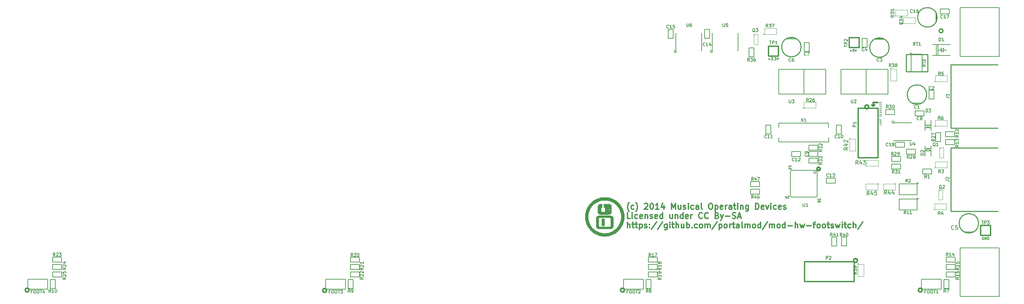
<source format=gto>
G04 #@! TF.FileFunction,Legend,Top*
%FSLAX46Y46*%
G04 Gerber Fmt 4.6, Leading zero omitted, Abs format (unit mm)*
G04 Created by KiCad (PCBNEW (2014-jul-16 BZR unknown)-product) date Qua 17 Dez 2014 17:24:30 BRST*
%MOMM*%
G01*
G04 APERTURE LIST*
%ADD10C,0.152400*%
%ADD11C,0.400000*%
%ADD12C,0.125000*%
%ADD13C,0.300000*%
%ADD14C,0.508000*%
%ADD15C,0.099060*%
%ADD16C,0.254000*%
%ADD17C,0.127000*%
%ADD18C,0.150000*%
%ADD19C,0.200000*%
%ADD20C,0.190500*%
%ADD21C,0.304800*%
%ADD22C,0.078740*%
%ADD23C,0.317500*%
%ADD24C,0.203200*%
%ADD25C,0.100000*%
G04 APERTURE END LIST*
D10*
D11*
X216616280Y-24356060D02*
X217817700Y-24356060D01*
X216628980Y-25212040D02*
X216628980Y-24389080D01*
X216593420Y-25303480D02*
X216959180Y-24937720D01*
X216263220Y-24973280D02*
X216593420Y-25303480D01*
D12*
X218219530Y-30138000D02*
X218624292Y-30138000D01*
X218671911Y-30114191D01*
X218695721Y-30090381D01*
X218719530Y-30042762D01*
X218719530Y-29947524D01*
X218695721Y-29899905D01*
X218671911Y-29876096D01*
X218624292Y-29852286D01*
X218219530Y-29852286D01*
X218576673Y-29638000D02*
X218576673Y-29399905D01*
X218719530Y-29685619D02*
X218219530Y-29518952D01*
X218719530Y-29352286D01*
X218719530Y-28899905D02*
X218481435Y-29066572D01*
X218719530Y-29185619D02*
X218219530Y-29185619D01*
X218219530Y-28995143D01*
X218243340Y-28947524D01*
X218267150Y-28923715D01*
X218314769Y-28899905D01*
X218386197Y-28899905D01*
X218433816Y-28923715D01*
X218457626Y-28947524D01*
X218481435Y-28995143D01*
X218481435Y-29185619D01*
X218219530Y-28757048D02*
X218219530Y-28471334D01*
X218719530Y-28614191D02*
X218219530Y-28614191D01*
X218719530Y-27923715D02*
X218219530Y-27923715D01*
X218219530Y-27804668D01*
X218243340Y-27733239D01*
X218290959Y-27685620D01*
X218338578Y-27661811D01*
X218433816Y-27638001D01*
X218505245Y-27638001D01*
X218600483Y-27661811D01*
X218648102Y-27685620D01*
X218695721Y-27733239D01*
X218719530Y-27804668D01*
X218719530Y-27923715D01*
X218457626Y-27423715D02*
X218457626Y-27257049D01*
X218719530Y-27185620D02*
X218719530Y-27423715D01*
X218219530Y-27423715D01*
X218219530Y-27185620D01*
X218457626Y-26804668D02*
X218481435Y-26733239D01*
X218505245Y-26709430D01*
X218552864Y-26685620D01*
X218624292Y-26685620D01*
X218671911Y-26709430D01*
X218695721Y-26733239D01*
X218719530Y-26780858D01*
X218719530Y-26971334D01*
X218219530Y-26971334D01*
X218219530Y-26804668D01*
X218243340Y-26757049D01*
X218267150Y-26733239D01*
X218314769Y-26709430D01*
X218362388Y-26709430D01*
X218410007Y-26733239D01*
X218433816Y-26757049D01*
X218457626Y-26804668D01*
X218457626Y-26971334D01*
X218219530Y-26471334D02*
X218624292Y-26471334D01*
X218671911Y-26447525D01*
X218695721Y-26423715D01*
X218719530Y-26376096D01*
X218719530Y-26280858D01*
X218695721Y-26233239D01*
X218671911Y-26209430D01*
X218624292Y-26185620D01*
X218219530Y-26185620D01*
X218243340Y-25685620D02*
X218219530Y-25733239D01*
X218219530Y-25804667D01*
X218243340Y-25876096D01*
X218290959Y-25923715D01*
X218338578Y-25947524D01*
X218433816Y-25971334D01*
X218505245Y-25971334D01*
X218600483Y-25947524D01*
X218648102Y-25923715D01*
X218695721Y-25876096D01*
X218719530Y-25804667D01*
X218719530Y-25757048D01*
X218695721Y-25685620D01*
X218671911Y-25661810D01*
X218505245Y-25661810D01*
X218505245Y-25757048D01*
X218243340Y-25185620D02*
X218219530Y-25233239D01*
X218219530Y-25304667D01*
X218243340Y-25376096D01*
X218290959Y-25423715D01*
X218338578Y-25447524D01*
X218433816Y-25471334D01*
X218505245Y-25471334D01*
X218600483Y-25447524D01*
X218648102Y-25423715D01*
X218695721Y-25376096D01*
X218719530Y-25304667D01*
X218719530Y-25257048D01*
X218695721Y-25185620D01*
X218671911Y-25161810D01*
X218505245Y-25161810D01*
X218505245Y-25257048D01*
X218457626Y-24947524D02*
X218457626Y-24780858D01*
X218719530Y-24709429D02*
X218719530Y-24947524D01*
X218219530Y-24947524D01*
X218219530Y-24709429D01*
X218719530Y-24209429D02*
X218481435Y-24376096D01*
X218719530Y-24495143D02*
X218219530Y-24495143D01*
X218219530Y-24304667D01*
X218243340Y-24257048D01*
X218267150Y-24233239D01*
X218314769Y-24209429D01*
X218386197Y-24209429D01*
X218433816Y-24233239D01*
X218457626Y-24257048D01*
X218481435Y-24304667D01*
X218481435Y-24495143D01*
D13*
X154204714Y-52318000D02*
X154133286Y-52246571D01*
X153990429Y-52032286D01*
X153919000Y-51889429D01*
X153847571Y-51675143D01*
X153776143Y-51318000D01*
X153776143Y-51032286D01*
X153847571Y-50675143D01*
X153919000Y-50460857D01*
X153990429Y-50318000D01*
X154133286Y-50103714D01*
X154204714Y-50032286D01*
X155419000Y-51675143D02*
X155276143Y-51746571D01*
X154990429Y-51746571D01*
X154847571Y-51675143D01*
X154776143Y-51603714D01*
X154704714Y-51460857D01*
X154704714Y-51032286D01*
X154776143Y-50889429D01*
X154847571Y-50818000D01*
X154990429Y-50746571D01*
X155276143Y-50746571D01*
X155419000Y-50818000D01*
X155919000Y-52318000D02*
X155990428Y-52246571D01*
X156133285Y-52032286D01*
X156204714Y-51889429D01*
X156276143Y-51675143D01*
X156347571Y-51318000D01*
X156347571Y-51032286D01*
X156276143Y-50675143D01*
X156204714Y-50460857D01*
X156133285Y-50318000D01*
X155990428Y-50103714D01*
X155919000Y-50032286D01*
X158133285Y-50389429D02*
X158204714Y-50318000D01*
X158347571Y-50246571D01*
X158704714Y-50246571D01*
X158847571Y-50318000D01*
X158919000Y-50389429D01*
X158990428Y-50532286D01*
X158990428Y-50675143D01*
X158919000Y-50889429D01*
X158061857Y-51746571D01*
X158990428Y-51746571D01*
X159918999Y-50246571D02*
X160061856Y-50246571D01*
X160204713Y-50318000D01*
X160276142Y-50389429D01*
X160347571Y-50532286D01*
X160418999Y-50818000D01*
X160418999Y-51175143D01*
X160347571Y-51460857D01*
X160276142Y-51603714D01*
X160204713Y-51675143D01*
X160061856Y-51746571D01*
X159918999Y-51746571D01*
X159776142Y-51675143D01*
X159704713Y-51603714D01*
X159633285Y-51460857D01*
X159561856Y-51175143D01*
X159561856Y-50818000D01*
X159633285Y-50532286D01*
X159704713Y-50389429D01*
X159776142Y-50318000D01*
X159918999Y-50246571D01*
X161847570Y-51746571D02*
X160990427Y-51746571D01*
X161418999Y-51746571D02*
X161418999Y-50246571D01*
X161276142Y-50460857D01*
X161133284Y-50603714D01*
X160990427Y-50675143D01*
X163133284Y-50746571D02*
X163133284Y-51746571D01*
X162776141Y-50175143D02*
X162418998Y-51246571D01*
X163347570Y-51246571D01*
X165061855Y-51746571D02*
X165061855Y-50246571D01*
X165561855Y-51318000D01*
X166061855Y-50246571D01*
X166061855Y-51746571D01*
X167418998Y-50746571D02*
X167418998Y-51746571D01*
X166776141Y-50746571D02*
X166776141Y-51532286D01*
X166847569Y-51675143D01*
X166990427Y-51746571D01*
X167204712Y-51746571D01*
X167347569Y-51675143D01*
X167418998Y-51603714D01*
X168061855Y-51675143D02*
X168204712Y-51746571D01*
X168490427Y-51746571D01*
X168633284Y-51675143D01*
X168704712Y-51532286D01*
X168704712Y-51460857D01*
X168633284Y-51318000D01*
X168490427Y-51246571D01*
X168276141Y-51246571D01*
X168133284Y-51175143D01*
X168061855Y-51032286D01*
X168061855Y-50960857D01*
X168133284Y-50818000D01*
X168276141Y-50746571D01*
X168490427Y-50746571D01*
X168633284Y-50818000D01*
X169347570Y-51746571D02*
X169347570Y-50746571D01*
X169347570Y-50246571D02*
X169276141Y-50318000D01*
X169347570Y-50389429D01*
X169418998Y-50318000D01*
X169347570Y-50246571D01*
X169347570Y-50389429D01*
X170704713Y-51675143D02*
X170561856Y-51746571D01*
X170276142Y-51746571D01*
X170133284Y-51675143D01*
X170061856Y-51603714D01*
X169990427Y-51460857D01*
X169990427Y-51032286D01*
X170061856Y-50889429D01*
X170133284Y-50818000D01*
X170276142Y-50746571D01*
X170561856Y-50746571D01*
X170704713Y-50818000D01*
X171990427Y-51746571D02*
X171990427Y-50960857D01*
X171918998Y-50818000D01*
X171776141Y-50746571D01*
X171490427Y-50746571D01*
X171347570Y-50818000D01*
X171990427Y-51675143D02*
X171847570Y-51746571D01*
X171490427Y-51746571D01*
X171347570Y-51675143D01*
X171276141Y-51532286D01*
X171276141Y-51389429D01*
X171347570Y-51246571D01*
X171490427Y-51175143D01*
X171847570Y-51175143D01*
X171990427Y-51103714D01*
X172918999Y-51746571D02*
X172776141Y-51675143D01*
X172704713Y-51532286D01*
X172704713Y-50246571D01*
X174918998Y-50246571D02*
X175204712Y-50246571D01*
X175347570Y-50318000D01*
X175490427Y-50460857D01*
X175561855Y-50746571D01*
X175561855Y-51246571D01*
X175490427Y-51532286D01*
X175347570Y-51675143D01*
X175204712Y-51746571D01*
X174918998Y-51746571D01*
X174776141Y-51675143D01*
X174633284Y-51532286D01*
X174561855Y-51246571D01*
X174561855Y-50746571D01*
X174633284Y-50460857D01*
X174776141Y-50318000D01*
X174918998Y-50246571D01*
X176204713Y-50746571D02*
X176204713Y-52246571D01*
X176204713Y-50818000D02*
X176347570Y-50746571D01*
X176633284Y-50746571D01*
X176776141Y-50818000D01*
X176847570Y-50889429D01*
X176918999Y-51032286D01*
X176918999Y-51460857D01*
X176847570Y-51603714D01*
X176776141Y-51675143D01*
X176633284Y-51746571D01*
X176347570Y-51746571D01*
X176204713Y-51675143D01*
X178133284Y-51675143D02*
X177990427Y-51746571D01*
X177704713Y-51746571D01*
X177561856Y-51675143D01*
X177490427Y-51532286D01*
X177490427Y-50960857D01*
X177561856Y-50818000D01*
X177704713Y-50746571D01*
X177990427Y-50746571D01*
X178133284Y-50818000D01*
X178204713Y-50960857D01*
X178204713Y-51103714D01*
X177490427Y-51246571D01*
X178847570Y-51746571D02*
X178847570Y-50746571D01*
X178847570Y-51032286D02*
X178918998Y-50889429D01*
X178990427Y-50818000D01*
X179133284Y-50746571D01*
X179276141Y-50746571D01*
X180418998Y-51746571D02*
X180418998Y-50960857D01*
X180347569Y-50818000D01*
X180204712Y-50746571D01*
X179918998Y-50746571D01*
X179776141Y-50818000D01*
X180418998Y-51675143D02*
X180276141Y-51746571D01*
X179918998Y-51746571D01*
X179776141Y-51675143D01*
X179704712Y-51532286D01*
X179704712Y-51389429D01*
X179776141Y-51246571D01*
X179918998Y-51175143D01*
X180276141Y-51175143D01*
X180418998Y-51103714D01*
X180918998Y-50746571D02*
X181490427Y-50746571D01*
X181133284Y-50246571D02*
X181133284Y-51532286D01*
X181204712Y-51675143D01*
X181347570Y-51746571D01*
X181490427Y-51746571D01*
X181990427Y-51746571D02*
X181990427Y-50746571D01*
X181990427Y-50246571D02*
X181918998Y-50318000D01*
X181990427Y-50389429D01*
X182061855Y-50318000D01*
X181990427Y-50246571D01*
X181990427Y-50389429D01*
X182704713Y-50746571D02*
X182704713Y-51746571D01*
X182704713Y-50889429D02*
X182776141Y-50818000D01*
X182918999Y-50746571D01*
X183133284Y-50746571D01*
X183276141Y-50818000D01*
X183347570Y-50960857D01*
X183347570Y-51746571D01*
X184704713Y-50746571D02*
X184704713Y-51960857D01*
X184633284Y-52103714D01*
X184561856Y-52175143D01*
X184418999Y-52246571D01*
X184204713Y-52246571D01*
X184061856Y-52175143D01*
X184704713Y-51675143D02*
X184561856Y-51746571D01*
X184276142Y-51746571D01*
X184133284Y-51675143D01*
X184061856Y-51603714D01*
X183990427Y-51460857D01*
X183990427Y-51032286D01*
X184061856Y-50889429D01*
X184133284Y-50818000D01*
X184276142Y-50746571D01*
X184561856Y-50746571D01*
X184704713Y-50818000D01*
X186561856Y-51746571D02*
X186561856Y-50246571D01*
X186918999Y-50246571D01*
X187133284Y-50318000D01*
X187276142Y-50460857D01*
X187347570Y-50603714D01*
X187418999Y-50889429D01*
X187418999Y-51103714D01*
X187347570Y-51389429D01*
X187276142Y-51532286D01*
X187133284Y-51675143D01*
X186918999Y-51746571D01*
X186561856Y-51746571D01*
X188633284Y-51675143D02*
X188490427Y-51746571D01*
X188204713Y-51746571D01*
X188061856Y-51675143D01*
X187990427Y-51532286D01*
X187990427Y-50960857D01*
X188061856Y-50818000D01*
X188204713Y-50746571D01*
X188490427Y-50746571D01*
X188633284Y-50818000D01*
X188704713Y-50960857D01*
X188704713Y-51103714D01*
X187990427Y-51246571D01*
X189204713Y-50746571D02*
X189561856Y-51746571D01*
X189918998Y-50746571D01*
X190490427Y-51746571D02*
X190490427Y-50746571D01*
X190490427Y-50246571D02*
X190418998Y-50318000D01*
X190490427Y-50389429D01*
X190561855Y-50318000D01*
X190490427Y-50246571D01*
X190490427Y-50389429D01*
X191847570Y-51675143D02*
X191704713Y-51746571D01*
X191418999Y-51746571D01*
X191276141Y-51675143D01*
X191204713Y-51603714D01*
X191133284Y-51460857D01*
X191133284Y-51032286D01*
X191204713Y-50889429D01*
X191276141Y-50818000D01*
X191418999Y-50746571D01*
X191704713Y-50746571D01*
X191847570Y-50818000D01*
X193061855Y-51675143D02*
X192918998Y-51746571D01*
X192633284Y-51746571D01*
X192490427Y-51675143D01*
X192418998Y-51532286D01*
X192418998Y-50960857D01*
X192490427Y-50818000D01*
X192633284Y-50746571D01*
X192918998Y-50746571D01*
X193061855Y-50818000D01*
X193133284Y-50960857D01*
X193133284Y-51103714D01*
X192418998Y-51246571D01*
X193704712Y-51675143D02*
X193847569Y-51746571D01*
X194133284Y-51746571D01*
X194276141Y-51675143D01*
X194347569Y-51532286D01*
X194347569Y-51460857D01*
X194276141Y-51318000D01*
X194133284Y-51246571D01*
X193918998Y-51246571D01*
X193776141Y-51175143D01*
X193704712Y-51032286D01*
X193704712Y-50960857D01*
X193776141Y-50818000D01*
X193918998Y-50746571D01*
X194133284Y-50746571D01*
X194276141Y-50818000D01*
X154490429Y-54146571D02*
X153776143Y-54146571D01*
X153776143Y-52646571D01*
X154990429Y-54146571D02*
X154990429Y-53146571D01*
X154990429Y-52646571D02*
X154919000Y-52718000D01*
X154990429Y-52789429D01*
X155061857Y-52718000D01*
X154990429Y-52646571D01*
X154990429Y-52789429D01*
X156347572Y-54075143D02*
X156204715Y-54146571D01*
X155919001Y-54146571D01*
X155776143Y-54075143D01*
X155704715Y-54003714D01*
X155633286Y-53860857D01*
X155633286Y-53432286D01*
X155704715Y-53289429D01*
X155776143Y-53218000D01*
X155919001Y-53146571D01*
X156204715Y-53146571D01*
X156347572Y-53218000D01*
X157561857Y-54075143D02*
X157419000Y-54146571D01*
X157133286Y-54146571D01*
X156990429Y-54075143D01*
X156919000Y-53932286D01*
X156919000Y-53360857D01*
X156990429Y-53218000D01*
X157133286Y-53146571D01*
X157419000Y-53146571D01*
X157561857Y-53218000D01*
X157633286Y-53360857D01*
X157633286Y-53503714D01*
X156919000Y-53646571D01*
X158276143Y-53146571D02*
X158276143Y-54146571D01*
X158276143Y-53289429D02*
X158347571Y-53218000D01*
X158490429Y-53146571D01*
X158704714Y-53146571D01*
X158847571Y-53218000D01*
X158919000Y-53360857D01*
X158919000Y-54146571D01*
X159561857Y-54075143D02*
X159704714Y-54146571D01*
X159990429Y-54146571D01*
X160133286Y-54075143D01*
X160204714Y-53932286D01*
X160204714Y-53860857D01*
X160133286Y-53718000D01*
X159990429Y-53646571D01*
X159776143Y-53646571D01*
X159633286Y-53575143D01*
X159561857Y-53432286D01*
X159561857Y-53360857D01*
X159633286Y-53218000D01*
X159776143Y-53146571D01*
X159990429Y-53146571D01*
X160133286Y-53218000D01*
X161419000Y-54075143D02*
X161276143Y-54146571D01*
X160990429Y-54146571D01*
X160847572Y-54075143D01*
X160776143Y-53932286D01*
X160776143Y-53360857D01*
X160847572Y-53218000D01*
X160990429Y-53146571D01*
X161276143Y-53146571D01*
X161419000Y-53218000D01*
X161490429Y-53360857D01*
X161490429Y-53503714D01*
X160776143Y-53646571D01*
X162776143Y-54146571D02*
X162776143Y-52646571D01*
X162776143Y-54075143D02*
X162633286Y-54146571D01*
X162347572Y-54146571D01*
X162204714Y-54075143D01*
X162133286Y-54003714D01*
X162061857Y-53860857D01*
X162061857Y-53432286D01*
X162133286Y-53289429D01*
X162204714Y-53218000D01*
X162347572Y-53146571D01*
X162633286Y-53146571D01*
X162776143Y-53218000D01*
X165276143Y-53146571D02*
X165276143Y-54146571D01*
X164633286Y-53146571D02*
X164633286Y-53932286D01*
X164704714Y-54075143D01*
X164847572Y-54146571D01*
X165061857Y-54146571D01*
X165204714Y-54075143D01*
X165276143Y-54003714D01*
X165990429Y-53146571D02*
X165990429Y-54146571D01*
X165990429Y-53289429D02*
X166061857Y-53218000D01*
X166204715Y-53146571D01*
X166419000Y-53146571D01*
X166561857Y-53218000D01*
X166633286Y-53360857D01*
X166633286Y-54146571D01*
X167990429Y-54146571D02*
X167990429Y-52646571D01*
X167990429Y-54075143D02*
X167847572Y-54146571D01*
X167561858Y-54146571D01*
X167419000Y-54075143D01*
X167347572Y-54003714D01*
X167276143Y-53860857D01*
X167276143Y-53432286D01*
X167347572Y-53289429D01*
X167419000Y-53218000D01*
X167561858Y-53146571D01*
X167847572Y-53146571D01*
X167990429Y-53218000D01*
X169276143Y-54075143D02*
X169133286Y-54146571D01*
X168847572Y-54146571D01*
X168704715Y-54075143D01*
X168633286Y-53932286D01*
X168633286Y-53360857D01*
X168704715Y-53218000D01*
X168847572Y-53146571D01*
X169133286Y-53146571D01*
X169276143Y-53218000D01*
X169347572Y-53360857D01*
X169347572Y-53503714D01*
X168633286Y-53646571D01*
X169990429Y-54146571D02*
X169990429Y-53146571D01*
X169990429Y-53432286D02*
X170061857Y-53289429D01*
X170133286Y-53218000D01*
X170276143Y-53146571D01*
X170419000Y-53146571D01*
X172919000Y-54003714D02*
X172847571Y-54075143D01*
X172633285Y-54146571D01*
X172490428Y-54146571D01*
X172276143Y-54075143D01*
X172133285Y-53932286D01*
X172061857Y-53789429D01*
X171990428Y-53503714D01*
X171990428Y-53289429D01*
X172061857Y-53003714D01*
X172133285Y-52860857D01*
X172276143Y-52718000D01*
X172490428Y-52646571D01*
X172633285Y-52646571D01*
X172847571Y-52718000D01*
X172919000Y-52789429D01*
X174419000Y-54003714D02*
X174347571Y-54075143D01*
X174133285Y-54146571D01*
X173990428Y-54146571D01*
X173776143Y-54075143D01*
X173633285Y-53932286D01*
X173561857Y-53789429D01*
X173490428Y-53503714D01*
X173490428Y-53289429D01*
X173561857Y-53003714D01*
X173633285Y-52860857D01*
X173776143Y-52718000D01*
X173990428Y-52646571D01*
X174133285Y-52646571D01*
X174347571Y-52718000D01*
X174419000Y-52789429D01*
X176704714Y-53360857D02*
X176919000Y-53432286D01*
X176990428Y-53503714D01*
X177061857Y-53646571D01*
X177061857Y-53860857D01*
X176990428Y-54003714D01*
X176919000Y-54075143D01*
X176776142Y-54146571D01*
X176204714Y-54146571D01*
X176204714Y-52646571D01*
X176704714Y-52646571D01*
X176847571Y-52718000D01*
X176919000Y-52789429D01*
X176990428Y-52932286D01*
X176990428Y-53075143D01*
X176919000Y-53218000D01*
X176847571Y-53289429D01*
X176704714Y-53360857D01*
X176204714Y-53360857D01*
X177561857Y-53146571D02*
X177919000Y-54146571D01*
X178276142Y-53146571D02*
X177919000Y-54146571D01*
X177776142Y-54503714D01*
X177704714Y-54575143D01*
X177561857Y-54646571D01*
X178847571Y-53575143D02*
X179990428Y-53575143D01*
X180633285Y-54075143D02*
X180847571Y-54146571D01*
X181204714Y-54146571D01*
X181347571Y-54075143D01*
X181419000Y-54003714D01*
X181490428Y-53860857D01*
X181490428Y-53718000D01*
X181419000Y-53575143D01*
X181347571Y-53503714D01*
X181204714Y-53432286D01*
X180919000Y-53360857D01*
X180776142Y-53289429D01*
X180704714Y-53218000D01*
X180633285Y-53075143D01*
X180633285Y-52932286D01*
X180704714Y-52789429D01*
X180776142Y-52718000D01*
X180919000Y-52646571D01*
X181276142Y-52646571D01*
X181490428Y-52718000D01*
X182061856Y-53718000D02*
X182776142Y-53718000D01*
X181918999Y-54146571D02*
X182418999Y-52646571D01*
X182918999Y-54146571D01*
X153776143Y-56546571D02*
X153776143Y-55046571D01*
X154419000Y-56546571D02*
X154419000Y-55760857D01*
X154347571Y-55618000D01*
X154204714Y-55546571D01*
X153990429Y-55546571D01*
X153847571Y-55618000D01*
X153776143Y-55689429D01*
X154919000Y-55546571D02*
X155490429Y-55546571D01*
X155133286Y-55046571D02*
X155133286Y-56332286D01*
X155204714Y-56475143D01*
X155347572Y-56546571D01*
X155490429Y-56546571D01*
X155776143Y-55546571D02*
X156347572Y-55546571D01*
X155990429Y-55046571D02*
X155990429Y-56332286D01*
X156061857Y-56475143D01*
X156204715Y-56546571D01*
X156347572Y-56546571D01*
X156847572Y-55546571D02*
X156847572Y-57046571D01*
X156847572Y-55618000D02*
X156990429Y-55546571D01*
X157276143Y-55546571D01*
X157419000Y-55618000D01*
X157490429Y-55689429D01*
X157561858Y-55832286D01*
X157561858Y-56260857D01*
X157490429Y-56403714D01*
X157419000Y-56475143D01*
X157276143Y-56546571D01*
X156990429Y-56546571D01*
X156847572Y-56475143D01*
X158133286Y-56475143D02*
X158276143Y-56546571D01*
X158561858Y-56546571D01*
X158704715Y-56475143D01*
X158776143Y-56332286D01*
X158776143Y-56260857D01*
X158704715Y-56118000D01*
X158561858Y-56046571D01*
X158347572Y-56046571D01*
X158204715Y-55975143D01*
X158133286Y-55832286D01*
X158133286Y-55760857D01*
X158204715Y-55618000D01*
X158347572Y-55546571D01*
X158561858Y-55546571D01*
X158704715Y-55618000D01*
X159419001Y-56403714D02*
X159490429Y-56475143D01*
X159419001Y-56546571D01*
X159347572Y-56475143D01*
X159419001Y-56403714D01*
X159419001Y-56546571D01*
X159419001Y-55618000D02*
X159490429Y-55689429D01*
X159419001Y-55760857D01*
X159347572Y-55689429D01*
X159419001Y-55618000D01*
X159419001Y-55760857D01*
X161204715Y-54975143D02*
X159919001Y-56903714D01*
X162776144Y-54975143D02*
X161490430Y-56903714D01*
X163919002Y-55546571D02*
X163919002Y-56760857D01*
X163847573Y-56903714D01*
X163776145Y-56975143D01*
X163633288Y-57046571D01*
X163419002Y-57046571D01*
X163276145Y-56975143D01*
X163919002Y-56475143D02*
X163776145Y-56546571D01*
X163490431Y-56546571D01*
X163347573Y-56475143D01*
X163276145Y-56403714D01*
X163204716Y-56260857D01*
X163204716Y-55832286D01*
X163276145Y-55689429D01*
X163347573Y-55618000D01*
X163490431Y-55546571D01*
X163776145Y-55546571D01*
X163919002Y-55618000D01*
X164633288Y-56546571D02*
X164633288Y-55546571D01*
X164633288Y-55046571D02*
X164561859Y-55118000D01*
X164633288Y-55189429D01*
X164704716Y-55118000D01*
X164633288Y-55046571D01*
X164633288Y-55189429D01*
X165133288Y-55546571D02*
X165704717Y-55546571D01*
X165347574Y-55046571D02*
X165347574Y-56332286D01*
X165419002Y-56475143D01*
X165561860Y-56546571D01*
X165704717Y-56546571D01*
X166204717Y-56546571D02*
X166204717Y-55046571D01*
X166847574Y-56546571D02*
X166847574Y-55760857D01*
X166776145Y-55618000D01*
X166633288Y-55546571D01*
X166419003Y-55546571D01*
X166276145Y-55618000D01*
X166204717Y-55689429D01*
X168204717Y-55546571D02*
X168204717Y-56546571D01*
X167561860Y-55546571D02*
X167561860Y-56332286D01*
X167633288Y-56475143D01*
X167776146Y-56546571D01*
X167990431Y-56546571D01*
X168133288Y-56475143D01*
X168204717Y-56403714D01*
X168919003Y-56546571D02*
X168919003Y-55046571D01*
X168919003Y-55618000D02*
X169061860Y-55546571D01*
X169347574Y-55546571D01*
X169490431Y-55618000D01*
X169561860Y-55689429D01*
X169633289Y-55832286D01*
X169633289Y-56260857D01*
X169561860Y-56403714D01*
X169490431Y-56475143D01*
X169347574Y-56546571D01*
X169061860Y-56546571D01*
X168919003Y-56475143D01*
X170276146Y-56403714D02*
X170347574Y-56475143D01*
X170276146Y-56546571D01*
X170204717Y-56475143D01*
X170276146Y-56403714D01*
X170276146Y-56546571D01*
X171633289Y-56475143D02*
X171490432Y-56546571D01*
X171204718Y-56546571D01*
X171061860Y-56475143D01*
X170990432Y-56403714D01*
X170919003Y-56260857D01*
X170919003Y-55832286D01*
X170990432Y-55689429D01*
X171061860Y-55618000D01*
X171204718Y-55546571D01*
X171490432Y-55546571D01*
X171633289Y-55618000D01*
X172490432Y-56546571D02*
X172347574Y-56475143D01*
X172276146Y-56403714D01*
X172204717Y-56260857D01*
X172204717Y-55832286D01*
X172276146Y-55689429D01*
X172347574Y-55618000D01*
X172490432Y-55546571D01*
X172704717Y-55546571D01*
X172847574Y-55618000D01*
X172919003Y-55689429D01*
X172990432Y-55832286D01*
X172990432Y-56260857D01*
X172919003Y-56403714D01*
X172847574Y-56475143D01*
X172704717Y-56546571D01*
X172490432Y-56546571D01*
X173633289Y-56546571D02*
X173633289Y-55546571D01*
X173633289Y-55689429D02*
X173704717Y-55618000D01*
X173847575Y-55546571D01*
X174061860Y-55546571D01*
X174204717Y-55618000D01*
X174276146Y-55760857D01*
X174276146Y-56546571D01*
X174276146Y-55760857D02*
X174347575Y-55618000D01*
X174490432Y-55546571D01*
X174704717Y-55546571D01*
X174847575Y-55618000D01*
X174919003Y-55760857D01*
X174919003Y-56546571D01*
X176704717Y-54975143D02*
X175419003Y-56903714D01*
X177204718Y-55546571D02*
X177204718Y-57046571D01*
X177204718Y-55618000D02*
X177347575Y-55546571D01*
X177633289Y-55546571D01*
X177776146Y-55618000D01*
X177847575Y-55689429D01*
X177919004Y-55832286D01*
X177919004Y-56260857D01*
X177847575Y-56403714D01*
X177776146Y-56475143D01*
X177633289Y-56546571D01*
X177347575Y-56546571D01*
X177204718Y-56475143D01*
X178776147Y-56546571D02*
X178633289Y-56475143D01*
X178561861Y-56403714D01*
X178490432Y-56260857D01*
X178490432Y-55832286D01*
X178561861Y-55689429D01*
X178633289Y-55618000D01*
X178776147Y-55546571D01*
X178990432Y-55546571D01*
X179133289Y-55618000D01*
X179204718Y-55689429D01*
X179276147Y-55832286D01*
X179276147Y-56260857D01*
X179204718Y-56403714D01*
X179133289Y-56475143D01*
X178990432Y-56546571D01*
X178776147Y-56546571D01*
X179919004Y-56546571D02*
X179919004Y-55546571D01*
X179919004Y-55832286D02*
X179990432Y-55689429D01*
X180061861Y-55618000D01*
X180204718Y-55546571D01*
X180347575Y-55546571D01*
X180633289Y-55546571D02*
X181204718Y-55546571D01*
X180847575Y-55046571D02*
X180847575Y-56332286D01*
X180919003Y-56475143D01*
X181061861Y-56546571D01*
X181204718Y-56546571D01*
X182347575Y-56546571D02*
X182347575Y-55760857D01*
X182276146Y-55618000D01*
X182133289Y-55546571D01*
X181847575Y-55546571D01*
X181704718Y-55618000D01*
X182347575Y-56475143D02*
X182204718Y-56546571D01*
X181847575Y-56546571D01*
X181704718Y-56475143D01*
X181633289Y-56332286D01*
X181633289Y-56189429D01*
X181704718Y-56046571D01*
X181847575Y-55975143D01*
X182204718Y-55975143D01*
X182347575Y-55903714D01*
X183276147Y-56546571D02*
X183133289Y-56475143D01*
X183061861Y-56332286D01*
X183061861Y-55046571D01*
X183847575Y-56546571D02*
X183847575Y-55546571D01*
X183847575Y-55689429D02*
X183919003Y-55618000D01*
X184061861Y-55546571D01*
X184276146Y-55546571D01*
X184419003Y-55618000D01*
X184490432Y-55760857D01*
X184490432Y-56546571D01*
X184490432Y-55760857D02*
X184561861Y-55618000D01*
X184704718Y-55546571D01*
X184919003Y-55546571D01*
X185061861Y-55618000D01*
X185133289Y-55760857D01*
X185133289Y-56546571D01*
X186061861Y-56546571D02*
X185919003Y-56475143D01*
X185847575Y-56403714D01*
X185776146Y-56260857D01*
X185776146Y-55832286D01*
X185847575Y-55689429D01*
X185919003Y-55618000D01*
X186061861Y-55546571D01*
X186276146Y-55546571D01*
X186419003Y-55618000D01*
X186490432Y-55689429D01*
X186561861Y-55832286D01*
X186561861Y-56260857D01*
X186490432Y-56403714D01*
X186419003Y-56475143D01*
X186276146Y-56546571D01*
X186061861Y-56546571D01*
X187847575Y-56546571D02*
X187847575Y-55046571D01*
X187847575Y-56475143D02*
X187704718Y-56546571D01*
X187419004Y-56546571D01*
X187276146Y-56475143D01*
X187204718Y-56403714D01*
X187133289Y-56260857D01*
X187133289Y-55832286D01*
X187204718Y-55689429D01*
X187276146Y-55618000D01*
X187419004Y-55546571D01*
X187704718Y-55546571D01*
X187847575Y-55618000D01*
X189633289Y-54975143D02*
X188347575Y-56903714D01*
X190133290Y-56546571D02*
X190133290Y-55546571D01*
X190133290Y-55689429D02*
X190204718Y-55618000D01*
X190347576Y-55546571D01*
X190561861Y-55546571D01*
X190704718Y-55618000D01*
X190776147Y-55760857D01*
X190776147Y-56546571D01*
X190776147Y-55760857D02*
X190847576Y-55618000D01*
X190990433Y-55546571D01*
X191204718Y-55546571D01*
X191347576Y-55618000D01*
X191419004Y-55760857D01*
X191419004Y-56546571D01*
X192347576Y-56546571D02*
X192204718Y-56475143D01*
X192133290Y-56403714D01*
X192061861Y-56260857D01*
X192061861Y-55832286D01*
X192133290Y-55689429D01*
X192204718Y-55618000D01*
X192347576Y-55546571D01*
X192561861Y-55546571D01*
X192704718Y-55618000D01*
X192776147Y-55689429D01*
X192847576Y-55832286D01*
X192847576Y-56260857D01*
X192776147Y-56403714D01*
X192704718Y-56475143D01*
X192561861Y-56546571D01*
X192347576Y-56546571D01*
X194133290Y-56546571D02*
X194133290Y-55046571D01*
X194133290Y-56475143D02*
X193990433Y-56546571D01*
X193704719Y-56546571D01*
X193561861Y-56475143D01*
X193490433Y-56403714D01*
X193419004Y-56260857D01*
X193419004Y-55832286D01*
X193490433Y-55689429D01*
X193561861Y-55618000D01*
X193704719Y-55546571D01*
X193990433Y-55546571D01*
X194133290Y-55618000D01*
X194847576Y-55975143D02*
X195990433Y-55975143D01*
X196704719Y-56546571D02*
X196704719Y-55046571D01*
X197347576Y-56546571D02*
X197347576Y-55760857D01*
X197276147Y-55618000D01*
X197133290Y-55546571D01*
X196919005Y-55546571D01*
X196776147Y-55618000D01*
X196704719Y-55689429D01*
X197919005Y-55546571D02*
X198204719Y-56546571D01*
X198490433Y-55832286D01*
X198776148Y-56546571D01*
X199061862Y-55546571D01*
X199633291Y-55975143D02*
X200776148Y-55975143D01*
X201276148Y-55546571D02*
X201847577Y-55546571D01*
X201490434Y-56546571D02*
X201490434Y-55260857D01*
X201561862Y-55118000D01*
X201704720Y-55046571D01*
X201847577Y-55046571D01*
X202561863Y-56546571D02*
X202419005Y-56475143D01*
X202347577Y-56403714D01*
X202276148Y-56260857D01*
X202276148Y-55832286D01*
X202347577Y-55689429D01*
X202419005Y-55618000D01*
X202561863Y-55546571D01*
X202776148Y-55546571D01*
X202919005Y-55618000D01*
X202990434Y-55689429D01*
X203061863Y-55832286D01*
X203061863Y-56260857D01*
X202990434Y-56403714D01*
X202919005Y-56475143D01*
X202776148Y-56546571D01*
X202561863Y-56546571D01*
X203919006Y-56546571D02*
X203776148Y-56475143D01*
X203704720Y-56403714D01*
X203633291Y-56260857D01*
X203633291Y-55832286D01*
X203704720Y-55689429D01*
X203776148Y-55618000D01*
X203919006Y-55546571D01*
X204133291Y-55546571D01*
X204276148Y-55618000D01*
X204347577Y-55689429D01*
X204419006Y-55832286D01*
X204419006Y-56260857D01*
X204347577Y-56403714D01*
X204276148Y-56475143D01*
X204133291Y-56546571D01*
X203919006Y-56546571D01*
X204847577Y-55546571D02*
X205419006Y-55546571D01*
X205061863Y-55046571D02*
X205061863Y-56332286D01*
X205133291Y-56475143D01*
X205276149Y-56546571D01*
X205419006Y-56546571D01*
X205847577Y-56475143D02*
X205990434Y-56546571D01*
X206276149Y-56546571D01*
X206419006Y-56475143D01*
X206490434Y-56332286D01*
X206490434Y-56260857D01*
X206419006Y-56118000D01*
X206276149Y-56046571D01*
X206061863Y-56046571D01*
X205919006Y-55975143D01*
X205847577Y-55832286D01*
X205847577Y-55760857D01*
X205919006Y-55618000D01*
X206061863Y-55546571D01*
X206276149Y-55546571D01*
X206419006Y-55618000D01*
X206990435Y-55546571D02*
X207276149Y-56546571D01*
X207561863Y-55832286D01*
X207847578Y-56546571D01*
X208133292Y-55546571D01*
X208704721Y-56546571D02*
X208704721Y-55546571D01*
X208704721Y-55046571D02*
X208633292Y-55118000D01*
X208704721Y-55189429D01*
X208776149Y-55118000D01*
X208704721Y-55046571D01*
X208704721Y-55189429D01*
X209204721Y-55546571D02*
X209776150Y-55546571D01*
X209419007Y-55046571D02*
X209419007Y-56332286D01*
X209490435Y-56475143D01*
X209633293Y-56546571D01*
X209776150Y-56546571D01*
X210919007Y-56475143D02*
X210776150Y-56546571D01*
X210490436Y-56546571D01*
X210347578Y-56475143D01*
X210276150Y-56403714D01*
X210204721Y-56260857D01*
X210204721Y-55832286D01*
X210276150Y-55689429D01*
X210347578Y-55618000D01*
X210490436Y-55546571D01*
X210776150Y-55546571D01*
X210919007Y-55618000D01*
X211561864Y-56546571D02*
X211561864Y-55046571D01*
X212204721Y-56546571D02*
X212204721Y-55760857D01*
X212133292Y-55618000D01*
X211990435Y-55546571D01*
X211776150Y-55546571D01*
X211633292Y-55618000D01*
X211561864Y-55689429D01*
X213990435Y-54975143D02*
X212704721Y-56903714D01*
D11*
X700000Y-72500000D02*
G75*
G03X700000Y-72500000I-500000J0D01*
G01*
X76800000Y-72600000D02*
G75*
G03X76800000Y-72600000I-500000J0D01*
G01*
X153000000Y-72500000D02*
G75*
G03X153000000Y-72500000I-500000J0D01*
G01*
X229200000Y-72500000D02*
G75*
G03X229200000Y-72500000I-500000J0D01*
G01*
X212600000Y-64900000D02*
G75*
G03X212600000Y-64900000I-500000J0D01*
G01*
X215500000Y-25500000D02*
G75*
G03X215500000Y-25500000I-500000J0D01*
G01*
D13*
X234500000Y-6000000D02*
G75*
G03X234500000Y-6000000I-500000J0D01*
G01*
D10*
X210676671Y-11094357D02*
X211160481Y-11094357D01*
X210918576Y-11336262D02*
X210918576Y-10852452D01*
X211765242Y-10701262D02*
X211462861Y-10701262D01*
X211432623Y-11003643D01*
X211462861Y-10973405D01*
X211523338Y-10943167D01*
X211674528Y-10943167D01*
X211735004Y-10973405D01*
X211765242Y-11003643D01*
X211795481Y-11064119D01*
X211795481Y-11215310D01*
X211765242Y-11275786D01*
X211735004Y-11306024D01*
X211674528Y-11336262D01*
X211523338Y-11336262D01*
X211462861Y-11306024D01*
X211432623Y-11275786D01*
X211976909Y-10701262D02*
X212188576Y-11336262D01*
X212400243Y-10701262D01*
X189814200Y-13215257D02*
X190298010Y-13215257D01*
X190056105Y-13457162D02*
X190056105Y-12973352D01*
X190539914Y-12822162D02*
X190933010Y-12822162D01*
X190721343Y-13064067D01*
X190812057Y-13064067D01*
X190872533Y-13094305D01*
X190902771Y-13124543D01*
X190933010Y-13185019D01*
X190933010Y-13336210D01*
X190902771Y-13396686D01*
X190872533Y-13426924D01*
X190812057Y-13457162D01*
X190630629Y-13457162D01*
X190570152Y-13426924D01*
X190539914Y-13396686D01*
X191205152Y-13396686D02*
X191235391Y-13426924D01*
X191205152Y-13457162D01*
X191174914Y-13426924D01*
X191205152Y-13396686D01*
X191205152Y-13457162D01*
X191447057Y-12822162D02*
X191840153Y-12822162D01*
X191628486Y-13064067D01*
X191719200Y-13064067D01*
X191779676Y-13094305D01*
X191809914Y-13124543D01*
X191840153Y-13185019D01*
X191840153Y-13336210D01*
X191809914Y-13396686D01*
X191779676Y-13426924D01*
X191719200Y-13457162D01*
X191537772Y-13457162D01*
X191477295Y-13426924D01*
X191447057Y-13396686D01*
X192021581Y-12822162D02*
X192233248Y-13457162D01*
X192444915Y-12822162D01*
X244918291Y-58928000D02*
X244857814Y-58897762D01*
X244767100Y-58897762D01*
X244676386Y-58928000D01*
X244615910Y-58988476D01*
X244585671Y-59048952D01*
X244555433Y-59169905D01*
X244555433Y-59260619D01*
X244585671Y-59381571D01*
X244615910Y-59442048D01*
X244676386Y-59502524D01*
X244767100Y-59532762D01*
X244827576Y-59532762D01*
X244918291Y-59502524D01*
X244948529Y-59472286D01*
X244948529Y-59260619D01*
X244827576Y-59260619D01*
X245220671Y-59532762D02*
X245220671Y-58897762D01*
X245583529Y-59532762D01*
X245583529Y-58897762D01*
X245885909Y-59532762D02*
X245885909Y-58897762D01*
X246037100Y-58897762D01*
X246127814Y-58928000D01*
X246188290Y-58988476D01*
X246218529Y-59048952D01*
X246248767Y-59169905D01*
X246248767Y-59260619D01*
X246218529Y-59381571D01*
X246188290Y-59442048D01*
X246127814Y-59502524D01*
X246037100Y-59532762D01*
X245885909Y-59532762D01*
D14*
X203080909Y-41414700D02*
G75*
G03X203080909Y-41414700I-401609J0D01*
G01*
D10*
X203128638Y-48977852D02*
X203128638Y-49370948D01*
X202886733Y-49159281D01*
X202886733Y-49249995D01*
X202856495Y-49310471D01*
X202826257Y-49340709D01*
X202765781Y-49370948D01*
X202614590Y-49370948D01*
X202554114Y-49340709D01*
X202523876Y-49310471D01*
X202493638Y-49249995D01*
X202493638Y-49068567D01*
X202523876Y-49008090D01*
X202554114Y-48977852D01*
X203128638Y-49915233D02*
X203128638Y-49794281D01*
X203098400Y-49733805D01*
X203068162Y-49703567D01*
X202977448Y-49643090D01*
X202856495Y-49612852D01*
X202614590Y-49612852D01*
X202554114Y-49643090D01*
X202523876Y-49673329D01*
X202493638Y-49733805D01*
X202493638Y-49854757D01*
X202523876Y-49915233D01*
X202554114Y-49945471D01*
X202614590Y-49975710D01*
X202765781Y-49975710D01*
X202826257Y-49945471D01*
X202856495Y-49915233D01*
X202886733Y-49854757D01*
X202886733Y-49733805D01*
X202856495Y-49673329D01*
X202826257Y-49643090D01*
X202765781Y-49612852D01*
X195162110Y-48940962D02*
X195131872Y-48971200D01*
X195071395Y-49001438D01*
X194920205Y-49001438D01*
X194859729Y-48971200D01*
X194829491Y-48940962D01*
X194799252Y-48880486D01*
X194799252Y-48820010D01*
X194829491Y-48729295D01*
X195192348Y-48366438D01*
X194799252Y-48366438D01*
X194254967Y-48789771D02*
X194254967Y-48366438D01*
X194406157Y-49031676D02*
X194557348Y-48578105D01*
X194164252Y-48578105D01*
X195089538Y-40900048D02*
X195089538Y-40537190D01*
X195089538Y-40718619D02*
X195724538Y-40718619D01*
X195633824Y-40658143D01*
X195573348Y-40597667D01*
X195543110Y-40537190D01*
X195664062Y-41141952D02*
X195694300Y-41172190D01*
X195724538Y-41232667D01*
X195724538Y-41383857D01*
X195694300Y-41444333D01*
X195664062Y-41474571D01*
X195603586Y-41504810D01*
X195543110Y-41504810D01*
X195452395Y-41474571D01*
X195089538Y-41111714D01*
X195089538Y-41504810D01*
D15*
X227138000Y-24752000D02*
X228538000Y-24752000D01*
X226838000Y-24652000D02*
X228838000Y-24652000D01*
X226638000Y-24552000D02*
X229138000Y-24552000D01*
X226538000Y-24452000D02*
X229238000Y-24452000D01*
D16*
X230338000Y-22352000D02*
G75*
G03X230338000Y-22352000I-2500000J0D01*
G01*
D17*
X232156000Y-21209000D02*
X232156000Y-23495000D01*
X232156000Y-23495000D02*
X230886000Y-23495000D01*
X230886000Y-23495000D02*
X230886000Y-21209000D01*
X230886000Y-21209000D02*
X232156000Y-21209000D01*
D15*
X218936800Y-7887000D02*
X217536800Y-7887000D01*
X219236800Y-7987000D02*
X217236800Y-7987000D01*
X219436800Y-8087000D02*
X216936800Y-8087000D01*
X219536800Y-8187000D02*
X216836800Y-8187000D01*
D16*
X220736800Y-10287000D02*
G75*
G03X220736800Y-10287000I-2500000J0D01*
G01*
D17*
X213791800Y-10160000D02*
X213791800Y-7874000D01*
X213791800Y-7874000D02*
X215061800Y-7874000D01*
X215061800Y-7874000D02*
X215061800Y-10160000D01*
X215061800Y-10160000D02*
X213791800Y-10160000D01*
D15*
X196407000Y-7760000D02*
X195007000Y-7760000D01*
X196707000Y-7860000D02*
X194707000Y-7860000D01*
X196907000Y-7960000D02*
X194407000Y-7960000D01*
X197007000Y-8060000D02*
X194307000Y-8060000D01*
D16*
X198207000Y-10160000D02*
G75*
G03X198207000Y-10160000I-2500000J0D01*
G01*
D17*
X199009000Y-11303000D02*
X199009000Y-9017000D01*
X199009000Y-9017000D02*
X200279000Y-9017000D01*
X200279000Y-9017000D02*
X200279000Y-11303000D01*
X200279000Y-11303000D02*
X199009000Y-11303000D01*
X227330000Y-26543000D02*
X229616000Y-26543000D01*
X229616000Y-26543000D02*
X229616000Y-27813000D01*
X229616000Y-27813000D02*
X227330000Y-27813000D01*
X227330000Y-27813000D02*
X227330000Y-26543000D01*
X200215500Y-36969700D02*
X202501500Y-36969700D01*
X202501500Y-36969700D02*
X202501500Y-38239700D01*
X202501500Y-38239700D02*
X200215500Y-38239700D01*
X200215500Y-38239700D02*
X200215500Y-36969700D01*
X208508600Y-30175200D02*
X208508600Y-32461200D01*
X208508600Y-32461200D02*
X207238600Y-32461200D01*
X207238600Y-32461200D02*
X207238600Y-30175200D01*
X207238600Y-30175200D02*
X208508600Y-30175200D01*
X190487300Y-30175200D02*
X190487300Y-32461200D01*
X190487300Y-32461200D02*
X189217300Y-32461200D01*
X189217300Y-32461200D02*
X189217300Y-30175200D01*
X189217300Y-30175200D02*
X190487300Y-30175200D01*
X198107300Y-38252400D02*
X195821300Y-38252400D01*
X195821300Y-38252400D02*
X195821300Y-36982400D01*
X195821300Y-36982400D02*
X198107300Y-36982400D01*
X198107300Y-36982400D02*
X198107300Y-38252400D01*
X204635100Y-43840400D02*
X206921100Y-43840400D01*
X206921100Y-43840400D02*
X206921100Y-45110400D01*
X206921100Y-45110400D02*
X204635100Y-45110400D01*
X204635100Y-45110400D02*
X204635100Y-43840400D01*
X173482000Y-7874000D02*
X173482000Y-5588000D01*
X173482000Y-5588000D02*
X174752000Y-5588000D01*
X174752000Y-5588000D02*
X174752000Y-7874000D01*
X174752000Y-7874000D02*
X173482000Y-7874000D01*
X164211000Y-7874000D02*
X164211000Y-5588000D01*
X164211000Y-5588000D02*
X165481000Y-5588000D01*
X165481000Y-5588000D02*
X165481000Y-7874000D01*
X165481000Y-7874000D02*
X164211000Y-7874000D01*
D15*
X232905000Y-3240000D02*
X232905000Y-1840000D01*
X232805000Y-3540000D02*
X232805000Y-1540000D01*
X232705000Y-3740000D02*
X232705000Y-1240000D01*
X232605000Y-3840000D02*
X232605000Y-1140000D01*
D16*
X233005000Y-2540000D02*
G75*
G03X233005000Y-2540000I-2500000J0D01*
G01*
D17*
X233807000Y-381000D02*
X236093000Y-381000D01*
X236093000Y-381000D02*
X236093000Y-1651000D01*
X236093000Y-1651000D02*
X233807000Y-1651000D01*
X233807000Y-1651000D02*
X233807000Y-381000D01*
D18*
X238890800Y-12523800D02*
X238890800Y-23800D01*
X238890800Y-23800D02*
X248890800Y-23800D01*
X248890800Y-23800D02*
X248890800Y-12523800D01*
X248890800Y-12523800D02*
X238890800Y-12523800D01*
X238890800Y-74131500D02*
X238890800Y-61631500D01*
X238890800Y-61631500D02*
X248890800Y-61631500D01*
X248890800Y-61631500D02*
X248890800Y-74131500D01*
X248890800Y-74131500D02*
X238890800Y-74131500D01*
D10*
X234011000Y-10922000D02*
X233211000Y-10922000D01*
X234711000Y-10922000D02*
X235411000Y-10922000D01*
X233211000Y-12322000D02*
X233211000Y-9522000D01*
X232811000Y-12322000D02*
X232811000Y-9522000D01*
D19*
X231811000Y-9522000D02*
X236311000Y-9522000D01*
X236311000Y-12322000D02*
X231811000Y-12322000D01*
D10*
X234038000Y-10922000D02*
X234673000Y-11396980D01*
X234673000Y-11396980D02*
X234673000Y-10922000D01*
X234673000Y-10922000D02*
X234673000Y-10447020D01*
X234673000Y-10447020D02*
X234038000Y-10922000D01*
X234038000Y-10922000D02*
X234038000Y-11239500D01*
X234038000Y-11239500D02*
X234195480Y-11396980D01*
X234038000Y-10922000D02*
X234038000Y-10604500D01*
X234038000Y-10604500D02*
X233880520Y-10447020D01*
D20*
X229895400Y-38166040D02*
X229895400Y-35468560D01*
X231444800Y-35468560D02*
X231444800Y-38166040D01*
X231444800Y-36217860D02*
X229895400Y-36217860D01*
X230670100Y-36217860D02*
X231269540Y-36819840D01*
X231269540Y-36819840D02*
X230070660Y-36819840D01*
X230070660Y-36819840D02*
X230670100Y-36217860D01*
X231444800Y-28864560D02*
X231444800Y-31562040D01*
X229895400Y-31562040D02*
X229895400Y-28864560D01*
X229895400Y-30812740D02*
X231444800Y-30812740D01*
X230670100Y-30812740D02*
X230070660Y-30210760D01*
X230070660Y-30210760D02*
X231269540Y-30210760D01*
X231269540Y-30210760D02*
X230670100Y-30812740D01*
D10*
X228998780Y-72237600D02*
X228998780Y-69697600D01*
X228998780Y-69697600D02*
X234078780Y-69697600D01*
X234078780Y-69697600D02*
X234078780Y-72237600D01*
X234078780Y-72237600D02*
X228998780Y-72237600D01*
X152798780Y-72237600D02*
X152798780Y-69697600D01*
X152798780Y-69697600D02*
X157878780Y-69697600D01*
X157878780Y-69697600D02*
X157878780Y-72237600D01*
X157878780Y-72237600D02*
X152798780Y-72237600D01*
X76598780Y-72237600D02*
X76598780Y-69697600D01*
X76598780Y-69697600D02*
X81678780Y-69697600D01*
X81678780Y-69697600D02*
X81678780Y-72237600D01*
X81678780Y-72237600D02*
X76598780Y-72237600D01*
X398780Y-72237600D02*
X398780Y-69697600D01*
X398780Y-69697600D02*
X5478780Y-69697600D01*
X5478780Y-69697600D02*
X5478780Y-72237600D01*
X5478780Y-72237600D02*
X398780Y-72237600D01*
D16*
X236512100Y-30975300D02*
X248539000Y-30975300D01*
X248539000Y-14719300D02*
X236512100Y-14719300D01*
X236512100Y-30975300D02*
X236512100Y-14719300D01*
X236512100Y-52311300D02*
X248539000Y-52311300D01*
X248539000Y-36055300D02*
X236512100Y-36055300D01*
X236512100Y-52311300D02*
X236512100Y-36055300D01*
D21*
X211772500Y-70345300D02*
X199072500Y-70345300D01*
X199072500Y-70345300D02*
X199072500Y-65265300D01*
X199072500Y-65265300D02*
X211772500Y-65265300D01*
X211772500Y-65265300D02*
X211772500Y-70345300D01*
D22*
X233927550Y-36091980D02*
G75*
G03X233927550Y-36091980I-159070J0D01*
G01*
X234627000Y-38538000D02*
X233611000Y-38538000D01*
X234627000Y-35934500D02*
X233611000Y-35934500D01*
X233611000Y-38538000D02*
X233611000Y-35934500D01*
X234627000Y-35934500D02*
X234627000Y-38538000D01*
X233727550Y-46891980D02*
G75*
G03X233727550Y-46891980I-159070J0D01*
G01*
X234427000Y-49338000D02*
X233411000Y-49338000D01*
X234427000Y-46734500D02*
X233411000Y-46734500D01*
X233411000Y-49338000D02*
X233411000Y-46734500D01*
X234427000Y-46734500D02*
X234427000Y-49338000D01*
X186409650Y-7066280D02*
G75*
G03X186409650Y-7066280I-159070J0D01*
G01*
X187109100Y-9512300D02*
X186093100Y-9512300D01*
X187109100Y-6908800D02*
X186093100Y-6908800D01*
X186093100Y-9512300D02*
X186093100Y-6908800D01*
X187109100Y-6908800D02*
X187109100Y-9512300D01*
D17*
X229285800Y-41427400D02*
X231571800Y-41427400D01*
X231571800Y-41427400D02*
X231571800Y-42697400D01*
X231571800Y-42697400D02*
X229285800Y-42697400D01*
X229285800Y-42697400D02*
X229285800Y-41427400D01*
D15*
X233511000Y-41130000D02*
X234527000Y-41130000D01*
X233511000Y-39606000D02*
X234552400Y-39606000D01*
X232495000Y-41130000D02*
G75*
G03X232495000Y-41130000I-127000J0D01*
G01*
X233511000Y-41130000D02*
X232495000Y-41130000D01*
X232495000Y-41130000D02*
X232495000Y-39606000D01*
X232495000Y-39606000D02*
X233511000Y-39606000D01*
X234527000Y-39606000D02*
X235543000Y-39606000D01*
X235543000Y-39606000D02*
X235543000Y-41130000D01*
X235543000Y-41130000D02*
X234527000Y-41130000D01*
X233411000Y-51830000D02*
X234427000Y-51830000D01*
X233411000Y-50306000D02*
X234452400Y-50306000D01*
X232395000Y-51830000D02*
G75*
G03X232395000Y-51830000I-127000J0D01*
G01*
X233411000Y-51830000D02*
X232395000Y-51830000D01*
X232395000Y-51830000D02*
X232395000Y-50306000D01*
X232395000Y-50306000D02*
X233411000Y-50306000D01*
X234427000Y-50306000D02*
X235443000Y-50306000D01*
X235443000Y-50306000D02*
X235443000Y-51830000D01*
X235443000Y-51830000D02*
X234427000Y-51830000D01*
X233511000Y-19030000D02*
X234527000Y-19030000D01*
X233511000Y-17506000D02*
X234552400Y-17506000D01*
X232495000Y-19030000D02*
G75*
G03X232495000Y-19030000I-127000J0D01*
G01*
X233511000Y-19030000D02*
X232495000Y-19030000D01*
X232495000Y-19030000D02*
X232495000Y-17506000D01*
X232495000Y-17506000D02*
X233511000Y-17506000D01*
X234527000Y-17506000D02*
X235543000Y-17506000D01*
X235543000Y-17506000D02*
X235543000Y-19030000D01*
X235543000Y-19030000D02*
X234527000Y-19030000D01*
X233511000Y-30430000D02*
X234527000Y-30430000D01*
X233511000Y-28906000D02*
X234552400Y-28906000D01*
X232495000Y-30430000D02*
G75*
G03X232495000Y-30430000I-127000J0D01*
G01*
X233511000Y-30430000D02*
X232495000Y-30430000D01*
X232495000Y-30430000D02*
X232495000Y-28906000D01*
X232495000Y-28906000D02*
X233511000Y-28906000D01*
X234527000Y-28906000D02*
X235543000Y-28906000D01*
X235543000Y-28906000D02*
X235543000Y-30430000D01*
X235543000Y-30430000D02*
X234527000Y-30430000D01*
D17*
X235983780Y-69824600D02*
X235983780Y-72110600D01*
X235983780Y-72110600D02*
X234713780Y-72110600D01*
X234713780Y-72110600D02*
X234713780Y-69824600D01*
X234713780Y-69824600D02*
X235983780Y-69824600D01*
X159809180Y-69824600D02*
X159809180Y-72110600D01*
X159809180Y-72110600D02*
X158539180Y-72110600D01*
X158539180Y-72110600D02*
X158539180Y-69824600D01*
X158539180Y-69824600D02*
X159809180Y-69824600D01*
X83609180Y-69824600D02*
X83609180Y-72110600D01*
X83609180Y-72110600D02*
X82339180Y-72110600D01*
X82339180Y-72110600D02*
X82339180Y-69824600D01*
X82339180Y-69824600D02*
X83609180Y-69824600D01*
X7409180Y-69824600D02*
X7409180Y-72110600D01*
X7409180Y-72110600D02*
X6139180Y-72110600D01*
X6139180Y-72110600D02*
X6139180Y-69824600D01*
X6139180Y-69824600D02*
X7409180Y-69824600D01*
X235305600Y-64008000D02*
X237591600Y-64008000D01*
X237591600Y-64008000D02*
X237591600Y-65278000D01*
X237591600Y-65278000D02*
X235305600Y-65278000D01*
X235305600Y-65278000D02*
X235305600Y-64008000D01*
X235305600Y-65913000D02*
X237591600Y-65913000D01*
X237591600Y-65913000D02*
X237591600Y-67183000D01*
X237591600Y-67183000D02*
X235305600Y-67183000D01*
X235305600Y-67183000D02*
X235305600Y-65913000D01*
X235305600Y-67818000D02*
X237591600Y-67818000D01*
X237591600Y-67818000D02*
X237591600Y-69088000D01*
X237591600Y-69088000D02*
X235305600Y-69088000D01*
X235305600Y-69088000D02*
X235305600Y-67818000D01*
X161391600Y-65278000D02*
X159105600Y-65278000D01*
X159105600Y-65278000D02*
X159105600Y-64008000D01*
X159105600Y-64008000D02*
X161391600Y-64008000D01*
X161391600Y-64008000D02*
X161391600Y-65278000D01*
X161391600Y-67183000D02*
X159105600Y-67183000D01*
X159105600Y-67183000D02*
X159105600Y-65913000D01*
X159105600Y-65913000D02*
X161391600Y-65913000D01*
X161391600Y-65913000D02*
X161391600Y-67183000D01*
X161391600Y-69088000D02*
X159105600Y-69088000D01*
X159105600Y-69088000D02*
X159105600Y-67818000D01*
X159105600Y-67818000D02*
X161391600Y-67818000D01*
X161391600Y-67818000D02*
X161391600Y-69088000D01*
X85191600Y-65278000D02*
X82905600Y-65278000D01*
X82905600Y-65278000D02*
X82905600Y-64008000D01*
X82905600Y-64008000D02*
X85191600Y-64008000D01*
X85191600Y-64008000D02*
X85191600Y-65278000D01*
X85191600Y-67183000D02*
X82905600Y-67183000D01*
X82905600Y-67183000D02*
X82905600Y-65913000D01*
X82905600Y-65913000D02*
X85191600Y-65913000D01*
X85191600Y-65913000D02*
X85191600Y-67183000D01*
X85191600Y-69088000D02*
X82905600Y-69088000D01*
X82905600Y-69088000D02*
X82905600Y-67818000D01*
X82905600Y-67818000D02*
X85191600Y-67818000D01*
X85191600Y-67818000D02*
X85191600Y-69088000D01*
X9017000Y-65278000D02*
X6731000Y-65278000D01*
X6731000Y-65278000D02*
X6731000Y-64008000D01*
X6731000Y-64008000D02*
X9017000Y-64008000D01*
X9017000Y-64008000D02*
X9017000Y-65278000D01*
X9017000Y-67183000D02*
X6731000Y-67183000D01*
X6731000Y-67183000D02*
X6731000Y-65913000D01*
X6731000Y-65913000D02*
X9017000Y-65913000D01*
X9017000Y-65913000D02*
X9017000Y-67183000D01*
X9017000Y-69088000D02*
X6731000Y-69088000D01*
X6731000Y-69088000D02*
X6731000Y-67818000D01*
X6731000Y-67818000D02*
X9017000Y-67818000D01*
X9017000Y-67818000D02*
X9017000Y-69088000D01*
D15*
X199961500Y-25781000D02*
X200977500Y-25781000D01*
X199961500Y-24257000D02*
X201002900Y-24257000D01*
X198945500Y-25781000D02*
G75*
G03X198945500Y-25781000I-127000J0D01*
G01*
X199961500Y-25781000D02*
X198945500Y-25781000D01*
X198945500Y-25781000D02*
X198945500Y-24257000D01*
X198945500Y-24257000D02*
X199961500Y-24257000D01*
X200977500Y-24257000D02*
X201993500Y-24257000D01*
X201993500Y-24257000D02*
X201993500Y-25781000D01*
X201993500Y-25781000D02*
X200977500Y-25781000D01*
D17*
X233908600Y-32118300D02*
X233908600Y-34404300D01*
X233908600Y-34404300D02*
X232638600Y-34404300D01*
X232638600Y-34404300D02*
X232638600Y-32118300D01*
X232638600Y-32118300D02*
X233908600Y-32118300D01*
X227457000Y-37592000D02*
X225171000Y-37592000D01*
X225171000Y-37592000D02*
X225171000Y-36322000D01*
X225171000Y-36322000D02*
X227457000Y-36322000D01*
X227457000Y-36322000D02*
X227457000Y-37592000D01*
X223621600Y-39484300D02*
X221335600Y-39484300D01*
X221335600Y-39484300D02*
X221335600Y-38214300D01*
X221335600Y-38214300D02*
X223621600Y-38214300D01*
X223621600Y-38214300D02*
X223621600Y-39484300D01*
X219837000Y-26162000D02*
X222123000Y-26162000D01*
X222123000Y-26162000D02*
X222123000Y-27432000D01*
X222123000Y-27432000D02*
X219837000Y-27432000D01*
X219837000Y-27432000D02*
X219837000Y-26162000D01*
X223621600Y-41452800D02*
X221335600Y-41452800D01*
X221335600Y-41452800D02*
X221335600Y-40182800D01*
X221335600Y-40182800D02*
X223621600Y-40182800D01*
X223621600Y-40182800D02*
X223621600Y-41452800D01*
X202488800Y-36588700D02*
X200202800Y-36588700D01*
X200202800Y-36588700D02*
X200202800Y-35318700D01*
X200202800Y-35318700D02*
X202488800Y-35318700D01*
X202488800Y-35318700D02*
X202488800Y-36588700D01*
X202501500Y-39890700D02*
X200215500Y-39890700D01*
X200215500Y-39890700D02*
X200215500Y-38620700D01*
X200215500Y-38620700D02*
X202501500Y-38620700D01*
X202501500Y-38620700D02*
X202501500Y-39890700D01*
D15*
X225311000Y-4080000D02*
X226327000Y-4080000D01*
X225311000Y-2556000D02*
X226352400Y-2556000D01*
X224295000Y-4080000D02*
G75*
G03X224295000Y-4080000I-127000J0D01*
G01*
X225311000Y-4080000D02*
X224295000Y-4080000D01*
X224295000Y-4080000D02*
X224295000Y-2556000D01*
X224295000Y-2556000D02*
X225311000Y-2556000D01*
X226327000Y-2556000D02*
X227343000Y-2556000D01*
X227343000Y-2556000D02*
X227343000Y-4080000D01*
X227343000Y-4080000D02*
X226327000Y-4080000D01*
X223411000Y-2180000D02*
X224427000Y-2180000D01*
X223411000Y-656000D02*
X224452400Y-656000D01*
X222395000Y-2180000D02*
G75*
G03X222395000Y-2180000I-127000J0D01*
G01*
X223411000Y-2180000D02*
X222395000Y-2180000D01*
X222395000Y-2180000D02*
X222395000Y-656000D01*
X222395000Y-656000D02*
X223411000Y-656000D01*
X224427000Y-656000D02*
X225443000Y-656000D01*
X225443000Y-656000D02*
X225443000Y-2180000D01*
X225443000Y-2180000D02*
X224427000Y-2180000D01*
D17*
X184886600Y-12687300D02*
X184886600Y-10401300D01*
X184886600Y-10401300D02*
X186156600Y-10401300D01*
X186156600Y-10401300D02*
X186156600Y-12687300D01*
X186156600Y-12687300D02*
X184886600Y-12687300D01*
D15*
X189865000Y-6858000D02*
X190881000Y-6858000D01*
X189865000Y-5334000D02*
X190906400Y-5334000D01*
X188849000Y-6858000D02*
G75*
G03X188849000Y-6858000I-127000J0D01*
G01*
X189865000Y-6858000D02*
X188849000Y-6858000D01*
X188849000Y-6858000D02*
X188849000Y-5334000D01*
X188849000Y-5334000D02*
X189865000Y-5334000D01*
X190881000Y-5334000D02*
X191897000Y-5334000D01*
X191897000Y-5334000D02*
X191897000Y-6858000D01*
X191897000Y-6858000D02*
X190881000Y-6858000D01*
X221119700Y-16764000D02*
X221119700Y-17780000D01*
X222643700Y-16764000D02*
X222643700Y-17805400D01*
X221246700Y-15621000D02*
G75*
G03X221246700Y-15621000I-127000J0D01*
G01*
X221119700Y-16764000D02*
X221119700Y-15748000D01*
X221119700Y-15748000D02*
X222643700Y-15748000D01*
X222643700Y-15748000D02*
X222643700Y-16764000D01*
X222643700Y-17780000D02*
X222643700Y-18796000D01*
X222643700Y-18796000D02*
X221119700Y-18796000D01*
X221119700Y-18796000D02*
X221119700Y-17780000D01*
X212752940Y-66895980D02*
X212752940Y-67911980D01*
X214276940Y-66895980D02*
X214276940Y-67937380D01*
X212879940Y-65752980D02*
G75*
G03X212879940Y-65752980I-127000J0D01*
G01*
X212752940Y-66895980D02*
X212752940Y-65879980D01*
X212752940Y-65879980D02*
X214276940Y-65879980D01*
X214276940Y-65879980D02*
X214276940Y-66895980D01*
X214276940Y-67911980D02*
X214276940Y-68927980D01*
X214276940Y-68927980D02*
X212752940Y-68927980D01*
X212752940Y-68927980D02*
X212752940Y-67911980D01*
D17*
X209829400Y-58877200D02*
X209829400Y-61163200D01*
X209829400Y-61163200D02*
X208559400Y-61163200D01*
X208559400Y-61163200D02*
X208559400Y-58877200D01*
X208559400Y-58877200D02*
X209829400Y-58877200D01*
X207314800Y-58877200D02*
X207314800Y-61163200D01*
X207314800Y-61163200D02*
X206044800Y-61163200D01*
X206044800Y-61163200D02*
X206044800Y-58877200D01*
X206044800Y-58877200D02*
X207314800Y-58877200D01*
D23*
X192405000Y-9906000D02*
X189865000Y-9906000D01*
X192405000Y-12446000D02*
X189865000Y-12446000D01*
D21*
X192405000Y-9906000D02*
X192405000Y-12446000D01*
X189865000Y-12446000D02*
X189865000Y-9906000D01*
D23*
X213029800Y-7747000D02*
X210489800Y-7747000D01*
X213029800Y-10287000D02*
X210489800Y-10287000D01*
D21*
X213029800Y-7747000D02*
X213029800Y-10287000D01*
X210489800Y-10287000D02*
X210489800Y-7747000D01*
D23*
X244119400Y-58470800D02*
X246659400Y-58470800D01*
X244119400Y-55930800D02*
X246659400Y-55930800D01*
D21*
X244119400Y-58470800D02*
X244119400Y-55930800D01*
X246659400Y-55930800D02*
X246659400Y-58470800D01*
D17*
X201967742Y-42344340D02*
G75*
G03X201967742Y-42344340I-279042J0D01*
G01*
X202008740Y-41777920D02*
X195729860Y-41777920D01*
X195729860Y-41777920D02*
X195422520Y-42085260D01*
X195422520Y-42085260D02*
X195422520Y-48364140D01*
X195422520Y-48364140D02*
X195729860Y-48671480D01*
X195729860Y-48671480D02*
X202008740Y-48671480D01*
X202008740Y-48671480D02*
X202316080Y-48364140D01*
X202316080Y-48364140D02*
X202316080Y-42085260D01*
X202316080Y-42085260D02*
X202008740Y-41777920D01*
D24*
X214833200Y-22250400D02*
X208432400Y-22250400D01*
X208432400Y-22250400D02*
X208432400Y-16052800D01*
X208432400Y-16052800D02*
X208432400Y-15849600D01*
X208432400Y-15849600D02*
X214807800Y-15849600D01*
X220421200Y-22250400D02*
X220421200Y-15849600D01*
X220421200Y-15849600D02*
X214833200Y-15849600D01*
X214833200Y-15849600D02*
X214833200Y-22250400D01*
X214833200Y-22250400D02*
X220421200Y-22250400D01*
X214833200Y-22047200D02*
X214833200Y-16078200D01*
X198907400Y-22250400D02*
X192506600Y-22250400D01*
X192506600Y-22250400D02*
X192506600Y-16052800D01*
X192506600Y-16052800D02*
X192506600Y-15849600D01*
X192506600Y-15849600D02*
X198882000Y-15849600D01*
X204495400Y-22250400D02*
X204495400Y-15849600D01*
X204495400Y-15849600D02*
X198907400Y-15849600D01*
X198907400Y-15849600D02*
X198907400Y-22250400D01*
X198907400Y-22250400D02*
X204495400Y-22250400D01*
X198907400Y-22047200D02*
X198907400Y-16078200D01*
D17*
X175461400Y-6527800D02*
X175461400Y-11099800D01*
X182065400Y-11099800D02*
X182065400Y-6527800D01*
X175554381Y-11297800D02*
G75*
G03X175554381Y-11297800I-283981J0D01*
G01*
X166190400Y-6527800D02*
X166190400Y-11099800D01*
X172794400Y-11099800D02*
X172794400Y-6527800D01*
X166283381Y-11297800D02*
G75*
G03X166283381Y-11297800I-283981J0D01*
G01*
D10*
X192519300Y-29667200D02*
X192519300Y-30759400D01*
X205244700Y-33401000D02*
X205244700Y-34493200D01*
X205244700Y-34493200D02*
X192519300Y-34493200D01*
X192519300Y-34493200D02*
X192519300Y-33401000D01*
X192519300Y-29667200D02*
X205219300Y-29667200D01*
X205219300Y-29667200D02*
X205219300Y-30759400D01*
D21*
X217906600Y-25831800D02*
X217906600Y-38531800D01*
X217906600Y-38531800D02*
X212826600Y-38531800D01*
X212826600Y-38531800D02*
X212826600Y-25831800D01*
X212826600Y-25831800D02*
X217906600Y-25831800D01*
D15*
X210566000Y-34749740D02*
X210566000Y-35765740D01*
X212090000Y-34749740D02*
X212090000Y-35791140D01*
X210693000Y-33606740D02*
G75*
G03X210693000Y-33606740I-127000J0D01*
G01*
X210566000Y-34749740D02*
X210566000Y-33733740D01*
X210566000Y-33733740D02*
X212090000Y-33733740D01*
X212090000Y-33733740D02*
X212090000Y-34749740D01*
X212090000Y-35765740D02*
X212090000Y-36781740D01*
X212090000Y-36781740D02*
X210566000Y-36781740D01*
X210566000Y-36781740D02*
X210566000Y-35765740D01*
X215900000Y-40640000D02*
X216916000Y-40640000D01*
X215900000Y-39116000D02*
X216941400Y-39116000D01*
X214884000Y-40640000D02*
G75*
G03X214884000Y-40640000I-127000J0D01*
G01*
X215900000Y-40640000D02*
X214884000Y-40640000D01*
X214884000Y-40640000D02*
X214884000Y-39116000D01*
X214884000Y-39116000D02*
X215900000Y-39116000D01*
X216916000Y-39116000D02*
X217932000Y-39116000D01*
X217932000Y-39116000D02*
X217932000Y-40640000D01*
X217932000Y-40640000D02*
X216916000Y-40640000D01*
X240419000Y-57768000D02*
X241819000Y-57768000D01*
X240119000Y-57668000D02*
X242119000Y-57668000D01*
X239919000Y-57568000D02*
X242419000Y-57568000D01*
X239819000Y-57468000D02*
X242519000Y-57468000D01*
D16*
X243619000Y-55368000D02*
G75*
G03X243619000Y-55368000I-2500000J0D01*
G01*
D17*
X222377000Y-34544000D02*
X224663000Y-34544000D01*
X224663000Y-34544000D02*
X224663000Y-35814000D01*
X224663000Y-35814000D02*
X222377000Y-35814000D01*
X222377000Y-35814000D02*
X222377000Y-34544000D01*
X226339400Y-45212000D02*
X224688400Y-45212000D01*
X226314000Y-48006000D02*
X224739200Y-48006000D01*
X228144605Y-45085000D02*
G75*
G03X228144605Y-45085000I-179605J0D01*
G01*
X226314000Y-48006000D02*
X227838000Y-48006000D01*
X227838000Y-48006000D02*
X227838000Y-45212000D01*
X227838000Y-45212000D02*
X226314000Y-45212000D01*
X224790000Y-45212000D02*
X223266000Y-45212000D01*
X223266000Y-45212000D02*
X223266000Y-48006000D01*
X223266000Y-48006000D02*
X224790000Y-48006000D01*
X226339400Y-49149000D02*
X224688400Y-49149000D01*
X226314000Y-51943000D02*
X224739200Y-51943000D01*
X228144605Y-49022000D02*
G75*
G03X228144605Y-49022000I-179605J0D01*
G01*
X226314000Y-51943000D02*
X227838000Y-51943000D01*
X227838000Y-51943000D02*
X227838000Y-49149000D01*
X227838000Y-49149000D02*
X226314000Y-49149000D01*
X224790000Y-49149000D02*
X223266000Y-49149000D01*
X223266000Y-49149000D02*
X223266000Y-51943000D01*
X223266000Y-51943000D02*
X224790000Y-51943000D01*
X237464600Y-33134300D02*
X235178600Y-33134300D01*
X235178600Y-33134300D02*
X235178600Y-31864300D01*
X235178600Y-31864300D02*
X237464600Y-31864300D01*
X237464600Y-31864300D02*
X237464600Y-33134300D01*
X237464600Y-35166300D02*
X235178600Y-35166300D01*
X235178600Y-35166300D02*
X235178600Y-33896300D01*
X235178600Y-33896300D02*
X237464600Y-33896300D01*
X237464600Y-33896300D02*
X237464600Y-35166300D01*
D15*
X221234000Y-45212000D02*
X220218000Y-45212000D01*
X221234000Y-46736000D02*
X220192600Y-46736000D01*
X222504000Y-45212000D02*
G75*
G03X222504000Y-45212000I-127000J0D01*
G01*
X221234000Y-45212000D02*
X222250000Y-45212000D01*
X222250000Y-45212000D02*
X222250000Y-46736000D01*
X222250000Y-46736000D02*
X221234000Y-46736000D01*
X220218000Y-46736000D02*
X219202000Y-46736000D01*
X219202000Y-46736000D02*
X219202000Y-45212000D01*
X219202000Y-45212000D02*
X220218000Y-45212000D01*
X216789000Y-45212000D02*
X215773000Y-45212000D01*
X216789000Y-46736000D02*
X215747600Y-46736000D01*
X218059000Y-45212000D02*
G75*
G03X218059000Y-45212000I-127000J0D01*
G01*
X216789000Y-45212000D02*
X217805000Y-45212000D01*
X217805000Y-45212000D02*
X217805000Y-46736000D01*
X217805000Y-46736000D02*
X216789000Y-46736000D01*
X215773000Y-46736000D02*
X214757000Y-46736000D01*
X214757000Y-46736000D02*
X214757000Y-45212000D01*
X214757000Y-45212000D02*
X215773000Y-45212000D01*
D16*
X230588000Y-12024000D02*
X230588000Y-16424000D01*
X230588000Y-16424000D02*
X225088000Y-16424000D01*
X225088000Y-16424000D02*
X225088000Y-12024000D01*
X225088000Y-12024000D02*
X230588000Y-12024000D01*
D17*
X226390200Y-13436600D02*
X226390200Y-15087600D01*
X229184200Y-13462000D02*
X229184200Y-15036800D01*
X226442805Y-11811000D02*
G75*
G03X226442805Y-11811000I-179605J0D01*
G01*
X229184200Y-13462000D02*
X229184200Y-11938000D01*
X229184200Y-11938000D02*
X226390200Y-11938000D01*
X226390200Y-11938000D02*
X226390200Y-13462000D01*
X226390200Y-14986000D02*
X226390200Y-16510000D01*
X226390200Y-16510000D02*
X229184200Y-16510000D01*
X229184200Y-16510000D02*
X229184200Y-14986000D01*
X226441000Y-29591000D02*
X221869000Y-29591000D01*
X221869000Y-34163000D02*
X226441000Y-34163000D01*
X221954981Y-29400000D02*
G75*
G03X221954981Y-29400000I-283981J0D01*
G01*
D25*
G36*
X152923807Y-53726843D02*
X152921685Y-53882216D01*
X152916968Y-54025524D01*
X152909657Y-54147609D01*
X152906343Y-54185070D01*
X152849796Y-54586628D01*
X152760519Y-54981117D01*
X152639153Y-55366963D01*
X152486342Y-55742593D01*
X152302726Y-56106435D01*
X152162768Y-56335890D01*
X152162768Y-53733115D01*
X152162405Y-53582986D01*
X152159102Y-53439077D01*
X152152859Y-53311365D01*
X152146211Y-53231881D01*
X152089981Y-52859361D01*
X152001588Y-52496250D01*
X151881755Y-52144052D01*
X151731204Y-51804270D01*
X151550659Y-51478408D01*
X151340840Y-51167971D01*
X151102470Y-50874461D01*
X150921521Y-50682390D01*
X150640582Y-50424721D01*
X150341677Y-50195103D01*
X150026309Y-49994260D01*
X149695982Y-49822912D01*
X149352200Y-49681784D01*
X148996466Y-49571597D01*
X148630285Y-49493073D01*
X148372030Y-49457700D01*
X148263114Y-49449241D01*
X148130483Y-49443722D01*
X147984115Y-49441144D01*
X147833986Y-49441506D01*
X147690077Y-49444809D01*
X147562365Y-49451053D01*
X147482881Y-49457700D01*
X147110361Y-49513930D01*
X146747250Y-49602323D01*
X146395052Y-49722156D01*
X146055270Y-49872707D01*
X145729408Y-50053253D01*
X145418971Y-50263072D01*
X145125461Y-50501441D01*
X144933390Y-50682390D01*
X144675721Y-50963329D01*
X144446103Y-51262234D01*
X144245260Y-51577602D01*
X144073912Y-51907929D01*
X143932784Y-52251711D01*
X143822597Y-52607445D01*
X143744073Y-52973626D01*
X143708700Y-53231881D01*
X143700241Y-53340797D01*
X143694722Y-53473428D01*
X143692144Y-53619797D01*
X143692506Y-53769925D01*
X143695809Y-53913834D01*
X143702053Y-54041547D01*
X143708700Y-54121030D01*
X143764930Y-54493550D01*
X143853323Y-54856661D01*
X143973156Y-55208860D01*
X144123707Y-55548641D01*
X144304253Y-55874503D01*
X144514072Y-56184940D01*
X144752441Y-56478450D01*
X144933390Y-56670521D01*
X145215398Y-56929317D01*
X145514813Y-57159503D01*
X145830441Y-57360491D01*
X146161085Y-57531696D01*
X146505551Y-57672530D01*
X146862643Y-57782407D01*
X147231167Y-57860740D01*
X147411677Y-57886952D01*
X147516808Y-57896791D01*
X147646475Y-57904014D01*
X147791486Y-57908544D01*
X147942650Y-57910300D01*
X148090778Y-57909204D01*
X148226677Y-57905177D01*
X148341157Y-57898140D01*
X148372030Y-57895211D01*
X148744550Y-57838981D01*
X149107661Y-57750588D01*
X149459860Y-57630755D01*
X149799641Y-57480204D01*
X150125503Y-57299659D01*
X150435940Y-57089840D01*
X150729450Y-56851470D01*
X150921521Y-56670521D01*
X151179191Y-56389582D01*
X151408808Y-56090677D01*
X151609652Y-55775309D01*
X151780999Y-55444982D01*
X151922127Y-55101200D01*
X152032315Y-54745466D01*
X152110839Y-54379285D01*
X152146211Y-54121030D01*
X152154671Y-54012114D01*
X152160189Y-53879483D01*
X152162768Y-53733115D01*
X152162768Y-56335890D01*
X152088948Y-56456915D01*
X151845650Y-56792462D01*
X151838494Y-56801532D01*
X151750822Y-56906313D01*
X151643362Y-57025135D01*
X151522943Y-57151171D01*
X151396391Y-57277592D01*
X151270535Y-57397571D01*
X151152202Y-57504281D01*
X151052532Y-57587494D01*
X150717421Y-57831601D01*
X150367334Y-58046206D01*
X150003841Y-58230666D01*
X149628516Y-58384340D01*
X149242933Y-58506585D01*
X148848662Y-58596760D01*
X148447278Y-58654223D01*
X148436070Y-58655343D01*
X148345310Y-58661887D01*
X148228919Y-58666644D01*
X148094819Y-58669621D01*
X147950931Y-58670825D01*
X147805177Y-58670261D01*
X147665480Y-58667937D01*
X147539760Y-58663860D01*
X147435939Y-58658035D01*
X147394766Y-58654475D01*
X147003429Y-58597817D01*
X146616058Y-58508377D01*
X146235095Y-58387158D01*
X145862979Y-58235166D01*
X145502151Y-58053404D01*
X145155052Y-57842878D01*
X144824121Y-57604591D01*
X144802379Y-57587494D01*
X144697598Y-57499822D01*
X144578776Y-57392362D01*
X144452741Y-57271943D01*
X144326319Y-57145391D01*
X144206340Y-57019535D01*
X144099630Y-56901202D01*
X144016417Y-56801532D01*
X143772310Y-56466421D01*
X143557705Y-56116334D01*
X143373245Y-55752841D01*
X143219572Y-55377516D01*
X143097326Y-54991933D01*
X143007151Y-54597662D01*
X142949689Y-54196278D01*
X142948568Y-54185070D01*
X142940310Y-54073009D01*
X142934646Y-53936383D01*
X142931578Y-53784351D01*
X142931105Y-53626069D01*
X142933226Y-53470695D01*
X142937943Y-53327387D01*
X142945254Y-53205303D01*
X142948568Y-53167841D01*
X143005115Y-52766283D01*
X143094393Y-52371794D01*
X143215758Y-51985949D01*
X143368569Y-51610318D01*
X143552185Y-51246477D01*
X143765963Y-50895996D01*
X144009261Y-50560450D01*
X144016417Y-50551379D01*
X144104089Y-50446598D01*
X144211549Y-50327776D01*
X144331968Y-50201741D01*
X144458520Y-50075319D01*
X144584376Y-49955340D01*
X144702709Y-49848630D01*
X144802379Y-49765417D01*
X145137490Y-49521310D01*
X145487578Y-49306705D01*
X145851070Y-49122245D01*
X146226395Y-48968572D01*
X146611979Y-48846326D01*
X147006249Y-48756151D01*
X147407633Y-48698689D01*
X147418841Y-48697568D01*
X147530903Y-48689310D01*
X147667528Y-48683646D01*
X147819561Y-48680578D01*
X147977843Y-48680105D01*
X148133216Y-48682226D01*
X148276524Y-48686943D01*
X148398609Y-48694254D01*
X148436070Y-48697568D01*
X148837628Y-48754115D01*
X149232117Y-48843393D01*
X149617963Y-48964758D01*
X149993593Y-49117569D01*
X150357435Y-49301185D01*
X150707915Y-49514963D01*
X151043462Y-49758261D01*
X151052532Y-49765417D01*
X151157313Y-49853089D01*
X151276135Y-49960549D01*
X151402171Y-50080968D01*
X151528592Y-50207520D01*
X151648571Y-50333376D01*
X151755281Y-50451709D01*
X151838494Y-50551379D01*
X152082601Y-50886490D01*
X152297206Y-51236578D01*
X152481666Y-51600070D01*
X152635340Y-51975395D01*
X152757585Y-52360979D01*
X152847760Y-52755249D01*
X152905223Y-53156633D01*
X152906343Y-53167841D01*
X152914601Y-53279903D01*
X152920265Y-53416528D01*
X152923333Y-53568561D01*
X152923807Y-53726843D01*
X152923807Y-53726843D01*
X152923807Y-53726843D01*
G37*
X152923807Y-53726843D02*
X152921685Y-53882216D01*
X152916968Y-54025524D01*
X152909657Y-54147609D01*
X152906343Y-54185070D01*
X152849796Y-54586628D01*
X152760519Y-54981117D01*
X152639153Y-55366963D01*
X152486342Y-55742593D01*
X152302726Y-56106435D01*
X152162768Y-56335890D01*
X152162768Y-53733115D01*
X152162405Y-53582986D01*
X152159102Y-53439077D01*
X152152859Y-53311365D01*
X152146211Y-53231881D01*
X152089981Y-52859361D01*
X152001588Y-52496250D01*
X151881755Y-52144052D01*
X151731204Y-51804270D01*
X151550659Y-51478408D01*
X151340840Y-51167971D01*
X151102470Y-50874461D01*
X150921521Y-50682390D01*
X150640582Y-50424721D01*
X150341677Y-50195103D01*
X150026309Y-49994260D01*
X149695982Y-49822912D01*
X149352200Y-49681784D01*
X148996466Y-49571597D01*
X148630285Y-49493073D01*
X148372030Y-49457700D01*
X148263114Y-49449241D01*
X148130483Y-49443722D01*
X147984115Y-49441144D01*
X147833986Y-49441506D01*
X147690077Y-49444809D01*
X147562365Y-49451053D01*
X147482881Y-49457700D01*
X147110361Y-49513930D01*
X146747250Y-49602323D01*
X146395052Y-49722156D01*
X146055270Y-49872707D01*
X145729408Y-50053253D01*
X145418971Y-50263072D01*
X145125461Y-50501441D01*
X144933390Y-50682390D01*
X144675721Y-50963329D01*
X144446103Y-51262234D01*
X144245260Y-51577602D01*
X144073912Y-51907929D01*
X143932784Y-52251711D01*
X143822597Y-52607445D01*
X143744073Y-52973626D01*
X143708700Y-53231881D01*
X143700241Y-53340797D01*
X143694722Y-53473428D01*
X143692144Y-53619797D01*
X143692506Y-53769925D01*
X143695809Y-53913834D01*
X143702053Y-54041547D01*
X143708700Y-54121030D01*
X143764930Y-54493550D01*
X143853323Y-54856661D01*
X143973156Y-55208860D01*
X144123707Y-55548641D01*
X144304253Y-55874503D01*
X144514072Y-56184940D01*
X144752441Y-56478450D01*
X144933390Y-56670521D01*
X145215398Y-56929317D01*
X145514813Y-57159503D01*
X145830441Y-57360491D01*
X146161085Y-57531696D01*
X146505551Y-57672530D01*
X146862643Y-57782407D01*
X147231167Y-57860740D01*
X147411677Y-57886952D01*
X147516808Y-57896791D01*
X147646475Y-57904014D01*
X147791486Y-57908544D01*
X147942650Y-57910300D01*
X148090778Y-57909204D01*
X148226677Y-57905177D01*
X148341157Y-57898140D01*
X148372030Y-57895211D01*
X148744550Y-57838981D01*
X149107661Y-57750588D01*
X149459860Y-57630755D01*
X149799641Y-57480204D01*
X150125503Y-57299659D01*
X150435940Y-57089840D01*
X150729450Y-56851470D01*
X150921521Y-56670521D01*
X151179191Y-56389582D01*
X151408808Y-56090677D01*
X151609652Y-55775309D01*
X151780999Y-55444982D01*
X151922127Y-55101200D01*
X152032315Y-54745466D01*
X152110839Y-54379285D01*
X152146211Y-54121030D01*
X152154671Y-54012114D01*
X152160189Y-53879483D01*
X152162768Y-53733115D01*
X152162768Y-56335890D01*
X152088948Y-56456915D01*
X151845650Y-56792462D01*
X151838494Y-56801532D01*
X151750822Y-56906313D01*
X151643362Y-57025135D01*
X151522943Y-57151171D01*
X151396391Y-57277592D01*
X151270535Y-57397571D01*
X151152202Y-57504281D01*
X151052532Y-57587494D01*
X150717421Y-57831601D01*
X150367334Y-58046206D01*
X150003841Y-58230666D01*
X149628516Y-58384340D01*
X149242933Y-58506585D01*
X148848662Y-58596760D01*
X148447278Y-58654223D01*
X148436070Y-58655343D01*
X148345310Y-58661887D01*
X148228919Y-58666644D01*
X148094819Y-58669621D01*
X147950931Y-58670825D01*
X147805177Y-58670261D01*
X147665480Y-58667937D01*
X147539760Y-58663860D01*
X147435939Y-58658035D01*
X147394766Y-58654475D01*
X147003429Y-58597817D01*
X146616058Y-58508377D01*
X146235095Y-58387158D01*
X145862979Y-58235166D01*
X145502151Y-58053404D01*
X145155052Y-57842878D01*
X144824121Y-57604591D01*
X144802379Y-57587494D01*
X144697598Y-57499822D01*
X144578776Y-57392362D01*
X144452741Y-57271943D01*
X144326319Y-57145391D01*
X144206340Y-57019535D01*
X144099630Y-56901202D01*
X144016417Y-56801532D01*
X143772310Y-56466421D01*
X143557705Y-56116334D01*
X143373245Y-55752841D01*
X143219572Y-55377516D01*
X143097326Y-54991933D01*
X143007151Y-54597662D01*
X142949689Y-54196278D01*
X142948568Y-54185070D01*
X142940310Y-54073009D01*
X142934646Y-53936383D01*
X142931578Y-53784351D01*
X142931105Y-53626069D01*
X142933226Y-53470695D01*
X142937943Y-53327387D01*
X142945254Y-53205303D01*
X142948568Y-53167841D01*
X143005115Y-52766283D01*
X143094393Y-52371794D01*
X143215758Y-51985949D01*
X143368569Y-51610318D01*
X143552185Y-51246477D01*
X143765963Y-50895996D01*
X144009261Y-50560450D01*
X144016417Y-50551379D01*
X144104089Y-50446598D01*
X144211549Y-50327776D01*
X144331968Y-50201741D01*
X144458520Y-50075319D01*
X144584376Y-49955340D01*
X144702709Y-49848630D01*
X144802379Y-49765417D01*
X145137490Y-49521310D01*
X145487578Y-49306705D01*
X145851070Y-49122245D01*
X146226395Y-48968572D01*
X146611979Y-48846326D01*
X147006249Y-48756151D01*
X147407633Y-48698689D01*
X147418841Y-48697568D01*
X147530903Y-48689310D01*
X147667528Y-48683646D01*
X147819561Y-48680578D01*
X147977843Y-48680105D01*
X148133216Y-48682226D01*
X148276524Y-48686943D01*
X148398609Y-48694254D01*
X148436070Y-48697568D01*
X148837628Y-48754115D01*
X149232117Y-48843393D01*
X149617963Y-48964758D01*
X149993593Y-49117569D01*
X150357435Y-49301185D01*
X150707915Y-49514963D01*
X151043462Y-49758261D01*
X151052532Y-49765417D01*
X151157313Y-49853089D01*
X151276135Y-49960549D01*
X151402171Y-50080968D01*
X151528592Y-50207520D01*
X151648571Y-50333376D01*
X151755281Y-50451709D01*
X151838494Y-50551379D01*
X152082601Y-50886490D01*
X152297206Y-51236578D01*
X152481666Y-51600070D01*
X152635340Y-51975395D01*
X152757585Y-52360979D01*
X152847760Y-52755249D01*
X152905223Y-53156633D01*
X152906343Y-53167841D01*
X152914601Y-53279903D01*
X152920265Y-53416528D01*
X152923333Y-53568561D01*
X152923807Y-53726843D01*
X152923807Y-53726843D01*
G36*
X150125858Y-56145430D02*
X150086255Y-56255201D01*
X150028593Y-56381825D01*
X149952777Y-56488017D01*
X149855423Y-56576642D01*
X149733149Y-56650563D01*
X149582571Y-56712643D01*
X149522796Y-56732030D01*
X149500356Y-56738779D01*
X149478532Y-56744681D01*
X149472845Y-56745917D01*
X149472845Y-55484812D01*
X149472438Y-55321416D01*
X149471631Y-55128143D01*
X149471174Y-55034771D01*
X149470117Y-54830588D01*
X149469100Y-54657502D01*
X149468014Y-54512786D01*
X149466749Y-54393715D01*
X149465199Y-54297566D01*
X149463252Y-54221611D01*
X149460801Y-54163126D01*
X149457736Y-54119387D01*
X149453949Y-54087667D01*
X149449331Y-54065241D01*
X149443772Y-54049385D01*
X149437164Y-54037372D01*
X149430961Y-54028579D01*
X149355827Y-53955157D01*
X149257665Y-53904808D01*
X149197952Y-53888295D01*
X149162606Y-53884280D01*
X149097990Y-53880915D01*
X149003513Y-53878191D01*
X148878584Y-53876104D01*
X148722611Y-53874647D01*
X148535006Y-53873814D01*
X148315176Y-53873599D01*
X148062531Y-53873996D01*
X147867270Y-53874629D01*
X146625325Y-53879385D01*
X146545117Y-53918886D01*
X146489938Y-53952898D01*
X146442164Y-53993743D01*
X146426741Y-54011895D01*
X146388574Y-54065404D01*
X146383390Y-55029319D01*
X146382442Y-55266669D01*
X146382306Y-55474096D01*
X146382974Y-55651000D01*
X146384439Y-55796782D01*
X146386694Y-55910842D01*
X146389732Y-55992581D01*
X146393546Y-56041401D01*
X146395695Y-56053123D01*
X146420663Y-56106622D01*
X146457650Y-56155533D01*
X146460571Y-56158412D01*
X146478425Y-56175493D01*
X146495487Y-56190383D01*
X146514084Y-56203234D01*
X146536543Y-56214198D01*
X146565193Y-56223429D01*
X146602359Y-56231079D01*
X146650371Y-56237300D01*
X146711554Y-56242245D01*
X146788237Y-56246067D01*
X146882747Y-56248919D01*
X146997410Y-56250952D01*
X147134556Y-56252320D01*
X147296510Y-56253175D01*
X147485601Y-56253671D01*
X147704155Y-56253958D01*
X147920704Y-56254159D01*
X148186014Y-56254228D01*
X148418761Y-56253899D01*
X148620203Y-56253155D01*
X148791597Y-56251979D01*
X148934201Y-56250354D01*
X149049272Y-56248262D01*
X149138067Y-56245687D01*
X149201842Y-56242612D01*
X149241857Y-56239020D01*
X149256657Y-56236104D01*
X149347072Y-56191118D01*
X149414905Y-56126162D01*
X149448526Y-56065395D01*
X149454442Y-56046944D01*
X149459413Y-56023405D01*
X149463500Y-55992024D01*
X149466764Y-55950047D01*
X149469264Y-55894719D01*
X149471062Y-55823285D01*
X149472218Y-55732993D01*
X149472792Y-55621087D01*
X149472845Y-55484812D01*
X149472845Y-56745917D01*
X149455001Y-56749799D01*
X149427437Y-56754194D01*
X149393515Y-56757928D01*
X149350910Y-56761065D01*
X149297298Y-56763665D01*
X149230353Y-56765791D01*
X149147749Y-56767505D01*
X149047163Y-56768870D01*
X148926269Y-56769947D01*
X148782742Y-56770798D01*
X148614258Y-56771486D01*
X148418490Y-56772073D01*
X148193115Y-56772621D01*
X147986643Y-56773080D01*
X147768465Y-56773380D01*
X147558174Y-56773321D01*
X147358493Y-56772926D01*
X147172142Y-56772215D01*
X147001841Y-56771209D01*
X146850310Y-56769930D01*
X146720271Y-56768399D01*
X146614444Y-56766636D01*
X146535549Y-56764664D01*
X146486308Y-56762503D01*
X146473128Y-56761284D01*
X146311461Y-56725762D01*
X146162187Y-56669886D01*
X146029911Y-56596430D01*
X145919238Y-56508163D01*
X145834772Y-56407858D01*
X145806930Y-56360301D01*
X145789934Y-56325847D01*
X145775340Y-56292223D01*
X145762964Y-56256664D01*
X145752624Y-56216405D01*
X145744136Y-56168684D01*
X145737316Y-56110735D01*
X145731981Y-56039795D01*
X145727949Y-55953100D01*
X145725035Y-55847886D01*
X145723057Y-55721388D01*
X145721830Y-55570843D01*
X145721172Y-55393486D01*
X145720899Y-55186555D01*
X145720848Y-55062465D01*
X145720852Y-54841023D01*
X145721112Y-54650595D01*
X145721820Y-54488373D01*
X145723170Y-54351550D01*
X145725356Y-54237318D01*
X145728572Y-54142871D01*
X145733012Y-54065400D01*
X145738868Y-54002097D01*
X145746336Y-53950156D01*
X145755608Y-53906769D01*
X145766879Y-53869129D01*
X145780341Y-53834427D01*
X145796189Y-53799856D01*
X145809879Y-53772081D01*
X145856457Y-53702058D01*
X145925183Y-53627528D01*
X146006915Y-53556828D01*
X146092515Y-53498297D01*
X146134545Y-53475899D01*
X146183659Y-53453602D01*
X146232600Y-53433938D01*
X146283692Y-53416758D01*
X146339261Y-53401914D01*
X146401632Y-53389257D01*
X146473130Y-53378639D01*
X146556079Y-53369912D01*
X146652805Y-53362928D01*
X146765633Y-53357537D01*
X146896888Y-53353592D01*
X147048894Y-53350944D01*
X147223977Y-53349445D01*
X147424461Y-53348947D01*
X147652673Y-53349301D01*
X147910935Y-53350359D01*
X148087207Y-53351304D01*
X148334836Y-53352738D01*
X148551189Y-53354163D01*
X148738811Y-53355769D01*
X148900250Y-53357749D01*
X149038049Y-53360293D01*
X149154754Y-53363593D01*
X149252911Y-53367841D01*
X149335065Y-53373228D01*
X149403762Y-53379945D01*
X149461547Y-53388184D01*
X149510966Y-53398137D01*
X149554563Y-53409995D01*
X149594885Y-53423949D01*
X149634477Y-53440191D01*
X149675884Y-53458912D01*
X149706230Y-53473088D01*
X149843759Y-53552670D01*
X149953435Y-53650368D01*
X150037263Y-53768409D01*
X150096461Y-53906573D01*
X150102460Y-53927545D01*
X150107590Y-53952179D01*
X150111920Y-53983124D01*
X150115514Y-54023028D01*
X150118442Y-54074539D01*
X150120768Y-54140306D01*
X150122560Y-54222976D01*
X150123885Y-54325198D01*
X150124809Y-54449620D01*
X150125400Y-54598890D01*
X150125725Y-54775658D01*
X150125849Y-54982570D01*
X150125858Y-55071595D01*
X150125858Y-56145430D01*
X150125858Y-56145430D01*
X150125858Y-56145430D01*
G37*
X150125858Y-56145430D02*
X150086255Y-56255201D01*
X150028593Y-56381825D01*
X149952777Y-56488017D01*
X149855423Y-56576642D01*
X149733149Y-56650563D01*
X149582571Y-56712643D01*
X149522796Y-56732030D01*
X149500356Y-56738779D01*
X149478532Y-56744681D01*
X149472845Y-56745917D01*
X149472845Y-55484812D01*
X149472438Y-55321416D01*
X149471631Y-55128143D01*
X149471174Y-55034771D01*
X149470117Y-54830588D01*
X149469100Y-54657502D01*
X149468014Y-54512786D01*
X149466749Y-54393715D01*
X149465199Y-54297566D01*
X149463252Y-54221611D01*
X149460801Y-54163126D01*
X149457736Y-54119387D01*
X149453949Y-54087667D01*
X149449331Y-54065241D01*
X149443772Y-54049385D01*
X149437164Y-54037372D01*
X149430961Y-54028579D01*
X149355827Y-53955157D01*
X149257665Y-53904808D01*
X149197952Y-53888295D01*
X149162606Y-53884280D01*
X149097990Y-53880915D01*
X149003513Y-53878191D01*
X148878584Y-53876104D01*
X148722611Y-53874647D01*
X148535006Y-53873814D01*
X148315176Y-53873599D01*
X148062531Y-53873996D01*
X147867270Y-53874629D01*
X146625325Y-53879385D01*
X146545117Y-53918886D01*
X146489938Y-53952898D01*
X146442164Y-53993743D01*
X146426741Y-54011895D01*
X146388574Y-54065404D01*
X146383390Y-55029319D01*
X146382442Y-55266669D01*
X146382306Y-55474096D01*
X146382974Y-55651000D01*
X146384439Y-55796782D01*
X146386694Y-55910842D01*
X146389732Y-55992581D01*
X146393546Y-56041401D01*
X146395695Y-56053123D01*
X146420663Y-56106622D01*
X146457650Y-56155533D01*
X146460571Y-56158412D01*
X146478425Y-56175493D01*
X146495487Y-56190383D01*
X146514084Y-56203234D01*
X146536543Y-56214198D01*
X146565193Y-56223429D01*
X146602359Y-56231079D01*
X146650371Y-56237300D01*
X146711554Y-56242245D01*
X146788237Y-56246067D01*
X146882747Y-56248919D01*
X146997410Y-56250952D01*
X147134556Y-56252320D01*
X147296510Y-56253175D01*
X147485601Y-56253671D01*
X147704155Y-56253958D01*
X147920704Y-56254159D01*
X148186014Y-56254228D01*
X148418761Y-56253899D01*
X148620203Y-56253155D01*
X148791597Y-56251979D01*
X148934201Y-56250354D01*
X149049272Y-56248262D01*
X149138067Y-56245687D01*
X149201842Y-56242612D01*
X149241857Y-56239020D01*
X149256657Y-56236104D01*
X149347072Y-56191118D01*
X149414905Y-56126162D01*
X149448526Y-56065395D01*
X149454442Y-56046944D01*
X149459413Y-56023405D01*
X149463500Y-55992024D01*
X149466764Y-55950047D01*
X149469264Y-55894719D01*
X149471062Y-55823285D01*
X149472218Y-55732993D01*
X149472792Y-55621087D01*
X149472845Y-55484812D01*
X149472845Y-56745917D01*
X149455001Y-56749799D01*
X149427437Y-56754194D01*
X149393515Y-56757928D01*
X149350910Y-56761065D01*
X149297298Y-56763665D01*
X149230353Y-56765791D01*
X149147749Y-56767505D01*
X149047163Y-56768870D01*
X148926269Y-56769947D01*
X148782742Y-56770798D01*
X148614258Y-56771486D01*
X148418490Y-56772073D01*
X148193115Y-56772621D01*
X147986643Y-56773080D01*
X147768465Y-56773380D01*
X147558174Y-56773321D01*
X147358493Y-56772926D01*
X147172142Y-56772215D01*
X147001841Y-56771209D01*
X146850310Y-56769930D01*
X146720271Y-56768399D01*
X146614444Y-56766636D01*
X146535549Y-56764664D01*
X146486308Y-56762503D01*
X146473128Y-56761284D01*
X146311461Y-56725762D01*
X146162187Y-56669886D01*
X146029911Y-56596430D01*
X145919238Y-56508163D01*
X145834772Y-56407858D01*
X145806930Y-56360301D01*
X145789934Y-56325847D01*
X145775340Y-56292223D01*
X145762964Y-56256664D01*
X145752624Y-56216405D01*
X145744136Y-56168684D01*
X145737316Y-56110735D01*
X145731981Y-56039795D01*
X145727949Y-55953100D01*
X145725035Y-55847886D01*
X145723057Y-55721388D01*
X145721830Y-55570843D01*
X145721172Y-55393486D01*
X145720899Y-55186555D01*
X145720848Y-55062465D01*
X145720852Y-54841023D01*
X145721112Y-54650595D01*
X145721820Y-54488373D01*
X145723170Y-54351550D01*
X145725356Y-54237318D01*
X145728572Y-54142871D01*
X145733012Y-54065400D01*
X145738868Y-54002097D01*
X145746336Y-53950156D01*
X145755608Y-53906769D01*
X145766879Y-53869129D01*
X145780341Y-53834427D01*
X145796189Y-53799856D01*
X145809879Y-53772081D01*
X145856457Y-53702058D01*
X145925183Y-53627528D01*
X146006915Y-53556828D01*
X146092515Y-53498297D01*
X146134545Y-53475899D01*
X146183659Y-53453602D01*
X146232600Y-53433938D01*
X146283692Y-53416758D01*
X146339261Y-53401914D01*
X146401632Y-53389257D01*
X146473130Y-53378639D01*
X146556079Y-53369912D01*
X146652805Y-53362928D01*
X146765633Y-53357537D01*
X146896888Y-53353592D01*
X147048894Y-53350944D01*
X147223977Y-53349445D01*
X147424461Y-53348947D01*
X147652673Y-53349301D01*
X147910935Y-53350359D01*
X148087207Y-53351304D01*
X148334836Y-53352738D01*
X148551189Y-53354163D01*
X148738811Y-53355769D01*
X148900250Y-53357749D01*
X149038049Y-53360293D01*
X149154754Y-53363593D01*
X149252911Y-53367841D01*
X149335065Y-53373228D01*
X149403762Y-53379945D01*
X149461547Y-53388184D01*
X149510966Y-53398137D01*
X149554563Y-53409995D01*
X149594885Y-53423949D01*
X149634477Y-53440191D01*
X149675884Y-53458912D01*
X149706230Y-53473088D01*
X149843759Y-53552670D01*
X149953435Y-53650368D01*
X150037263Y-53768409D01*
X150096461Y-53906573D01*
X150102460Y-53927545D01*
X150107590Y-53952179D01*
X150111920Y-53983124D01*
X150115514Y-54023028D01*
X150118442Y-54074539D01*
X150120768Y-54140306D01*
X150122560Y-54222976D01*
X150123885Y-54325198D01*
X150124809Y-54449620D01*
X150125400Y-54598890D01*
X150125725Y-54775658D01*
X150125849Y-54982570D01*
X150125858Y-55071595D01*
X150125858Y-56145430D01*
X150125858Y-56145430D01*
G36*
X149652356Y-52594165D02*
X149612090Y-52695630D01*
X149551453Y-52807168D01*
X149464556Y-52900858D01*
X149350090Y-52977731D01*
X149303642Y-52997525D01*
X149303642Y-51825293D01*
X149281485Y-51768481D01*
X149235479Y-51723845D01*
X149203104Y-51708494D01*
X149137110Y-51699516D01*
X149081086Y-51716920D01*
X149037975Y-51754001D01*
X149010717Y-51804060D01*
X149002254Y-51860393D01*
X149015525Y-51916298D01*
X149053472Y-51965074D01*
X149082042Y-51984383D01*
X149130748Y-52005706D01*
X149171155Y-52006086D01*
X149220653Y-51985624D01*
X149221469Y-51985202D01*
X149274189Y-51942012D01*
X149301395Y-51885923D01*
X149303642Y-51825293D01*
X149303642Y-52997525D01*
X149206745Y-53038820D01*
X149157103Y-53054461D01*
X149134174Y-53060303D01*
X149106461Y-53065321D01*
X149071313Y-53069586D01*
X149026077Y-53073170D01*
X148968100Y-53076144D01*
X148894731Y-53078580D01*
X148803316Y-53080550D01*
X148691204Y-53082126D01*
X148555741Y-53083379D01*
X148394275Y-53084381D01*
X148204155Y-53085204D01*
X147995099Y-53085883D01*
X147806961Y-53086327D01*
X147627828Y-53086548D01*
X147460736Y-53086556D01*
X147308721Y-53086360D01*
X147174820Y-53085970D01*
X147062068Y-53085395D01*
X146973502Y-53084644D01*
X146912159Y-53083727D01*
X146881075Y-53082653D01*
X146878987Y-53082451D01*
X146701577Y-53050338D01*
X146553354Y-53002837D01*
X146432848Y-52938840D01*
X146338589Y-52857242D01*
X146269104Y-52756935D01*
X146222923Y-52636812D01*
X146209885Y-52578907D01*
X146205450Y-52535917D01*
X146201901Y-52460718D01*
X146199260Y-52354915D01*
X146197549Y-52220108D01*
X146196787Y-52057902D01*
X146196998Y-51869897D01*
X146198000Y-51684917D01*
X146199435Y-51488829D01*
X146200981Y-51323428D01*
X146203065Y-51185584D01*
X146206115Y-51072163D01*
X146210560Y-50980033D01*
X146216826Y-50906063D01*
X146225342Y-50847120D01*
X146236535Y-50800072D01*
X146250833Y-50761787D01*
X146268665Y-50729133D01*
X146290457Y-50698977D01*
X146316638Y-50668188D01*
X146340500Y-50641585D01*
X146433291Y-50558651D01*
X146546943Y-50494188D01*
X146683574Y-50447535D01*
X146845298Y-50418029D01*
X147034235Y-50405011D01*
X147100315Y-50404219D01*
X147310212Y-50404219D01*
X147310212Y-50809755D01*
X147310212Y-51215292D01*
X147263707Y-51225444D01*
X147159108Y-51262361D01*
X147078603Y-51321461D01*
X147023868Y-51401292D01*
X147006835Y-51447997D01*
X147001449Y-51484138D01*
X146996715Y-51547941D01*
X146992896Y-51633250D01*
X146990253Y-51733909D01*
X146989048Y-51843760D01*
X146989001Y-51867909D01*
X146989118Y-51986842D01*
X146989875Y-52077261D01*
X146991780Y-52144471D01*
X146995337Y-52193780D01*
X147001053Y-52230494D01*
X147009432Y-52259920D01*
X147020981Y-52287365D01*
X147030895Y-52307589D01*
X147071929Y-52371220D01*
X147121737Y-52423284D01*
X147135349Y-52433513D01*
X147158347Y-52448308D01*
X147180843Y-52459175D01*
X147208271Y-52466718D01*
X147246065Y-52471545D01*
X147299657Y-52474261D01*
X147374482Y-52475471D01*
X147475973Y-52475782D01*
X147514560Y-52475790D01*
X147831307Y-52475790D01*
X147896292Y-52423855D01*
X147932859Y-52393313D01*
X147961442Y-52364023D01*
X147983023Y-52331468D01*
X147998584Y-52291131D01*
X148009106Y-52238492D01*
X148015570Y-52169035D01*
X148018958Y-52078241D01*
X148020252Y-51961594D01*
X148020439Y-51852393D01*
X148020311Y-51724747D01*
X148019656Y-51626218D01*
X148018097Y-51552102D01*
X148015254Y-51497694D01*
X148010752Y-51458291D01*
X148004210Y-51429189D01*
X147995252Y-51405682D01*
X147983499Y-51383068D01*
X147982597Y-51381461D01*
X147931501Y-51318753D01*
X147858826Y-51265307D01*
X147776809Y-51229766D01*
X147762575Y-51226070D01*
X147716071Y-51215292D01*
X147716071Y-50809755D01*
X147716071Y-50404219D01*
X148340282Y-50404219D01*
X148528140Y-50404602D01*
X148685952Y-50406008D01*
X148817486Y-50408819D01*
X148926511Y-50413418D01*
X149016797Y-50420188D01*
X149092112Y-50429511D01*
X149156226Y-50441770D01*
X149212907Y-50457349D01*
X149265924Y-50476629D01*
X149319047Y-50499993D01*
X149328799Y-50504608D01*
X149446634Y-50578506D01*
X149540378Y-50675509D01*
X149608163Y-50793648D01*
X149612023Y-50802995D01*
X149652356Y-50903087D01*
X149652356Y-51748626D01*
X149652356Y-52594165D01*
X149652356Y-52594165D01*
X149652356Y-52594165D01*
G37*
X149652356Y-52594165D02*
X149612090Y-52695630D01*
X149551453Y-52807168D01*
X149464556Y-52900858D01*
X149350090Y-52977731D01*
X149303642Y-52997525D01*
X149303642Y-51825293D01*
X149281485Y-51768481D01*
X149235479Y-51723845D01*
X149203104Y-51708494D01*
X149137110Y-51699516D01*
X149081086Y-51716920D01*
X149037975Y-51754001D01*
X149010717Y-51804060D01*
X149002254Y-51860393D01*
X149015525Y-51916298D01*
X149053472Y-51965074D01*
X149082042Y-51984383D01*
X149130748Y-52005706D01*
X149171155Y-52006086D01*
X149220653Y-51985624D01*
X149221469Y-51985202D01*
X149274189Y-51942012D01*
X149301395Y-51885923D01*
X149303642Y-51825293D01*
X149303642Y-52997525D01*
X149206745Y-53038820D01*
X149157103Y-53054461D01*
X149134174Y-53060303D01*
X149106461Y-53065321D01*
X149071313Y-53069586D01*
X149026077Y-53073170D01*
X148968100Y-53076144D01*
X148894731Y-53078580D01*
X148803316Y-53080550D01*
X148691204Y-53082126D01*
X148555741Y-53083379D01*
X148394275Y-53084381D01*
X148204155Y-53085204D01*
X147995099Y-53085883D01*
X147806961Y-53086327D01*
X147627828Y-53086548D01*
X147460736Y-53086556D01*
X147308721Y-53086360D01*
X147174820Y-53085970D01*
X147062068Y-53085395D01*
X146973502Y-53084644D01*
X146912159Y-53083727D01*
X146881075Y-53082653D01*
X146878987Y-53082451D01*
X146701577Y-53050338D01*
X146553354Y-53002837D01*
X146432848Y-52938840D01*
X146338589Y-52857242D01*
X146269104Y-52756935D01*
X146222923Y-52636812D01*
X146209885Y-52578907D01*
X146205450Y-52535917D01*
X146201901Y-52460718D01*
X146199260Y-52354915D01*
X146197549Y-52220108D01*
X146196787Y-52057902D01*
X146196998Y-51869897D01*
X146198000Y-51684917D01*
X146199435Y-51488829D01*
X146200981Y-51323428D01*
X146203065Y-51185584D01*
X146206115Y-51072163D01*
X146210560Y-50980033D01*
X146216826Y-50906063D01*
X146225342Y-50847120D01*
X146236535Y-50800072D01*
X146250833Y-50761787D01*
X146268665Y-50729133D01*
X146290457Y-50698977D01*
X146316638Y-50668188D01*
X146340500Y-50641585D01*
X146433291Y-50558651D01*
X146546943Y-50494188D01*
X146683574Y-50447535D01*
X146845298Y-50418029D01*
X147034235Y-50405011D01*
X147100315Y-50404219D01*
X147310212Y-50404219D01*
X147310212Y-50809755D01*
X147310212Y-51215292D01*
X147263707Y-51225444D01*
X147159108Y-51262361D01*
X147078603Y-51321461D01*
X147023868Y-51401292D01*
X147006835Y-51447997D01*
X147001449Y-51484138D01*
X146996715Y-51547941D01*
X146992896Y-51633250D01*
X146990253Y-51733909D01*
X146989048Y-51843760D01*
X146989001Y-51867909D01*
X146989118Y-51986842D01*
X146989875Y-52077261D01*
X146991780Y-52144471D01*
X146995337Y-52193780D01*
X147001053Y-52230494D01*
X147009432Y-52259920D01*
X147020981Y-52287365D01*
X147030895Y-52307589D01*
X147071929Y-52371220D01*
X147121737Y-52423284D01*
X147135349Y-52433513D01*
X147158347Y-52448308D01*
X147180843Y-52459175D01*
X147208271Y-52466718D01*
X147246065Y-52471545D01*
X147299657Y-52474261D01*
X147374482Y-52475471D01*
X147475973Y-52475782D01*
X147514560Y-52475790D01*
X147831307Y-52475790D01*
X147896292Y-52423855D01*
X147932859Y-52393313D01*
X147961442Y-52364023D01*
X147983023Y-52331468D01*
X147998584Y-52291131D01*
X148009106Y-52238492D01*
X148015570Y-52169035D01*
X148018958Y-52078241D01*
X148020252Y-51961594D01*
X148020439Y-51852393D01*
X148020311Y-51724747D01*
X148019656Y-51626218D01*
X148018097Y-51552102D01*
X148015254Y-51497694D01*
X148010752Y-51458291D01*
X148004210Y-51429189D01*
X147995252Y-51405682D01*
X147983499Y-51383068D01*
X147982597Y-51381461D01*
X147931501Y-51318753D01*
X147858826Y-51265307D01*
X147776809Y-51229766D01*
X147762575Y-51226070D01*
X147716071Y-51215292D01*
X147716071Y-50809755D01*
X147716071Y-50404219D01*
X148340282Y-50404219D01*
X148528140Y-50404602D01*
X148685952Y-50406008D01*
X148817486Y-50408819D01*
X148926511Y-50413418D01*
X149016797Y-50420188D01*
X149092112Y-50429511D01*
X149156226Y-50441770D01*
X149212907Y-50457349D01*
X149265924Y-50476629D01*
X149319047Y-50499993D01*
X149328799Y-50504608D01*
X149446634Y-50578506D01*
X149540378Y-50675509D01*
X149608163Y-50793648D01*
X149612023Y-50802995D01*
X149652356Y-50903087D01*
X149652356Y-51748626D01*
X149652356Y-52594165D01*
X149652356Y-52594165D01*
G36*
X147868268Y-55083949D02*
X147868218Y-55267593D01*
X147867987Y-55420456D01*
X147867452Y-55545577D01*
X147866491Y-55645997D01*
X147864982Y-55724755D01*
X147862803Y-55784892D01*
X147859831Y-55829447D01*
X147855944Y-55861460D01*
X147851020Y-55883972D01*
X147844936Y-55900022D01*
X147837571Y-55912650D01*
X147834779Y-55916667D01*
X147795762Y-55959810D01*
X147746499Y-55989547D01*
X147680821Y-56007803D01*
X147592559Y-56016507D01*
X147510586Y-56017938D01*
X147413691Y-56014995D01*
X147336855Y-56007404D01*
X147286545Y-55995834D01*
X147283091Y-55994428D01*
X147238196Y-55965035D01*
X147195816Y-55922370D01*
X147190082Y-55914763D01*
X147149560Y-55857947D01*
X147149560Y-55087770D01*
X147149545Y-54899626D01*
X147149759Y-54742290D01*
X147150588Y-54612750D01*
X147152420Y-54507992D01*
X147155640Y-54425005D01*
X147160637Y-54360775D01*
X147167796Y-54312289D01*
X147177504Y-54276535D01*
X147190149Y-54250499D01*
X147206116Y-54231170D01*
X147225793Y-54215533D01*
X147249567Y-54200577D01*
X147264626Y-54191490D01*
X147294667Y-54176502D01*
X147331011Y-54166744D01*
X147381295Y-54161189D01*
X147453152Y-54158809D01*
X147509753Y-54158476D01*
X147612657Y-54160457D01*
X147688708Y-54167809D01*
X147744706Y-54182528D01*
X147787451Y-54206611D01*
X147823744Y-54242054D01*
X147832953Y-54253365D01*
X147841194Y-54264645D01*
X147848042Y-54277672D01*
X147853626Y-54295478D01*
X147858074Y-54321095D01*
X147861517Y-54357555D01*
X147864082Y-54407890D01*
X147865898Y-54475131D01*
X147867096Y-54562311D01*
X147867802Y-54672460D01*
X147868147Y-54808611D01*
X147868259Y-54973796D01*
X147868268Y-55083949D01*
X147868268Y-55083949D01*
X147868268Y-55083949D01*
G37*
X147868268Y-55083949D02*
X147868218Y-55267593D01*
X147867987Y-55420456D01*
X147867452Y-55545577D01*
X147866491Y-55645997D01*
X147864982Y-55724755D01*
X147862803Y-55784892D01*
X147859831Y-55829447D01*
X147855944Y-55861460D01*
X147851020Y-55883972D01*
X147844936Y-55900022D01*
X147837571Y-55912650D01*
X147834779Y-55916667D01*
X147795762Y-55959810D01*
X147746499Y-55989547D01*
X147680821Y-56007803D01*
X147592559Y-56016507D01*
X147510586Y-56017938D01*
X147413691Y-56014995D01*
X147336855Y-56007404D01*
X147286545Y-55995834D01*
X147283091Y-55994428D01*
X147238196Y-55965035D01*
X147195816Y-55922370D01*
X147190082Y-55914763D01*
X147149560Y-55857947D01*
X147149560Y-55087770D01*
X147149545Y-54899626D01*
X147149759Y-54742290D01*
X147150588Y-54612750D01*
X147152420Y-54507992D01*
X147155640Y-54425005D01*
X147160637Y-54360775D01*
X147167796Y-54312289D01*
X147177504Y-54276535D01*
X147190149Y-54250499D01*
X147206116Y-54231170D01*
X147225793Y-54215533D01*
X147249567Y-54200577D01*
X147264626Y-54191490D01*
X147294667Y-54176502D01*
X147331011Y-54166744D01*
X147381295Y-54161189D01*
X147453152Y-54158809D01*
X147509753Y-54158476D01*
X147612657Y-54160457D01*
X147688708Y-54167809D01*
X147744706Y-54182528D01*
X147787451Y-54206611D01*
X147823744Y-54242054D01*
X147832953Y-54253365D01*
X147841194Y-54264645D01*
X147848042Y-54277672D01*
X147853626Y-54295478D01*
X147858074Y-54321095D01*
X147861517Y-54357555D01*
X147864082Y-54407890D01*
X147865898Y-54475131D01*
X147867096Y-54562311D01*
X147867802Y-54672460D01*
X147868147Y-54808611D01*
X147868259Y-54973796D01*
X147868268Y-55083949D01*
X147868268Y-55083949D01*
D17*
X185328560Y-46591220D02*
X187614560Y-46591220D01*
X187614560Y-46591220D02*
X187614560Y-47861220D01*
X187614560Y-47861220D02*
X185328560Y-47861220D01*
X185328560Y-47861220D02*
X185328560Y-46591220D01*
X185328560Y-44615100D02*
X187614560Y-44615100D01*
X187614560Y-44615100D02*
X187614560Y-45885100D01*
X187614560Y-45885100D02*
X185328560Y-45885100D01*
X185328560Y-45885100D02*
X185328560Y-44615100D01*
D10*
X227702534Y-25817286D02*
X227663829Y-25855990D01*
X227547715Y-25894695D01*
X227470305Y-25894695D01*
X227354191Y-25855990D01*
X227276782Y-25778581D01*
X227238077Y-25701171D01*
X227199372Y-25546352D01*
X227199372Y-25430238D01*
X227238077Y-25275419D01*
X227276782Y-25198010D01*
X227354191Y-25120600D01*
X227470305Y-25081895D01*
X227547715Y-25081895D01*
X227663829Y-25120600D01*
X227702534Y-25159305D01*
X228476629Y-25894695D02*
X228012172Y-25894695D01*
X228244401Y-25894695D02*
X228244401Y-25081895D01*
X228166991Y-25198010D01*
X228089582Y-25275419D01*
X228012172Y-25314124D01*
X231385534Y-20991286D02*
X231346829Y-21029990D01*
X231230715Y-21068695D01*
X231153305Y-21068695D01*
X231037191Y-21029990D01*
X230959782Y-20952581D01*
X230921077Y-20875171D01*
X230882372Y-20720352D01*
X230882372Y-20604238D01*
X230921077Y-20449419D01*
X230959782Y-20372010D01*
X231037191Y-20294600D01*
X231153305Y-20255895D01*
X231230715Y-20255895D01*
X231346829Y-20294600D01*
X231385534Y-20333305D01*
X231695172Y-20333305D02*
X231733877Y-20294600D01*
X231811286Y-20255895D01*
X232004810Y-20255895D01*
X232082220Y-20294600D01*
X232120924Y-20333305D01*
X232159629Y-20410714D01*
X232159629Y-20488124D01*
X232120924Y-20604238D01*
X231656467Y-21068695D01*
X232159629Y-21068695D01*
X218101334Y-13752286D02*
X218062629Y-13790990D01*
X217946515Y-13829695D01*
X217869105Y-13829695D01*
X217752991Y-13790990D01*
X217675582Y-13713581D01*
X217636877Y-13636171D01*
X217598172Y-13481352D01*
X217598172Y-13365238D01*
X217636877Y-13210419D01*
X217675582Y-13133010D01*
X217752991Y-13055600D01*
X217869105Y-13016895D01*
X217946515Y-13016895D01*
X218062629Y-13055600D01*
X218101334Y-13094305D01*
X218372267Y-13016895D02*
X218875429Y-13016895D01*
X218604496Y-13326533D01*
X218720610Y-13326533D01*
X218798020Y-13365238D01*
X218836724Y-13403943D01*
X218875429Y-13481352D01*
X218875429Y-13674876D01*
X218836724Y-13752286D01*
X218798020Y-13790990D01*
X218720610Y-13829695D01*
X218488382Y-13829695D01*
X218410972Y-13790990D01*
X218372267Y-13752286D01*
X214291334Y-11085286D02*
X214252629Y-11123990D01*
X214136515Y-11162695D01*
X214059105Y-11162695D01*
X213942991Y-11123990D01*
X213865582Y-11046581D01*
X213826877Y-10969171D01*
X213788172Y-10814352D01*
X213788172Y-10698238D01*
X213826877Y-10543419D01*
X213865582Y-10466010D01*
X213942991Y-10388600D01*
X214059105Y-10349895D01*
X214136515Y-10349895D01*
X214252629Y-10388600D01*
X214291334Y-10427305D01*
X214988020Y-10620829D02*
X214988020Y-11162695D01*
X214794496Y-10311190D02*
X214600972Y-10891762D01*
X215104134Y-10891762D01*
X195571534Y-13752286D02*
X195532829Y-13790990D01*
X195416715Y-13829695D01*
X195339305Y-13829695D01*
X195223191Y-13790990D01*
X195145782Y-13713581D01*
X195107077Y-13636171D01*
X195068372Y-13481352D01*
X195068372Y-13365238D01*
X195107077Y-13210419D01*
X195145782Y-13133010D01*
X195223191Y-13055600D01*
X195339305Y-13016895D01*
X195416715Y-13016895D01*
X195532829Y-13055600D01*
X195571534Y-13094305D01*
X196268220Y-13016895D02*
X196113401Y-13016895D01*
X196035991Y-13055600D01*
X195997286Y-13094305D01*
X195919877Y-13210419D01*
X195881172Y-13365238D01*
X195881172Y-13674876D01*
X195919877Y-13752286D01*
X195958582Y-13790990D01*
X196035991Y-13829695D01*
X196190810Y-13829695D01*
X196268220Y-13790990D01*
X196306924Y-13752286D01*
X196345629Y-13674876D01*
X196345629Y-13481352D01*
X196306924Y-13403943D01*
X196268220Y-13365238D01*
X196190810Y-13326533D01*
X196035991Y-13326533D01*
X195958582Y-13365238D01*
X195919877Y-13403943D01*
X195881172Y-13481352D01*
X199508534Y-12228286D02*
X199469829Y-12266990D01*
X199353715Y-12305695D01*
X199276305Y-12305695D01*
X199160191Y-12266990D01*
X199082782Y-12189581D01*
X199044077Y-12112171D01*
X199005372Y-11957352D01*
X199005372Y-11841238D01*
X199044077Y-11686419D01*
X199082782Y-11609010D01*
X199160191Y-11531600D01*
X199276305Y-11492895D01*
X199353715Y-11492895D01*
X199469829Y-11531600D01*
X199508534Y-11570305D01*
X199779467Y-11492895D02*
X200321334Y-11492895D01*
X199972991Y-12305695D01*
X228375634Y-28750986D02*
X228336929Y-28789690D01*
X228220815Y-28828395D01*
X228143405Y-28828395D01*
X228027291Y-28789690D01*
X227949882Y-28712281D01*
X227911177Y-28634871D01*
X227872472Y-28480052D01*
X227872472Y-28363938D01*
X227911177Y-28209119D01*
X227949882Y-28131710D01*
X228027291Y-28054300D01*
X228143405Y-28015595D01*
X228220815Y-28015595D01*
X228336929Y-28054300D01*
X228375634Y-28093005D01*
X228840091Y-28363938D02*
X228762682Y-28325233D01*
X228723977Y-28286529D01*
X228685272Y-28209119D01*
X228685272Y-28170414D01*
X228723977Y-28093005D01*
X228762682Y-28054300D01*
X228840091Y-28015595D01*
X228994910Y-28015595D01*
X229072320Y-28054300D01*
X229111024Y-28093005D01*
X229149729Y-28170414D01*
X229149729Y-28209119D01*
X229111024Y-28286529D01*
X229072320Y-28325233D01*
X228994910Y-28363938D01*
X228840091Y-28363938D01*
X228762682Y-28402643D01*
X228723977Y-28441348D01*
X228685272Y-28518757D01*
X228685272Y-28673576D01*
X228723977Y-28750986D01*
X228762682Y-28789690D01*
X228840091Y-28828395D01*
X228994910Y-28828395D01*
X229072320Y-28789690D01*
X229111024Y-28750986D01*
X229149729Y-28673576D01*
X229149729Y-28518757D01*
X229111024Y-28441348D01*
X229072320Y-28402643D01*
X228994910Y-28363938D01*
X199934286Y-37727466D02*
X199972990Y-37766171D01*
X200011695Y-37882285D01*
X200011695Y-37959695D01*
X199972990Y-38075809D01*
X199895581Y-38153218D01*
X199818171Y-38191923D01*
X199663352Y-38230628D01*
X199547238Y-38230628D01*
X199392419Y-38191923D01*
X199315010Y-38153218D01*
X199237600Y-38075809D01*
X199198895Y-37959695D01*
X199198895Y-37882285D01*
X199237600Y-37766171D01*
X199276305Y-37727466D01*
X200011695Y-37340418D02*
X200011695Y-37185599D01*
X199972990Y-37108190D01*
X199934286Y-37069485D01*
X199818171Y-36992076D01*
X199663352Y-36953371D01*
X199353714Y-36953371D01*
X199276305Y-36992076D01*
X199237600Y-37030780D01*
X199198895Y-37108190D01*
X199198895Y-37263009D01*
X199237600Y-37340418D01*
X199276305Y-37379123D01*
X199353714Y-37417828D01*
X199547238Y-37417828D01*
X199624648Y-37379123D01*
X199663352Y-37340418D01*
X199702057Y-37263009D01*
X199702057Y-37108190D01*
X199663352Y-37030780D01*
X199624648Y-36992076D01*
X199547238Y-36953371D01*
X207351086Y-33424586D02*
X207312381Y-33463290D01*
X207196267Y-33501995D01*
X207118857Y-33501995D01*
X207002743Y-33463290D01*
X206925334Y-33385881D01*
X206886629Y-33308471D01*
X206847924Y-33153652D01*
X206847924Y-33037538D01*
X206886629Y-32882719D01*
X206925334Y-32805310D01*
X207002743Y-32727900D01*
X207118857Y-32689195D01*
X207196267Y-32689195D01*
X207312381Y-32727900D01*
X207351086Y-32766605D01*
X208125181Y-33501995D02*
X207660724Y-33501995D01*
X207892953Y-33501995D02*
X207892953Y-32689195D01*
X207815543Y-32805310D01*
X207738134Y-32882719D01*
X207660724Y-32921424D01*
X208628343Y-32689195D02*
X208705752Y-32689195D01*
X208783162Y-32727900D01*
X208821867Y-32766605D01*
X208860571Y-32844014D01*
X208899276Y-32998833D01*
X208899276Y-33192357D01*
X208860571Y-33347176D01*
X208821867Y-33424586D01*
X208783162Y-33463290D01*
X208705752Y-33501995D01*
X208628343Y-33501995D01*
X208550933Y-33463290D01*
X208512229Y-33424586D01*
X208473524Y-33347176D01*
X208434819Y-33192357D01*
X208434819Y-32998833D01*
X208473524Y-32844014D01*
X208512229Y-32766605D01*
X208550933Y-32727900D01*
X208628343Y-32689195D01*
X189367886Y-33424586D02*
X189329181Y-33463290D01*
X189213067Y-33501995D01*
X189135657Y-33501995D01*
X189019543Y-33463290D01*
X188942134Y-33385881D01*
X188903429Y-33308471D01*
X188864724Y-33153652D01*
X188864724Y-33037538D01*
X188903429Y-32882719D01*
X188942134Y-32805310D01*
X189019543Y-32727900D01*
X189135657Y-32689195D01*
X189213067Y-32689195D01*
X189329181Y-32727900D01*
X189367886Y-32766605D01*
X190141981Y-33501995D02*
X189677524Y-33501995D01*
X189909753Y-33501995D02*
X189909753Y-32689195D01*
X189832343Y-32805310D01*
X189754934Y-32882719D01*
X189677524Y-32921424D01*
X190916076Y-33501995D02*
X190451619Y-33501995D01*
X190683848Y-33501995D02*
X190683848Y-32689195D01*
X190606438Y-32805310D01*
X190529029Y-32882719D01*
X190451619Y-32921424D01*
X196441786Y-39304686D02*
X196403081Y-39343390D01*
X196286967Y-39382095D01*
X196209557Y-39382095D01*
X196093443Y-39343390D01*
X196016034Y-39265981D01*
X195977329Y-39188571D01*
X195938624Y-39033752D01*
X195938624Y-38917638D01*
X195977329Y-38762819D01*
X196016034Y-38685410D01*
X196093443Y-38608000D01*
X196209557Y-38569295D01*
X196286967Y-38569295D01*
X196403081Y-38608000D01*
X196441786Y-38646705D01*
X197215881Y-39382095D02*
X196751424Y-39382095D01*
X196983653Y-39382095D02*
X196983653Y-38569295D01*
X196906243Y-38685410D01*
X196828834Y-38762819D01*
X196751424Y-38801524D01*
X197525519Y-38646705D02*
X197564224Y-38608000D01*
X197641633Y-38569295D01*
X197835157Y-38569295D01*
X197912567Y-38608000D01*
X197951271Y-38646705D01*
X197989976Y-38724114D01*
X197989976Y-38801524D01*
X197951271Y-38917638D01*
X197486814Y-39382095D01*
X197989976Y-39382095D01*
X205242886Y-43355986D02*
X205204181Y-43394690D01*
X205088067Y-43433395D01*
X205010657Y-43433395D01*
X204894543Y-43394690D01*
X204817134Y-43317281D01*
X204778429Y-43239871D01*
X204739724Y-43085052D01*
X204739724Y-42968938D01*
X204778429Y-42814119D01*
X204817134Y-42736710D01*
X204894543Y-42659300D01*
X205010657Y-42620595D01*
X205088067Y-42620595D01*
X205204181Y-42659300D01*
X205242886Y-42698005D01*
X206016981Y-43433395D02*
X205552524Y-43433395D01*
X205784753Y-43433395D02*
X205784753Y-42620595D01*
X205707343Y-42736710D01*
X205629934Y-42814119D01*
X205552524Y-42852824D01*
X206287914Y-42620595D02*
X206791076Y-42620595D01*
X206520143Y-42930233D01*
X206636257Y-42930233D01*
X206713667Y-42968938D01*
X206752371Y-43007643D01*
X206791076Y-43085052D01*
X206791076Y-43278576D01*
X206752371Y-43355986D01*
X206713667Y-43394690D01*
X206636257Y-43433395D01*
X206404029Y-43433395D01*
X206326619Y-43394690D01*
X206287914Y-43355986D01*
X173607186Y-9764486D02*
X173568481Y-9803190D01*
X173452367Y-9841895D01*
X173374957Y-9841895D01*
X173258843Y-9803190D01*
X173181434Y-9725781D01*
X173142729Y-9648371D01*
X173104024Y-9493552D01*
X173104024Y-9377438D01*
X173142729Y-9222619D01*
X173181434Y-9145210D01*
X173258843Y-9067800D01*
X173374957Y-9029095D01*
X173452367Y-9029095D01*
X173568481Y-9067800D01*
X173607186Y-9106505D01*
X174381281Y-9841895D02*
X173916824Y-9841895D01*
X174149053Y-9841895D02*
X174149053Y-9029095D01*
X174071643Y-9145210D01*
X173994234Y-9222619D01*
X173916824Y-9261324D01*
X175077967Y-9300029D02*
X175077967Y-9841895D01*
X174884443Y-8990390D02*
X174690919Y-9570962D01*
X175194081Y-9570962D01*
X164323486Y-5243286D02*
X164284781Y-5281990D01*
X164168667Y-5320695D01*
X164091257Y-5320695D01*
X163975143Y-5281990D01*
X163897734Y-5204581D01*
X163859029Y-5127171D01*
X163820324Y-4972352D01*
X163820324Y-4856238D01*
X163859029Y-4701419D01*
X163897734Y-4624010D01*
X163975143Y-4546600D01*
X164091257Y-4507895D01*
X164168667Y-4507895D01*
X164284781Y-4546600D01*
X164323486Y-4585305D01*
X165097581Y-5320695D02*
X164633124Y-5320695D01*
X164865353Y-5320695D02*
X164865353Y-4507895D01*
X164787943Y-4624010D01*
X164710534Y-4701419D01*
X164633124Y-4740124D01*
X165832971Y-4507895D02*
X165445924Y-4507895D01*
X165407219Y-4894943D01*
X165445924Y-4856238D01*
X165523333Y-4817533D01*
X165716857Y-4817533D01*
X165794267Y-4856238D01*
X165832971Y-4894943D01*
X165871676Y-4972352D01*
X165871676Y-5165876D01*
X165832971Y-5243286D01*
X165794267Y-5281990D01*
X165716857Y-5320695D01*
X165523333Y-5320695D01*
X165445924Y-5281990D01*
X165407219Y-5243286D01*
X226667786Y-1268186D02*
X226629081Y-1306890D01*
X226512967Y-1345595D01*
X226435557Y-1345595D01*
X226319443Y-1306890D01*
X226242034Y-1229481D01*
X226203329Y-1152071D01*
X226164624Y-997252D01*
X226164624Y-881138D01*
X226203329Y-726319D01*
X226242034Y-648910D01*
X226319443Y-571500D01*
X226435557Y-532795D01*
X226512967Y-532795D01*
X226629081Y-571500D01*
X226667786Y-610205D01*
X227441881Y-1345595D02*
X226977424Y-1345595D01*
X227209653Y-1345595D02*
X227209653Y-532795D01*
X227132243Y-648910D01*
X227054834Y-726319D01*
X226977424Y-765024D01*
X228138567Y-532795D02*
X227983748Y-532795D01*
X227906338Y-571500D01*
X227867633Y-610205D01*
X227790224Y-726319D01*
X227751519Y-881138D01*
X227751519Y-1190776D01*
X227790224Y-1268186D01*
X227828929Y-1306890D01*
X227906338Y-1345595D01*
X228061157Y-1345595D01*
X228138567Y-1306890D01*
X228177271Y-1268186D01*
X228215976Y-1190776D01*
X228215976Y-997252D01*
X228177271Y-919843D01*
X228138567Y-881138D01*
X228061157Y-842433D01*
X227906338Y-842433D01*
X227828929Y-881138D01*
X227790224Y-919843D01*
X227751519Y-997252D01*
X234427486Y-2703286D02*
X234388781Y-2741990D01*
X234272667Y-2780695D01*
X234195257Y-2780695D01*
X234079143Y-2741990D01*
X234001734Y-2664581D01*
X233963029Y-2587171D01*
X233924324Y-2432352D01*
X233924324Y-2316238D01*
X233963029Y-2161419D01*
X234001734Y-2084010D01*
X234079143Y-2006600D01*
X234195257Y-1967895D01*
X234272667Y-1967895D01*
X234388781Y-2006600D01*
X234427486Y-2045305D01*
X235201581Y-2780695D02*
X234737124Y-2780695D01*
X234969353Y-2780695D02*
X234969353Y-1967895D01*
X234891943Y-2084010D01*
X234814534Y-2161419D01*
X234737124Y-2200124D01*
X235472514Y-1967895D02*
X236014381Y-1967895D01*
X235666038Y-2780695D01*
X233461077Y-8622695D02*
X233461077Y-7809895D01*
X233654601Y-7809895D01*
X233770715Y-7848600D01*
X233848124Y-7926010D01*
X233886829Y-8003419D01*
X233925534Y-8158238D01*
X233925534Y-8274352D01*
X233886829Y-8429171D01*
X233848124Y-8506581D01*
X233770715Y-8583990D01*
X233654601Y-8622695D01*
X233461077Y-8622695D01*
X234699629Y-8622695D02*
X234235172Y-8622695D01*
X234467401Y-8622695D02*
X234467401Y-7809895D01*
X234389991Y-7926010D01*
X234312582Y-8003419D01*
X234235172Y-8042124D01*
X229586695Y-37867923D02*
X228773895Y-37867923D01*
X228773895Y-37674399D01*
X228812600Y-37558285D01*
X228890010Y-37480876D01*
X228967419Y-37442171D01*
X229122238Y-37403466D01*
X229238352Y-37403466D01*
X229393171Y-37442171D01*
X229470581Y-37480876D01*
X229547990Y-37558285D01*
X229586695Y-37674399D01*
X229586695Y-37867923D01*
X228851305Y-37093828D02*
X228812600Y-37055123D01*
X228773895Y-36977714D01*
X228773895Y-36784190D01*
X228812600Y-36706780D01*
X228851305Y-36668076D01*
X228928714Y-36629371D01*
X229006124Y-36629371D01*
X229122238Y-36668076D01*
X229586695Y-37132533D01*
X229586695Y-36629371D01*
X230119077Y-26835695D02*
X230119077Y-26022895D01*
X230312601Y-26022895D01*
X230428715Y-26061600D01*
X230506124Y-26139010D01*
X230544829Y-26216419D01*
X230583534Y-26371238D01*
X230583534Y-26487352D01*
X230544829Y-26642171D01*
X230506124Y-26719581D01*
X230428715Y-26796990D01*
X230312601Y-26835695D01*
X230119077Y-26835695D01*
X230854467Y-26022895D02*
X231357629Y-26022895D01*
X231086696Y-26332533D01*
X231202810Y-26332533D01*
X231280220Y-26371238D01*
X231318924Y-26409943D01*
X231357629Y-26487352D01*
X231357629Y-26680876D01*
X231318924Y-26758286D01*
X231280220Y-26796990D01*
X231202810Y-26835695D01*
X230970582Y-26835695D01*
X230893172Y-26796990D01*
X230854467Y-26758286D01*
X230106704Y-72865343D02*
X229835771Y-72865343D01*
X229835771Y-73291095D02*
X229835771Y-72478295D01*
X230222818Y-72478295D01*
X230687276Y-72478295D02*
X230842095Y-72478295D01*
X230919504Y-72517000D01*
X230996914Y-72594410D01*
X231035619Y-72749229D01*
X231035619Y-73020162D01*
X230996914Y-73174981D01*
X230919504Y-73252390D01*
X230842095Y-73291095D01*
X230687276Y-73291095D01*
X230609866Y-73252390D01*
X230532457Y-73174981D01*
X230493752Y-73020162D01*
X230493752Y-72749229D01*
X230532457Y-72594410D01*
X230609866Y-72517000D01*
X230687276Y-72478295D01*
X231538781Y-72478295D02*
X231693600Y-72478295D01*
X231771009Y-72517000D01*
X231848419Y-72594410D01*
X231887124Y-72749229D01*
X231887124Y-73020162D01*
X231848419Y-73174981D01*
X231771009Y-73252390D01*
X231693600Y-73291095D01*
X231538781Y-73291095D01*
X231461371Y-73252390D01*
X231383962Y-73174981D01*
X231345257Y-73020162D01*
X231345257Y-72749229D01*
X231383962Y-72594410D01*
X231461371Y-72517000D01*
X231538781Y-72478295D01*
X232119353Y-72478295D02*
X232583810Y-72478295D01*
X232351581Y-73291095D02*
X232351581Y-72478295D01*
X233280495Y-73291095D02*
X232816038Y-73291095D01*
X233048267Y-73291095D02*
X233048267Y-72478295D01*
X232970857Y-72594410D01*
X232893448Y-72671819D01*
X232816038Y-72710524D01*
X153906704Y-72865343D02*
X153635771Y-72865343D01*
X153635771Y-73291095D02*
X153635771Y-72478295D01*
X154022818Y-72478295D01*
X154487276Y-72478295D02*
X154642095Y-72478295D01*
X154719504Y-72517000D01*
X154796914Y-72594410D01*
X154835619Y-72749229D01*
X154835619Y-73020162D01*
X154796914Y-73174981D01*
X154719504Y-73252390D01*
X154642095Y-73291095D01*
X154487276Y-73291095D01*
X154409866Y-73252390D01*
X154332457Y-73174981D01*
X154293752Y-73020162D01*
X154293752Y-72749229D01*
X154332457Y-72594410D01*
X154409866Y-72517000D01*
X154487276Y-72478295D01*
X155338781Y-72478295D02*
X155493600Y-72478295D01*
X155571009Y-72517000D01*
X155648419Y-72594410D01*
X155687124Y-72749229D01*
X155687124Y-73020162D01*
X155648419Y-73174981D01*
X155571009Y-73252390D01*
X155493600Y-73291095D01*
X155338781Y-73291095D01*
X155261371Y-73252390D01*
X155183962Y-73174981D01*
X155145257Y-73020162D01*
X155145257Y-72749229D01*
X155183962Y-72594410D01*
X155261371Y-72517000D01*
X155338781Y-72478295D01*
X155919353Y-72478295D02*
X156383810Y-72478295D01*
X156151581Y-73291095D02*
X156151581Y-72478295D01*
X156616038Y-72555705D02*
X156654743Y-72517000D01*
X156732152Y-72478295D01*
X156925676Y-72478295D01*
X157003086Y-72517000D01*
X157041790Y-72555705D01*
X157080495Y-72633114D01*
X157080495Y-72710524D01*
X157041790Y-72826638D01*
X156577333Y-73291095D01*
X157080495Y-73291095D01*
X77706704Y-72865343D02*
X77435771Y-72865343D01*
X77435771Y-73291095D02*
X77435771Y-72478295D01*
X77822818Y-72478295D01*
X78287276Y-72478295D02*
X78442095Y-72478295D01*
X78519504Y-72517000D01*
X78596914Y-72594410D01*
X78635619Y-72749229D01*
X78635619Y-73020162D01*
X78596914Y-73174981D01*
X78519504Y-73252390D01*
X78442095Y-73291095D01*
X78287276Y-73291095D01*
X78209866Y-73252390D01*
X78132457Y-73174981D01*
X78093752Y-73020162D01*
X78093752Y-72749229D01*
X78132457Y-72594410D01*
X78209866Y-72517000D01*
X78287276Y-72478295D01*
X79138781Y-72478295D02*
X79293600Y-72478295D01*
X79371009Y-72517000D01*
X79448419Y-72594410D01*
X79487124Y-72749229D01*
X79487124Y-73020162D01*
X79448419Y-73174981D01*
X79371009Y-73252390D01*
X79293600Y-73291095D01*
X79138781Y-73291095D01*
X79061371Y-73252390D01*
X78983962Y-73174981D01*
X78945257Y-73020162D01*
X78945257Y-72749229D01*
X78983962Y-72594410D01*
X79061371Y-72517000D01*
X79138781Y-72478295D01*
X79719353Y-72478295D02*
X80183810Y-72478295D01*
X79951581Y-73291095D02*
X79951581Y-72478295D01*
X80377333Y-72478295D02*
X80880495Y-72478295D01*
X80609562Y-72787933D01*
X80725676Y-72787933D01*
X80803086Y-72826638D01*
X80841790Y-72865343D01*
X80880495Y-72942752D01*
X80880495Y-73136276D01*
X80841790Y-73213686D01*
X80803086Y-73252390D01*
X80725676Y-73291095D01*
X80493448Y-73291095D01*
X80416038Y-73252390D01*
X80377333Y-73213686D01*
X1506704Y-72865343D02*
X1235771Y-72865343D01*
X1235771Y-73291095D02*
X1235771Y-72478295D01*
X1622818Y-72478295D01*
X2087276Y-72478295D02*
X2242095Y-72478295D01*
X2319504Y-72517000D01*
X2396914Y-72594410D01*
X2435619Y-72749229D01*
X2435619Y-73020162D01*
X2396914Y-73174981D01*
X2319504Y-73252390D01*
X2242095Y-73291095D01*
X2087276Y-73291095D01*
X2009866Y-73252390D01*
X1932457Y-73174981D01*
X1893752Y-73020162D01*
X1893752Y-72749229D01*
X1932457Y-72594410D01*
X2009866Y-72517000D01*
X2087276Y-72478295D01*
X2938781Y-72478295D02*
X3093600Y-72478295D01*
X3171009Y-72517000D01*
X3248419Y-72594410D01*
X3287124Y-72749229D01*
X3287124Y-73020162D01*
X3248419Y-73174981D01*
X3171009Y-73252390D01*
X3093600Y-73291095D01*
X2938781Y-73291095D01*
X2861371Y-73252390D01*
X2783962Y-73174981D01*
X2745257Y-73020162D01*
X2745257Y-72749229D01*
X2783962Y-72594410D01*
X2861371Y-72517000D01*
X2938781Y-72478295D01*
X3519353Y-72478295D02*
X3983810Y-72478295D01*
X3751581Y-73291095D02*
X3751581Y-72478295D01*
X4603086Y-72749229D02*
X4603086Y-73291095D01*
X4409562Y-72439590D02*
X4216038Y-73020162D01*
X4719200Y-73020162D01*
X235241495Y-22991233D02*
X235822067Y-22991233D01*
X235938181Y-23029937D01*
X236015590Y-23107347D01*
X236054295Y-23223461D01*
X236054295Y-23300871D01*
X236054295Y-22178433D02*
X236054295Y-22642890D01*
X236054295Y-22410661D02*
X235241495Y-22410661D01*
X235357610Y-22488071D01*
X235435019Y-22565480D01*
X235473724Y-22642890D01*
X235241495Y-44327233D02*
X235822067Y-44327233D01*
X235938181Y-44365937D01*
X236015590Y-44443347D01*
X236054295Y-44559461D01*
X236054295Y-44636871D01*
X235318905Y-43978890D02*
X235280200Y-43940185D01*
X235241495Y-43862776D01*
X235241495Y-43669252D01*
X235280200Y-43591842D01*
X235318905Y-43553138D01*
X235396314Y-43514433D01*
X235473724Y-43514433D01*
X235589838Y-43553138D01*
X236054295Y-44017595D01*
X236054295Y-43514433D01*
X204619377Y-64616995D02*
X204619377Y-63804195D01*
X204929015Y-63804195D01*
X205006424Y-63842900D01*
X205045129Y-63881605D01*
X205083834Y-63959014D01*
X205083834Y-64075129D01*
X205045129Y-64152538D01*
X205006424Y-64191243D01*
X204929015Y-64229948D01*
X204619377Y-64229948D01*
X205393472Y-63881605D02*
X205432177Y-63842900D01*
X205509586Y-63804195D01*
X205703110Y-63804195D01*
X205780520Y-63842900D01*
X205819224Y-63881605D01*
X205857929Y-63959014D01*
X205857929Y-64036424D01*
X205819224Y-64152538D01*
X205354767Y-64616995D01*
X205857929Y-64616995D01*
X232541590Y-35613105D02*
X232464181Y-35574400D01*
X232386771Y-35496990D01*
X232270657Y-35380876D01*
X232193248Y-35342171D01*
X232115838Y-35342171D01*
X232154543Y-35535695D02*
X232077133Y-35496990D01*
X231999724Y-35419581D01*
X231961019Y-35264762D01*
X231961019Y-34993829D01*
X231999724Y-34839010D01*
X232077133Y-34761600D01*
X232154543Y-34722895D01*
X232309362Y-34722895D01*
X232386771Y-34761600D01*
X232464181Y-34839010D01*
X232502886Y-34993829D01*
X232502886Y-35264762D01*
X232464181Y-35419581D01*
X232386771Y-35496990D01*
X232309362Y-35535695D01*
X232154543Y-35535695D01*
X233276981Y-35535695D02*
X232812524Y-35535695D01*
X233044753Y-35535695D02*
X233044753Y-34722895D01*
X232967343Y-34839010D01*
X232889934Y-34916419D01*
X232812524Y-34955124D01*
X234141590Y-46513105D02*
X234064181Y-46474400D01*
X233986771Y-46396990D01*
X233870657Y-46280876D01*
X233793248Y-46242171D01*
X233715838Y-46242171D01*
X233754543Y-46435695D02*
X233677133Y-46396990D01*
X233599724Y-46319581D01*
X233561019Y-46164762D01*
X233561019Y-45893829D01*
X233599724Y-45739010D01*
X233677133Y-45661600D01*
X233754543Y-45622895D01*
X233909362Y-45622895D01*
X233986771Y-45661600D01*
X234064181Y-45739010D01*
X234102886Y-45893829D01*
X234102886Y-46164762D01*
X234064181Y-46319581D01*
X233986771Y-46396990D01*
X233909362Y-46435695D01*
X233754543Y-46435695D01*
X234412524Y-45700305D02*
X234451229Y-45661600D01*
X234528638Y-45622895D01*
X234722162Y-45622895D01*
X234799572Y-45661600D01*
X234838276Y-45700305D01*
X234876981Y-45777714D01*
X234876981Y-45855124D01*
X234838276Y-45971238D01*
X234373819Y-46435695D01*
X234876981Y-46435695D01*
X186410890Y-6290605D02*
X186333481Y-6251900D01*
X186256071Y-6174490D01*
X186139957Y-6058376D01*
X186062548Y-6019671D01*
X185985138Y-6019671D01*
X186023843Y-6213195D02*
X185946433Y-6174490D01*
X185869024Y-6097081D01*
X185830319Y-5942262D01*
X185830319Y-5671329D01*
X185869024Y-5516510D01*
X185946433Y-5439100D01*
X186023843Y-5400395D01*
X186178662Y-5400395D01*
X186256071Y-5439100D01*
X186333481Y-5516510D01*
X186372186Y-5671329D01*
X186372186Y-5942262D01*
X186333481Y-6097081D01*
X186256071Y-6174490D01*
X186178662Y-6213195D01*
X186023843Y-6213195D01*
X186643119Y-5400395D02*
X187146281Y-5400395D01*
X186875348Y-5710033D01*
X186991462Y-5710033D01*
X187068872Y-5748738D01*
X187107576Y-5787443D01*
X187146281Y-5864852D01*
X187146281Y-6058376D01*
X187107576Y-6135786D01*
X187068872Y-6174490D01*
X186991462Y-6213195D01*
X186759234Y-6213195D01*
X186681824Y-6174490D01*
X186643119Y-6135786D01*
X230318734Y-43776295D02*
X230047801Y-43389248D01*
X229854277Y-43776295D02*
X229854277Y-42963495D01*
X230163915Y-42963495D01*
X230241324Y-43002200D01*
X230280029Y-43040905D01*
X230318734Y-43118314D01*
X230318734Y-43234429D01*
X230280029Y-43311838D01*
X230241324Y-43350543D01*
X230163915Y-43389248D01*
X229854277Y-43389248D01*
X231092829Y-43776295D02*
X230628372Y-43776295D01*
X230860601Y-43776295D02*
X230860601Y-42963495D01*
X230783191Y-43079610D01*
X230705782Y-43157019D01*
X230628372Y-43195724D01*
X233883534Y-42435695D02*
X233612601Y-42048648D01*
X233419077Y-42435695D02*
X233419077Y-41622895D01*
X233728715Y-41622895D01*
X233806124Y-41661600D01*
X233844829Y-41700305D01*
X233883534Y-41777714D01*
X233883534Y-41893829D01*
X233844829Y-41971238D01*
X233806124Y-42009943D01*
X233728715Y-42048648D01*
X233419077Y-42048648D01*
X234154467Y-41622895D02*
X234657629Y-41622895D01*
X234386696Y-41932533D01*
X234502810Y-41932533D01*
X234580220Y-41971238D01*
X234618924Y-42009943D01*
X234657629Y-42087352D01*
X234657629Y-42280876D01*
X234618924Y-42358286D01*
X234580220Y-42396990D01*
X234502810Y-42435695D01*
X234270582Y-42435695D01*
X234193172Y-42396990D01*
X234154467Y-42358286D01*
X233783534Y-53135695D02*
X233512601Y-52748648D01*
X233319077Y-53135695D02*
X233319077Y-52322895D01*
X233628715Y-52322895D01*
X233706124Y-52361600D01*
X233744829Y-52400305D01*
X233783534Y-52477714D01*
X233783534Y-52593829D01*
X233744829Y-52671238D01*
X233706124Y-52709943D01*
X233628715Y-52748648D01*
X233319077Y-52748648D01*
X234480220Y-52593829D02*
X234480220Y-53135695D01*
X234286696Y-52284190D02*
X234093172Y-52864762D01*
X234596334Y-52864762D01*
X233845434Y-17378395D02*
X233574501Y-16991348D01*
X233380977Y-17378395D02*
X233380977Y-16565595D01*
X233690615Y-16565595D01*
X233768024Y-16604300D01*
X233806729Y-16643005D01*
X233845434Y-16720414D01*
X233845434Y-16836529D01*
X233806729Y-16913938D01*
X233768024Y-16952643D01*
X233690615Y-16991348D01*
X233380977Y-16991348D01*
X234580824Y-16565595D02*
X234193777Y-16565595D01*
X234155072Y-16952643D01*
X234193777Y-16913938D01*
X234271186Y-16875233D01*
X234464710Y-16875233D01*
X234542120Y-16913938D01*
X234580824Y-16952643D01*
X234619529Y-17030052D01*
X234619529Y-17223576D01*
X234580824Y-17300986D01*
X234542120Y-17339690D01*
X234464710Y-17378395D01*
X234271186Y-17378395D01*
X234193777Y-17339690D01*
X234155072Y-17300986D01*
X233783534Y-28735695D02*
X233512601Y-28348648D01*
X233319077Y-28735695D02*
X233319077Y-27922895D01*
X233628715Y-27922895D01*
X233706124Y-27961600D01*
X233744829Y-28000305D01*
X233783534Y-28077714D01*
X233783534Y-28193829D01*
X233744829Y-28271238D01*
X233706124Y-28309943D01*
X233628715Y-28348648D01*
X233319077Y-28348648D01*
X234480220Y-27922895D02*
X234325401Y-27922895D01*
X234247991Y-27961600D01*
X234209286Y-28000305D01*
X234131877Y-28116419D01*
X234093172Y-28271238D01*
X234093172Y-28580876D01*
X234131877Y-28658286D01*
X234170582Y-28696990D01*
X234247991Y-28735695D01*
X234402810Y-28735695D01*
X234480220Y-28696990D01*
X234518924Y-28658286D01*
X234557629Y-28580876D01*
X234557629Y-28387352D01*
X234518924Y-28309943D01*
X234480220Y-28271238D01*
X234402810Y-28232533D01*
X234247991Y-28232533D01*
X234170582Y-28271238D01*
X234131877Y-28309943D01*
X234093172Y-28387352D01*
X235233634Y-73100595D02*
X234962701Y-72713548D01*
X234769177Y-73100595D02*
X234769177Y-72287795D01*
X235078815Y-72287795D01*
X235156224Y-72326500D01*
X235194929Y-72365205D01*
X235233634Y-72442614D01*
X235233634Y-72558729D01*
X235194929Y-72636138D01*
X235156224Y-72674843D01*
X235078815Y-72713548D01*
X234769177Y-72713548D01*
X235504567Y-72287795D02*
X236046434Y-72287795D01*
X235698091Y-73100595D01*
X159059034Y-73100595D02*
X158788101Y-72713548D01*
X158594577Y-73100595D02*
X158594577Y-72287795D01*
X158904215Y-72287795D01*
X158981624Y-72326500D01*
X159020329Y-72365205D01*
X159059034Y-72442614D01*
X159059034Y-72558729D01*
X159020329Y-72636138D01*
X158981624Y-72674843D01*
X158904215Y-72713548D01*
X158594577Y-72713548D01*
X159523491Y-72636138D02*
X159446082Y-72597433D01*
X159407377Y-72558729D01*
X159368672Y-72481319D01*
X159368672Y-72442614D01*
X159407377Y-72365205D01*
X159446082Y-72326500D01*
X159523491Y-72287795D01*
X159678310Y-72287795D01*
X159755720Y-72326500D01*
X159794424Y-72365205D01*
X159833129Y-72442614D01*
X159833129Y-72481319D01*
X159794424Y-72558729D01*
X159755720Y-72597433D01*
X159678310Y-72636138D01*
X159523491Y-72636138D01*
X159446082Y-72674843D01*
X159407377Y-72713548D01*
X159368672Y-72790957D01*
X159368672Y-72945776D01*
X159407377Y-73023186D01*
X159446082Y-73061890D01*
X159523491Y-73100595D01*
X159678310Y-73100595D01*
X159755720Y-73061890D01*
X159794424Y-73023186D01*
X159833129Y-72945776D01*
X159833129Y-72790957D01*
X159794424Y-72713548D01*
X159755720Y-72674843D01*
X159678310Y-72636138D01*
X82820934Y-73100595D02*
X82550001Y-72713548D01*
X82356477Y-73100595D02*
X82356477Y-72287795D01*
X82666115Y-72287795D01*
X82743524Y-72326500D01*
X82782229Y-72365205D01*
X82820934Y-72442614D01*
X82820934Y-72558729D01*
X82782229Y-72636138D01*
X82743524Y-72674843D01*
X82666115Y-72713548D01*
X82356477Y-72713548D01*
X83207982Y-73100595D02*
X83362801Y-73100595D01*
X83440210Y-73061890D01*
X83478915Y-73023186D01*
X83556324Y-72907071D01*
X83595029Y-72752252D01*
X83595029Y-72442614D01*
X83556324Y-72365205D01*
X83517620Y-72326500D01*
X83440210Y-72287795D01*
X83285391Y-72287795D01*
X83207982Y-72326500D01*
X83169277Y-72365205D01*
X83130572Y-72442614D01*
X83130572Y-72636138D01*
X83169277Y-72713548D01*
X83207982Y-72752252D01*
X83285391Y-72790957D01*
X83440210Y-72790957D01*
X83517620Y-72752252D01*
X83556324Y-72713548D01*
X83595029Y-72636138D01*
X6259286Y-73113295D02*
X5988353Y-72726248D01*
X5794829Y-73113295D02*
X5794829Y-72300495D01*
X6104467Y-72300495D01*
X6181876Y-72339200D01*
X6220581Y-72377905D01*
X6259286Y-72455314D01*
X6259286Y-72571429D01*
X6220581Y-72648838D01*
X6181876Y-72687543D01*
X6104467Y-72726248D01*
X5794829Y-72726248D01*
X7033381Y-73113295D02*
X6568924Y-73113295D01*
X6801153Y-73113295D02*
X6801153Y-72300495D01*
X6723743Y-72416610D01*
X6646334Y-72494019D01*
X6568924Y-72532724D01*
X7536543Y-72300495D02*
X7613952Y-72300495D01*
X7691362Y-72339200D01*
X7730067Y-72377905D01*
X7768771Y-72455314D01*
X7807476Y-72610133D01*
X7807476Y-72803657D01*
X7768771Y-72958476D01*
X7730067Y-73035886D01*
X7691362Y-73074590D01*
X7613952Y-73113295D01*
X7536543Y-73113295D01*
X7459133Y-73074590D01*
X7420429Y-73035886D01*
X7381724Y-72958476D01*
X7343019Y-72803657D01*
X7343019Y-72610133D01*
X7381724Y-72455314D01*
X7420429Y-72377905D01*
X7459133Y-72339200D01*
X7536543Y-72300495D01*
X235824486Y-63740695D02*
X235553553Y-63353648D01*
X235360029Y-63740695D02*
X235360029Y-62927895D01*
X235669667Y-62927895D01*
X235747076Y-62966600D01*
X235785781Y-63005305D01*
X235824486Y-63082714D01*
X235824486Y-63198829D01*
X235785781Y-63276238D01*
X235747076Y-63314943D01*
X235669667Y-63353648D01*
X235360029Y-63353648D01*
X236598581Y-63740695D02*
X236134124Y-63740695D01*
X236366353Y-63740695D02*
X236366353Y-62927895D01*
X236288943Y-63044010D01*
X236211534Y-63121419D01*
X236134124Y-63160124D01*
X237295267Y-63198829D02*
X237295267Y-63740695D01*
X237101743Y-62889190D02*
X236908219Y-63469762D01*
X237411381Y-63469762D01*
X238619695Y-66816514D02*
X238232648Y-67087447D01*
X238619695Y-67280971D02*
X237806895Y-67280971D01*
X237806895Y-66971333D01*
X237845600Y-66893924D01*
X237884305Y-66855219D01*
X237961714Y-66816514D01*
X238077829Y-66816514D01*
X238155238Y-66855219D01*
X238193943Y-66893924D01*
X238232648Y-66971333D01*
X238232648Y-67280971D01*
X238619695Y-66042419D02*
X238619695Y-66506876D01*
X238619695Y-66274647D02*
X237806895Y-66274647D01*
X237923010Y-66352057D01*
X238000419Y-66429466D01*
X238039124Y-66506876D01*
X237806895Y-65307029D02*
X237806895Y-65694076D01*
X238193943Y-65732781D01*
X238155238Y-65694076D01*
X238116533Y-65616667D01*
X238116533Y-65423143D01*
X238155238Y-65345733D01*
X238193943Y-65307029D01*
X238271352Y-65268324D01*
X238464876Y-65268324D01*
X238542286Y-65307029D01*
X238580990Y-65345733D01*
X238619695Y-65423143D01*
X238619695Y-65616667D01*
X238580990Y-65694076D01*
X238542286Y-65732781D01*
X238619695Y-69229514D02*
X238232648Y-69500447D01*
X238619695Y-69693971D02*
X237806895Y-69693971D01*
X237806895Y-69384333D01*
X237845600Y-69306924D01*
X237884305Y-69268219D01*
X237961714Y-69229514D01*
X238077829Y-69229514D01*
X238155238Y-69268219D01*
X238193943Y-69306924D01*
X238232648Y-69384333D01*
X238232648Y-69693971D01*
X238619695Y-68455419D02*
X238619695Y-68919876D01*
X238619695Y-68687647D02*
X237806895Y-68687647D01*
X237923010Y-68765057D01*
X238000419Y-68842466D01*
X238039124Y-68919876D01*
X237806895Y-67758733D02*
X237806895Y-67913552D01*
X237845600Y-67990962D01*
X237884305Y-68029667D01*
X238000419Y-68107076D01*
X238155238Y-68145781D01*
X238464876Y-68145781D01*
X238542286Y-68107076D01*
X238580990Y-68068371D01*
X238619695Y-67990962D01*
X238619695Y-67836143D01*
X238580990Y-67758733D01*
X238542286Y-67720029D01*
X238464876Y-67681324D01*
X238271352Y-67681324D01*
X238193943Y-67720029D01*
X238155238Y-67758733D01*
X238116533Y-67836143D01*
X238116533Y-67990962D01*
X238155238Y-68068371D01*
X238193943Y-68107076D01*
X238271352Y-68145781D01*
X159751486Y-63867695D02*
X159480553Y-63480648D01*
X159287029Y-63867695D02*
X159287029Y-63054895D01*
X159596667Y-63054895D01*
X159674076Y-63093600D01*
X159712781Y-63132305D01*
X159751486Y-63209714D01*
X159751486Y-63325829D01*
X159712781Y-63403238D01*
X159674076Y-63441943D01*
X159596667Y-63480648D01*
X159287029Y-63480648D01*
X160525581Y-63867695D02*
X160061124Y-63867695D01*
X160293353Y-63867695D02*
X160293353Y-63054895D01*
X160215943Y-63171010D01*
X160138534Y-63248419D01*
X160061124Y-63287124D01*
X160796514Y-63054895D02*
X161338381Y-63054895D01*
X160990038Y-63867695D01*
X162419695Y-66816514D02*
X162032648Y-67087447D01*
X162419695Y-67280971D02*
X161606895Y-67280971D01*
X161606895Y-66971333D01*
X161645600Y-66893924D01*
X161684305Y-66855219D01*
X161761714Y-66816514D01*
X161877829Y-66816514D01*
X161955238Y-66855219D01*
X161993943Y-66893924D01*
X162032648Y-66971333D01*
X162032648Y-67280971D01*
X162419695Y-66042419D02*
X162419695Y-66506876D01*
X162419695Y-66274647D02*
X161606895Y-66274647D01*
X161723010Y-66352057D01*
X161800419Y-66429466D01*
X161839124Y-66506876D01*
X161955238Y-65577962D02*
X161916533Y-65655371D01*
X161877829Y-65694076D01*
X161800419Y-65732781D01*
X161761714Y-65732781D01*
X161684305Y-65694076D01*
X161645600Y-65655371D01*
X161606895Y-65577962D01*
X161606895Y-65423143D01*
X161645600Y-65345733D01*
X161684305Y-65307029D01*
X161761714Y-65268324D01*
X161800419Y-65268324D01*
X161877829Y-65307029D01*
X161916533Y-65345733D01*
X161955238Y-65423143D01*
X161955238Y-65577962D01*
X161993943Y-65655371D01*
X162032648Y-65694076D01*
X162110057Y-65732781D01*
X162264876Y-65732781D01*
X162342286Y-65694076D01*
X162380990Y-65655371D01*
X162419695Y-65577962D01*
X162419695Y-65423143D01*
X162380990Y-65345733D01*
X162342286Y-65307029D01*
X162264876Y-65268324D01*
X162110057Y-65268324D01*
X162032648Y-65307029D01*
X161993943Y-65345733D01*
X161955238Y-65423143D01*
X162419695Y-69356514D02*
X162032648Y-69627447D01*
X162419695Y-69820971D02*
X161606895Y-69820971D01*
X161606895Y-69511333D01*
X161645600Y-69433924D01*
X161684305Y-69395219D01*
X161761714Y-69356514D01*
X161877829Y-69356514D01*
X161955238Y-69395219D01*
X161993943Y-69433924D01*
X162032648Y-69511333D01*
X162032648Y-69820971D01*
X162419695Y-68582419D02*
X162419695Y-69046876D01*
X162419695Y-68814647D02*
X161606895Y-68814647D01*
X161723010Y-68892057D01*
X161800419Y-68969466D01*
X161839124Y-69046876D01*
X162419695Y-68195371D02*
X162419695Y-68040552D01*
X162380990Y-67963143D01*
X162342286Y-67924438D01*
X162226171Y-67847029D01*
X162071352Y-67808324D01*
X161761714Y-67808324D01*
X161684305Y-67847029D01*
X161645600Y-67885733D01*
X161606895Y-67963143D01*
X161606895Y-68117962D01*
X161645600Y-68195371D01*
X161684305Y-68234076D01*
X161761714Y-68272781D01*
X161955238Y-68272781D01*
X162032648Y-68234076D01*
X162071352Y-68195371D01*
X162110057Y-68117962D01*
X162110057Y-67963143D01*
X162071352Y-67885733D01*
X162032648Y-67847029D01*
X161955238Y-67808324D01*
X83551486Y-63867695D02*
X83280553Y-63480648D01*
X83087029Y-63867695D02*
X83087029Y-63054895D01*
X83396667Y-63054895D01*
X83474076Y-63093600D01*
X83512781Y-63132305D01*
X83551486Y-63209714D01*
X83551486Y-63325829D01*
X83512781Y-63403238D01*
X83474076Y-63441943D01*
X83396667Y-63480648D01*
X83087029Y-63480648D01*
X83861124Y-63132305D02*
X83899829Y-63093600D01*
X83977238Y-63054895D01*
X84170762Y-63054895D01*
X84248172Y-63093600D01*
X84286876Y-63132305D01*
X84325581Y-63209714D01*
X84325581Y-63287124D01*
X84286876Y-63403238D01*
X83822419Y-63867695D01*
X84325581Y-63867695D01*
X84828743Y-63054895D02*
X84906152Y-63054895D01*
X84983562Y-63093600D01*
X85022267Y-63132305D01*
X85060971Y-63209714D01*
X85099676Y-63364533D01*
X85099676Y-63558057D01*
X85060971Y-63712876D01*
X85022267Y-63790286D01*
X84983562Y-63828990D01*
X84906152Y-63867695D01*
X84828743Y-63867695D01*
X84751333Y-63828990D01*
X84712629Y-63790286D01*
X84673924Y-63712876D01*
X84635219Y-63558057D01*
X84635219Y-63364533D01*
X84673924Y-63209714D01*
X84712629Y-63132305D01*
X84751333Y-63093600D01*
X84828743Y-63054895D01*
X86219695Y-66816514D02*
X85832648Y-67087447D01*
X86219695Y-67280971D02*
X85406895Y-67280971D01*
X85406895Y-66971333D01*
X85445600Y-66893924D01*
X85484305Y-66855219D01*
X85561714Y-66816514D01*
X85677829Y-66816514D01*
X85755238Y-66855219D01*
X85793943Y-66893924D01*
X85832648Y-66971333D01*
X85832648Y-67280971D01*
X85484305Y-66506876D02*
X85445600Y-66468171D01*
X85406895Y-66390762D01*
X85406895Y-66197238D01*
X85445600Y-66119828D01*
X85484305Y-66081124D01*
X85561714Y-66042419D01*
X85639124Y-66042419D01*
X85755238Y-66081124D01*
X86219695Y-66545581D01*
X86219695Y-66042419D01*
X86219695Y-65268324D02*
X86219695Y-65732781D01*
X86219695Y-65500552D02*
X85406895Y-65500552D01*
X85523010Y-65577962D01*
X85600419Y-65655371D01*
X85639124Y-65732781D01*
X86219695Y-69229514D02*
X85832648Y-69500447D01*
X86219695Y-69693971D02*
X85406895Y-69693971D01*
X85406895Y-69384333D01*
X85445600Y-69306924D01*
X85484305Y-69268219D01*
X85561714Y-69229514D01*
X85677829Y-69229514D01*
X85755238Y-69268219D01*
X85793943Y-69306924D01*
X85832648Y-69384333D01*
X85832648Y-69693971D01*
X85484305Y-68919876D02*
X85445600Y-68881171D01*
X85406895Y-68803762D01*
X85406895Y-68610238D01*
X85445600Y-68532828D01*
X85484305Y-68494124D01*
X85561714Y-68455419D01*
X85639124Y-68455419D01*
X85755238Y-68494124D01*
X86219695Y-68958581D01*
X86219695Y-68455419D01*
X85484305Y-68145781D02*
X85445600Y-68107076D01*
X85406895Y-68029667D01*
X85406895Y-67836143D01*
X85445600Y-67758733D01*
X85484305Y-67720029D01*
X85561714Y-67681324D01*
X85639124Y-67681324D01*
X85755238Y-67720029D01*
X86219695Y-68184486D01*
X86219695Y-67681324D01*
X7351486Y-63791495D02*
X7080553Y-63404448D01*
X6887029Y-63791495D02*
X6887029Y-62978695D01*
X7196667Y-62978695D01*
X7274076Y-63017400D01*
X7312781Y-63056105D01*
X7351486Y-63133514D01*
X7351486Y-63249629D01*
X7312781Y-63327038D01*
X7274076Y-63365743D01*
X7196667Y-63404448D01*
X6887029Y-63404448D01*
X7661124Y-63056105D02*
X7699829Y-63017400D01*
X7777238Y-62978695D01*
X7970762Y-62978695D01*
X8048172Y-63017400D01*
X8086876Y-63056105D01*
X8125581Y-63133514D01*
X8125581Y-63210924D01*
X8086876Y-63327038D01*
X7622419Y-63791495D01*
X8125581Y-63791495D01*
X8396514Y-62978695D02*
X8899676Y-62978695D01*
X8628743Y-63288333D01*
X8744857Y-63288333D01*
X8822267Y-63327038D01*
X8860971Y-63365743D01*
X8899676Y-63443152D01*
X8899676Y-63636676D01*
X8860971Y-63714086D01*
X8822267Y-63752790D01*
X8744857Y-63791495D01*
X8512629Y-63791495D01*
X8435219Y-63752790D01*
X8396514Y-63714086D01*
X10146695Y-66740314D02*
X9759648Y-67011247D01*
X10146695Y-67204771D02*
X9333895Y-67204771D01*
X9333895Y-66895133D01*
X9372600Y-66817724D01*
X9411305Y-66779019D01*
X9488714Y-66740314D01*
X9604829Y-66740314D01*
X9682238Y-66779019D01*
X9720943Y-66817724D01*
X9759648Y-66895133D01*
X9759648Y-67204771D01*
X9411305Y-66430676D02*
X9372600Y-66391971D01*
X9333895Y-66314562D01*
X9333895Y-66121038D01*
X9372600Y-66043628D01*
X9411305Y-66004924D01*
X9488714Y-65966219D01*
X9566124Y-65966219D01*
X9682238Y-66004924D01*
X10146695Y-66469381D01*
X10146695Y-65966219D01*
X9604829Y-65269533D02*
X10146695Y-65269533D01*
X9295190Y-65463057D02*
X9875762Y-65656581D01*
X9875762Y-65153419D01*
X10146695Y-69280314D02*
X9759648Y-69551247D01*
X10146695Y-69744771D02*
X9333895Y-69744771D01*
X9333895Y-69435133D01*
X9372600Y-69357724D01*
X9411305Y-69319019D01*
X9488714Y-69280314D01*
X9604829Y-69280314D01*
X9682238Y-69319019D01*
X9720943Y-69357724D01*
X9759648Y-69435133D01*
X9759648Y-69744771D01*
X9411305Y-68970676D02*
X9372600Y-68931971D01*
X9333895Y-68854562D01*
X9333895Y-68661038D01*
X9372600Y-68583628D01*
X9411305Y-68544924D01*
X9488714Y-68506219D01*
X9566124Y-68506219D01*
X9682238Y-68544924D01*
X10146695Y-69009381D01*
X10146695Y-68506219D01*
X9333895Y-67770829D02*
X9333895Y-68157876D01*
X9720943Y-68196581D01*
X9682238Y-68157876D01*
X9643533Y-68080467D01*
X9643533Y-67886943D01*
X9682238Y-67809533D01*
X9720943Y-67770829D01*
X9798352Y-67732124D01*
X9991876Y-67732124D01*
X10069286Y-67770829D01*
X10107990Y-67809533D01*
X10146695Y-67886943D01*
X10146695Y-68080467D01*
X10107990Y-68157876D01*
X10069286Y-68196581D01*
X200077486Y-24167695D02*
X199806553Y-23780648D01*
X199613029Y-24167695D02*
X199613029Y-23354895D01*
X199922667Y-23354895D01*
X200000076Y-23393600D01*
X200038781Y-23432305D01*
X200077486Y-23509714D01*
X200077486Y-23625829D01*
X200038781Y-23703238D01*
X200000076Y-23741943D01*
X199922667Y-23780648D01*
X199613029Y-23780648D01*
X200387124Y-23432305D02*
X200425829Y-23393600D01*
X200503238Y-23354895D01*
X200696762Y-23354895D01*
X200774172Y-23393600D01*
X200812876Y-23432305D01*
X200851581Y-23509714D01*
X200851581Y-23587124D01*
X200812876Y-23703238D01*
X200348419Y-24167695D01*
X200851581Y-24167695D01*
X201548267Y-23354895D02*
X201393448Y-23354895D01*
X201316038Y-23393600D01*
X201277333Y-23432305D01*
X201199924Y-23548419D01*
X201161219Y-23703238D01*
X201161219Y-24012876D01*
X201199924Y-24090286D01*
X201238629Y-24128990D01*
X201316038Y-24167695D01*
X201470857Y-24167695D01*
X201548267Y-24128990D01*
X201586971Y-24090286D01*
X201625676Y-24012876D01*
X201625676Y-23819352D01*
X201586971Y-23741943D01*
X201548267Y-23703238D01*
X201470857Y-23664533D01*
X201316038Y-23664533D01*
X201238629Y-23703238D01*
X201199924Y-23741943D01*
X201161219Y-23819352D01*
X232434795Y-33783814D02*
X232047748Y-34054747D01*
X232434795Y-34248271D02*
X231621995Y-34248271D01*
X231621995Y-33938633D01*
X231660700Y-33861224D01*
X231699405Y-33822519D01*
X231776814Y-33783814D01*
X231892929Y-33783814D01*
X231970338Y-33822519D01*
X232009043Y-33861224D01*
X232047748Y-33938633D01*
X232047748Y-34248271D01*
X231699405Y-33474176D02*
X231660700Y-33435471D01*
X231621995Y-33358062D01*
X231621995Y-33164538D01*
X231660700Y-33087128D01*
X231699405Y-33048424D01*
X231776814Y-33009719D01*
X231854224Y-33009719D01*
X231970338Y-33048424D01*
X232434795Y-33512881D01*
X232434795Y-33009719D01*
X231621995Y-32738786D02*
X231621995Y-32196919D01*
X232434795Y-32545262D01*
X225816886Y-38734395D02*
X225545953Y-38347348D01*
X225352429Y-38734395D02*
X225352429Y-37921595D01*
X225662067Y-37921595D01*
X225739476Y-37960300D01*
X225778181Y-37999005D01*
X225816886Y-38076414D01*
X225816886Y-38192529D01*
X225778181Y-38269938D01*
X225739476Y-38308643D01*
X225662067Y-38347348D01*
X225352429Y-38347348D01*
X226126524Y-37999005D02*
X226165229Y-37960300D01*
X226242638Y-37921595D01*
X226436162Y-37921595D01*
X226513572Y-37960300D01*
X226552276Y-37999005D01*
X226590981Y-38076414D01*
X226590981Y-38153824D01*
X226552276Y-38269938D01*
X226087819Y-38734395D01*
X226590981Y-38734395D01*
X227055438Y-38269938D02*
X226978029Y-38231233D01*
X226939324Y-38192529D01*
X226900619Y-38115119D01*
X226900619Y-38076414D01*
X226939324Y-37999005D01*
X226978029Y-37960300D01*
X227055438Y-37921595D01*
X227210257Y-37921595D01*
X227287667Y-37960300D01*
X227326371Y-37999005D01*
X227365076Y-38076414D01*
X227365076Y-38115119D01*
X227326371Y-38192529D01*
X227287667Y-38231233D01*
X227210257Y-38269938D01*
X227055438Y-38269938D01*
X226978029Y-38308643D01*
X226939324Y-38347348D01*
X226900619Y-38424757D01*
X226900619Y-38579576D01*
X226939324Y-38656986D01*
X226978029Y-38695690D01*
X227055438Y-38734395D01*
X227210257Y-38734395D01*
X227287667Y-38695690D01*
X227326371Y-38656986D01*
X227365076Y-38579576D01*
X227365076Y-38424757D01*
X227326371Y-38347348D01*
X227287667Y-38308643D01*
X227210257Y-38269938D01*
X221796486Y-37935695D02*
X221525553Y-37548648D01*
X221332029Y-37935695D02*
X221332029Y-37122895D01*
X221641667Y-37122895D01*
X221719076Y-37161600D01*
X221757781Y-37200305D01*
X221796486Y-37277714D01*
X221796486Y-37393829D01*
X221757781Y-37471238D01*
X221719076Y-37509943D01*
X221641667Y-37548648D01*
X221332029Y-37548648D01*
X222106124Y-37200305D02*
X222144829Y-37161600D01*
X222222238Y-37122895D01*
X222415762Y-37122895D01*
X222493172Y-37161600D01*
X222531876Y-37200305D01*
X222570581Y-37277714D01*
X222570581Y-37355124D01*
X222531876Y-37471238D01*
X222067419Y-37935695D01*
X222570581Y-37935695D01*
X222957629Y-37935695D02*
X223112448Y-37935695D01*
X223189857Y-37896990D01*
X223228562Y-37858286D01*
X223305971Y-37742171D01*
X223344676Y-37587352D01*
X223344676Y-37277714D01*
X223305971Y-37200305D01*
X223267267Y-37161600D01*
X223189857Y-37122895D01*
X223035038Y-37122895D01*
X222957629Y-37161600D01*
X222918924Y-37200305D01*
X222880219Y-37277714D01*
X222880219Y-37471238D01*
X222918924Y-37548648D01*
X222957629Y-37587352D01*
X223035038Y-37626057D01*
X223189857Y-37626057D01*
X223267267Y-37587352D01*
X223305971Y-37548648D01*
X223344676Y-37471238D01*
X220482886Y-25856595D02*
X220211953Y-25469548D01*
X220018429Y-25856595D02*
X220018429Y-25043795D01*
X220328067Y-25043795D01*
X220405476Y-25082500D01*
X220444181Y-25121205D01*
X220482886Y-25198614D01*
X220482886Y-25314729D01*
X220444181Y-25392138D01*
X220405476Y-25430843D01*
X220328067Y-25469548D01*
X220018429Y-25469548D01*
X220753819Y-25043795D02*
X221256981Y-25043795D01*
X220986048Y-25353433D01*
X221102162Y-25353433D01*
X221179572Y-25392138D01*
X221218276Y-25430843D01*
X221256981Y-25508252D01*
X221256981Y-25701776D01*
X221218276Y-25779186D01*
X221179572Y-25817890D01*
X221102162Y-25856595D01*
X220869934Y-25856595D01*
X220792524Y-25817890D01*
X220753819Y-25779186D01*
X221760143Y-25043795D02*
X221837552Y-25043795D01*
X221914962Y-25082500D01*
X221953667Y-25121205D01*
X221992371Y-25198614D01*
X222031076Y-25353433D01*
X222031076Y-25546957D01*
X221992371Y-25701776D01*
X221953667Y-25779186D01*
X221914962Y-25817890D01*
X221837552Y-25856595D01*
X221760143Y-25856595D01*
X221682733Y-25817890D01*
X221644029Y-25779186D01*
X221605324Y-25701776D01*
X221566619Y-25546957D01*
X221566619Y-25353433D01*
X221605324Y-25198614D01*
X221644029Y-25121205D01*
X221682733Y-25082500D01*
X221760143Y-25043795D01*
X221996486Y-42535695D02*
X221725553Y-42148648D01*
X221532029Y-42535695D02*
X221532029Y-41722895D01*
X221841667Y-41722895D01*
X221919076Y-41761600D01*
X221957781Y-41800305D01*
X221996486Y-41877714D01*
X221996486Y-41993829D01*
X221957781Y-42071238D01*
X221919076Y-42109943D01*
X221841667Y-42148648D01*
X221532029Y-42148648D01*
X222267419Y-41722895D02*
X222770581Y-41722895D01*
X222499648Y-42032533D01*
X222615762Y-42032533D01*
X222693172Y-42071238D01*
X222731876Y-42109943D01*
X222770581Y-42187352D01*
X222770581Y-42380876D01*
X222731876Y-42458286D01*
X222693172Y-42496990D01*
X222615762Y-42535695D01*
X222383534Y-42535695D01*
X222306124Y-42496990D01*
X222267419Y-42458286D01*
X223544676Y-42535695D02*
X223080219Y-42535695D01*
X223312448Y-42535695D02*
X223312448Y-41722895D01*
X223235038Y-41839010D01*
X223157629Y-41916419D01*
X223080219Y-41955124D01*
X203567695Y-36463514D02*
X203180648Y-36734447D01*
X203567695Y-36927971D02*
X202754895Y-36927971D01*
X202754895Y-36618333D01*
X202793600Y-36540924D01*
X202832305Y-36502219D01*
X202909714Y-36463514D01*
X203025829Y-36463514D01*
X203103238Y-36502219D01*
X203141943Y-36540924D01*
X203180648Y-36618333D01*
X203180648Y-36927971D01*
X202754895Y-36192581D02*
X202754895Y-35689419D01*
X203064533Y-35960352D01*
X203064533Y-35844238D01*
X203103238Y-35766828D01*
X203141943Y-35728124D01*
X203219352Y-35689419D01*
X203412876Y-35689419D01*
X203490286Y-35728124D01*
X203528990Y-35766828D01*
X203567695Y-35844238D01*
X203567695Y-36076466D01*
X203528990Y-36153876D01*
X203490286Y-36192581D01*
X202832305Y-35379781D02*
X202793600Y-35341076D01*
X202754895Y-35263667D01*
X202754895Y-35070143D01*
X202793600Y-34992733D01*
X202832305Y-34954029D01*
X202909714Y-34915324D01*
X202987124Y-34915324D01*
X203103238Y-34954029D01*
X203567695Y-35418486D01*
X203567695Y-34915324D01*
X203567695Y-39765514D02*
X203180648Y-40036447D01*
X203567695Y-40229971D02*
X202754895Y-40229971D01*
X202754895Y-39920333D01*
X202793600Y-39842924D01*
X202832305Y-39804219D01*
X202909714Y-39765514D01*
X203025829Y-39765514D01*
X203103238Y-39804219D01*
X203141943Y-39842924D01*
X203180648Y-39920333D01*
X203180648Y-40229971D01*
X202754895Y-39494581D02*
X202754895Y-38991419D01*
X203064533Y-39262352D01*
X203064533Y-39146238D01*
X203103238Y-39068828D01*
X203141943Y-39030124D01*
X203219352Y-38991419D01*
X203412876Y-38991419D01*
X203490286Y-39030124D01*
X203528990Y-39068828D01*
X203567695Y-39146238D01*
X203567695Y-39378466D01*
X203528990Y-39455876D01*
X203490286Y-39494581D01*
X202754895Y-38720486D02*
X202754895Y-38217324D01*
X203064533Y-38488257D01*
X203064533Y-38372143D01*
X203103238Y-38294733D01*
X203141943Y-38256029D01*
X203219352Y-38217324D01*
X203412876Y-38217324D01*
X203490286Y-38256029D01*
X203528990Y-38294733D01*
X203567695Y-38372143D01*
X203567695Y-38604371D01*
X203528990Y-38681781D01*
X203490286Y-38720486D01*
X224186695Y-3840514D02*
X223799648Y-4111447D01*
X224186695Y-4304971D02*
X223373895Y-4304971D01*
X223373895Y-3995333D01*
X223412600Y-3917924D01*
X223451305Y-3879219D01*
X223528714Y-3840514D01*
X223644829Y-3840514D01*
X223722238Y-3879219D01*
X223760943Y-3917924D01*
X223799648Y-3995333D01*
X223799648Y-4304971D01*
X223373895Y-3569581D02*
X223373895Y-3066419D01*
X223683533Y-3337352D01*
X223683533Y-3221238D01*
X223722238Y-3143828D01*
X223760943Y-3105124D01*
X223838352Y-3066419D01*
X224031876Y-3066419D01*
X224109286Y-3105124D01*
X224147990Y-3143828D01*
X224186695Y-3221238D01*
X224186695Y-3453466D01*
X224147990Y-3530876D01*
X224109286Y-3569581D01*
X223644829Y-2369733D02*
X224186695Y-2369733D01*
X223335190Y-2563257D02*
X223915762Y-2756781D01*
X223915762Y-2253619D01*
X221986695Y-1990514D02*
X221599648Y-2261447D01*
X221986695Y-2454971D02*
X221173895Y-2454971D01*
X221173895Y-2145333D01*
X221212600Y-2067924D01*
X221251305Y-2029219D01*
X221328714Y-1990514D01*
X221444829Y-1990514D01*
X221522238Y-2029219D01*
X221560943Y-2067924D01*
X221599648Y-2145333D01*
X221599648Y-2454971D01*
X221173895Y-1719581D02*
X221173895Y-1216419D01*
X221483533Y-1487352D01*
X221483533Y-1371238D01*
X221522238Y-1293828D01*
X221560943Y-1255124D01*
X221638352Y-1216419D01*
X221831876Y-1216419D01*
X221909286Y-1255124D01*
X221947990Y-1293828D01*
X221986695Y-1371238D01*
X221986695Y-1603466D01*
X221947990Y-1680876D01*
X221909286Y-1719581D01*
X221173895Y-481029D02*
X221173895Y-868076D01*
X221560943Y-906781D01*
X221522238Y-868076D01*
X221483533Y-790667D01*
X221483533Y-597143D01*
X221522238Y-519733D01*
X221560943Y-481029D01*
X221638352Y-442324D01*
X221831876Y-442324D01*
X221909286Y-481029D01*
X221947990Y-519733D01*
X221986695Y-597143D01*
X221986695Y-790667D01*
X221947990Y-868076D01*
X221909286Y-906781D01*
X184999086Y-13816995D02*
X184728153Y-13429948D01*
X184534629Y-13816995D02*
X184534629Y-13004195D01*
X184844267Y-13004195D01*
X184921676Y-13042900D01*
X184960381Y-13081605D01*
X184999086Y-13159014D01*
X184999086Y-13275129D01*
X184960381Y-13352538D01*
X184921676Y-13391243D01*
X184844267Y-13429948D01*
X184534629Y-13429948D01*
X185270019Y-13004195D02*
X185773181Y-13004195D01*
X185502248Y-13313833D01*
X185618362Y-13313833D01*
X185695772Y-13352538D01*
X185734476Y-13391243D01*
X185773181Y-13468652D01*
X185773181Y-13662176D01*
X185734476Y-13739586D01*
X185695772Y-13778290D01*
X185618362Y-13816995D01*
X185386134Y-13816995D01*
X185308724Y-13778290D01*
X185270019Y-13739586D01*
X186469867Y-13004195D02*
X186315048Y-13004195D01*
X186237638Y-13042900D01*
X186198933Y-13081605D01*
X186121524Y-13197719D01*
X186082819Y-13352538D01*
X186082819Y-13662176D01*
X186121524Y-13739586D01*
X186160229Y-13778290D01*
X186237638Y-13816995D01*
X186392457Y-13816995D01*
X186469867Y-13778290D01*
X186508571Y-13739586D01*
X186547276Y-13662176D01*
X186547276Y-13468652D01*
X186508571Y-13391243D01*
X186469867Y-13352538D01*
X186392457Y-13313833D01*
X186237638Y-13313833D01*
X186160229Y-13352538D01*
X186121524Y-13391243D01*
X186082819Y-13468652D01*
X189723486Y-5066695D02*
X189452553Y-4679648D01*
X189259029Y-5066695D02*
X189259029Y-4253895D01*
X189568667Y-4253895D01*
X189646076Y-4292600D01*
X189684781Y-4331305D01*
X189723486Y-4408714D01*
X189723486Y-4524829D01*
X189684781Y-4602238D01*
X189646076Y-4640943D01*
X189568667Y-4679648D01*
X189259029Y-4679648D01*
X189994419Y-4253895D02*
X190497581Y-4253895D01*
X190226648Y-4563533D01*
X190342762Y-4563533D01*
X190420172Y-4602238D01*
X190458876Y-4640943D01*
X190497581Y-4718352D01*
X190497581Y-4911876D01*
X190458876Y-4989286D01*
X190420172Y-5027990D01*
X190342762Y-5066695D01*
X190110534Y-5066695D01*
X190033124Y-5027990D01*
X189994419Y-4989286D01*
X190768514Y-4253895D02*
X191310381Y-4253895D01*
X190962038Y-5066695D01*
X221194086Y-15226695D02*
X220923153Y-14839648D01*
X220729629Y-15226695D02*
X220729629Y-14413895D01*
X221039267Y-14413895D01*
X221116676Y-14452600D01*
X221155381Y-14491305D01*
X221194086Y-14568714D01*
X221194086Y-14684829D01*
X221155381Y-14762238D01*
X221116676Y-14800943D01*
X221039267Y-14839648D01*
X220729629Y-14839648D01*
X221465019Y-14413895D02*
X221968181Y-14413895D01*
X221697248Y-14723533D01*
X221813362Y-14723533D01*
X221890772Y-14762238D01*
X221929476Y-14800943D01*
X221968181Y-14878352D01*
X221968181Y-15071876D01*
X221929476Y-15149286D01*
X221890772Y-15187990D01*
X221813362Y-15226695D01*
X221581134Y-15226695D01*
X221503724Y-15187990D01*
X221465019Y-15149286D01*
X222432638Y-14762238D02*
X222355229Y-14723533D01*
X222316524Y-14684829D01*
X222277819Y-14607419D01*
X222277819Y-14568714D01*
X222316524Y-14491305D01*
X222355229Y-14452600D01*
X222432638Y-14413895D01*
X222587457Y-14413895D01*
X222664867Y-14452600D01*
X222703571Y-14491305D01*
X222742276Y-14568714D01*
X222742276Y-14607419D01*
X222703571Y-14684829D01*
X222664867Y-14723533D01*
X222587457Y-14762238D01*
X222432638Y-14762238D01*
X222355229Y-14800943D01*
X222316524Y-14839648D01*
X222277819Y-14917057D01*
X222277819Y-15071876D01*
X222316524Y-15149286D01*
X222355229Y-15187990D01*
X222432638Y-15226695D01*
X222587457Y-15226695D01*
X222664867Y-15187990D01*
X222703571Y-15149286D01*
X222742276Y-15071876D01*
X222742276Y-14917057D01*
X222703571Y-14839648D01*
X222664867Y-14800943D01*
X222587457Y-14762238D01*
X212444235Y-67901594D02*
X212057188Y-68172527D01*
X212444235Y-68366051D02*
X211631435Y-68366051D01*
X211631435Y-68056413D01*
X211670140Y-67979004D01*
X211708845Y-67940299D01*
X211786254Y-67901594D01*
X211902369Y-67901594D01*
X211979778Y-67940299D01*
X212018483Y-67979004D01*
X212057188Y-68056413D01*
X212057188Y-68366051D01*
X211631435Y-67630661D02*
X211631435Y-67127499D01*
X211941073Y-67398432D01*
X211941073Y-67282318D01*
X211979778Y-67204908D01*
X212018483Y-67166204D01*
X212095892Y-67127499D01*
X212289416Y-67127499D01*
X212366826Y-67166204D01*
X212405530Y-67204908D01*
X212444235Y-67282318D01*
X212444235Y-67514546D01*
X212405530Y-67591956D01*
X212366826Y-67630661D01*
X212444235Y-66740451D02*
X212444235Y-66585632D01*
X212405530Y-66508223D01*
X212366826Y-66469518D01*
X212250711Y-66392109D01*
X212095892Y-66353404D01*
X211786254Y-66353404D01*
X211708845Y-66392109D01*
X211670140Y-66430813D01*
X211631435Y-66508223D01*
X211631435Y-66663042D01*
X211670140Y-66740451D01*
X211708845Y-66779156D01*
X211786254Y-66817861D01*
X211979778Y-66817861D01*
X212057188Y-66779156D01*
X212095892Y-66740451D01*
X212134597Y-66663042D01*
X212134597Y-66508223D01*
X212095892Y-66430813D01*
X212057188Y-66392109D01*
X211979778Y-66353404D01*
X208659186Y-58698795D02*
X208388253Y-58311748D01*
X208194729Y-58698795D02*
X208194729Y-57885995D01*
X208504367Y-57885995D01*
X208581776Y-57924700D01*
X208620481Y-57963405D01*
X208659186Y-58040814D01*
X208659186Y-58156929D01*
X208620481Y-58234338D01*
X208581776Y-58273043D01*
X208504367Y-58311748D01*
X208194729Y-58311748D01*
X209355872Y-58156929D02*
X209355872Y-58698795D01*
X209162348Y-57847290D02*
X208968824Y-58427862D01*
X209471986Y-58427862D01*
X209936443Y-57885995D02*
X210013852Y-57885995D01*
X210091262Y-57924700D01*
X210129967Y-57963405D01*
X210168671Y-58040814D01*
X210207376Y-58195633D01*
X210207376Y-58389157D01*
X210168671Y-58543976D01*
X210129967Y-58621386D01*
X210091262Y-58660090D01*
X210013852Y-58698795D01*
X209936443Y-58698795D01*
X209859033Y-58660090D01*
X209820329Y-58621386D01*
X209781624Y-58543976D01*
X209742919Y-58389157D01*
X209742919Y-58195633D01*
X209781624Y-58040814D01*
X209820329Y-57963405D01*
X209859033Y-57924700D01*
X209936443Y-57885995D01*
X206195386Y-58647995D02*
X205924453Y-58260948D01*
X205730929Y-58647995D02*
X205730929Y-57835195D01*
X206040567Y-57835195D01*
X206117976Y-57873900D01*
X206156681Y-57912605D01*
X206195386Y-57990014D01*
X206195386Y-58106129D01*
X206156681Y-58183538D01*
X206117976Y-58222243D01*
X206040567Y-58260948D01*
X205730929Y-58260948D01*
X206892072Y-58106129D02*
X206892072Y-58647995D01*
X206698548Y-57796490D02*
X206505024Y-58377062D01*
X207008186Y-58377062D01*
X207743576Y-58647995D02*
X207279119Y-58647995D01*
X207511348Y-58647995D02*
X207511348Y-57835195D01*
X207433938Y-57951310D01*
X207356529Y-58028719D01*
X207279119Y-58067424D01*
X190109325Y-8571895D02*
X190573782Y-8571895D01*
X190341553Y-9384695D02*
X190341553Y-8571895D01*
X190844715Y-9384695D02*
X190844715Y-8571895D01*
X191154353Y-8571895D01*
X191231762Y-8610600D01*
X191270467Y-8649305D01*
X191309172Y-8726714D01*
X191309172Y-8842829D01*
X191270467Y-8920238D01*
X191231762Y-8958943D01*
X191154353Y-8997648D01*
X190844715Y-8997648D01*
X192083267Y-9384695D02*
X191618810Y-9384695D01*
X191851039Y-9384695D02*
X191851039Y-8571895D01*
X191773629Y-8688010D01*
X191696220Y-8765419D01*
X191618810Y-8804124D01*
X209257295Y-10118875D02*
X209257295Y-9654418D01*
X210070095Y-9886647D02*
X209257295Y-9886647D01*
X210070095Y-9383485D02*
X209257295Y-9383485D01*
X209257295Y-9073847D01*
X209296000Y-8996438D01*
X209334705Y-8957733D01*
X209412114Y-8919028D01*
X209528229Y-8919028D01*
X209605638Y-8957733D01*
X209644343Y-8996438D01*
X209683048Y-9073847D01*
X209683048Y-9383485D01*
X209334705Y-8609390D02*
X209296000Y-8570685D01*
X209257295Y-8493276D01*
X209257295Y-8299752D01*
X209296000Y-8222342D01*
X209334705Y-8183638D01*
X209412114Y-8144933D01*
X209489524Y-8144933D01*
X209605638Y-8183638D01*
X210070095Y-8648095D01*
X210070095Y-8144933D01*
X244363725Y-54755695D02*
X244828182Y-54755695D01*
X244595953Y-55568495D02*
X244595953Y-54755695D01*
X245099115Y-55568495D02*
X245099115Y-54755695D01*
X245408753Y-54755695D01*
X245486162Y-54794400D01*
X245524867Y-54833105D01*
X245563572Y-54910514D01*
X245563572Y-55026629D01*
X245524867Y-55104038D01*
X245486162Y-55142743D01*
X245408753Y-55181448D01*
X245099115Y-55181448D01*
X245834505Y-54755695D02*
X246337667Y-54755695D01*
X246066734Y-55065333D01*
X246182848Y-55065333D01*
X246260258Y-55104038D01*
X246298962Y-55142743D01*
X246337667Y-55220152D01*
X246337667Y-55413676D01*
X246298962Y-55491086D01*
X246260258Y-55529790D01*
X246182848Y-55568495D01*
X245950620Y-55568495D01*
X245873210Y-55529790D01*
X245834505Y-55491086D01*
X198681824Y-50253295D02*
X198681824Y-50911276D01*
X198720529Y-50988686D01*
X198759233Y-51027390D01*
X198836643Y-51066095D01*
X198991462Y-51066095D01*
X199068871Y-51027390D01*
X199107576Y-50988686D01*
X199146281Y-50911276D01*
X199146281Y-50253295D01*
X199959081Y-51066095D02*
X199494624Y-51066095D01*
X199726853Y-51066095D02*
X199726853Y-50253295D01*
X199649443Y-50369410D01*
X199572034Y-50446819D01*
X199494624Y-50485524D01*
X211013524Y-23684895D02*
X211013524Y-24342876D01*
X211052229Y-24420286D01*
X211090933Y-24458990D01*
X211168343Y-24497695D01*
X211323162Y-24497695D01*
X211400571Y-24458990D01*
X211439276Y-24420286D01*
X211477981Y-24342876D01*
X211477981Y-23684895D01*
X211826324Y-23762305D02*
X211865029Y-23723600D01*
X211942438Y-23684895D01*
X212135962Y-23684895D01*
X212213372Y-23723600D01*
X212252076Y-23762305D01*
X212290781Y-23839714D01*
X212290781Y-23917124D01*
X212252076Y-24033238D01*
X211787619Y-24497695D01*
X212290781Y-24497695D01*
X195138524Y-23684895D02*
X195138524Y-24342876D01*
X195177229Y-24420286D01*
X195215933Y-24458990D01*
X195293343Y-24497695D01*
X195448162Y-24497695D01*
X195525571Y-24458990D01*
X195564276Y-24420286D01*
X195602981Y-24342876D01*
X195602981Y-23684895D01*
X195912619Y-23684895D02*
X196415781Y-23684895D01*
X196144848Y-23994533D01*
X196260962Y-23994533D01*
X196338372Y-24033238D01*
X196377076Y-24071943D01*
X196415781Y-24149352D01*
X196415781Y-24342876D01*
X196377076Y-24420286D01*
X196338372Y-24458990D01*
X196260962Y-24497695D01*
X196028734Y-24497695D01*
X195951324Y-24458990D01*
X195912619Y-24420286D01*
X178196724Y-4126895D02*
X178196724Y-4784876D01*
X178235429Y-4862286D01*
X178274133Y-4900990D01*
X178351543Y-4939695D01*
X178506362Y-4939695D01*
X178583771Y-4900990D01*
X178622476Y-4862286D01*
X178661181Y-4784876D01*
X178661181Y-4126895D01*
X179435276Y-4126895D02*
X179048229Y-4126895D01*
X179009524Y-4513943D01*
X179048229Y-4475238D01*
X179125638Y-4436533D01*
X179319162Y-4436533D01*
X179396572Y-4475238D01*
X179435276Y-4513943D01*
X179473981Y-4591352D01*
X179473981Y-4784876D01*
X179435276Y-4862286D01*
X179396572Y-4900990D01*
X179319162Y-4939695D01*
X179125638Y-4939695D01*
X179048229Y-4900990D01*
X179009524Y-4862286D01*
X168925724Y-4126895D02*
X168925724Y-4784876D01*
X168964429Y-4862286D01*
X169003133Y-4900990D01*
X169080543Y-4939695D01*
X169235362Y-4939695D01*
X169312771Y-4900990D01*
X169351476Y-4862286D01*
X169390181Y-4784876D01*
X169390181Y-4126895D01*
X170125572Y-4126895D02*
X169970753Y-4126895D01*
X169893343Y-4165600D01*
X169854638Y-4204305D01*
X169777229Y-4320419D01*
X169738524Y-4475238D01*
X169738524Y-4784876D01*
X169777229Y-4862286D01*
X169815934Y-4900990D01*
X169893343Y-4939695D01*
X170048162Y-4939695D01*
X170125572Y-4900990D01*
X170164276Y-4862286D01*
X170202981Y-4784876D01*
X170202981Y-4591352D01*
X170164276Y-4513943D01*
X170125572Y-4475238D01*
X170048162Y-4436533D01*
X169893343Y-4436533D01*
X169815934Y-4475238D01*
X169777229Y-4513943D01*
X169738524Y-4591352D01*
X198236719Y-28447395D02*
X198778586Y-29260195D01*
X198778586Y-28447395D02*
X198236719Y-29260195D01*
X199513976Y-29260195D02*
X199049519Y-29260195D01*
X199281748Y-29260195D02*
X199281748Y-28447395D01*
X199204338Y-28563510D01*
X199126929Y-28640919D01*
X199049519Y-28679624D01*
X212282435Y-30559223D02*
X211469635Y-30559223D01*
X211469635Y-30249585D01*
X211508340Y-30172176D01*
X211547045Y-30133471D01*
X211624454Y-30094766D01*
X211740569Y-30094766D01*
X211817978Y-30133471D01*
X211856683Y-30172176D01*
X211895388Y-30249585D01*
X211895388Y-30559223D01*
X212282435Y-29320671D02*
X212282435Y-29785128D01*
X212282435Y-29552899D02*
X211469635Y-29552899D01*
X211585750Y-29630309D01*
X211663159Y-29707718D01*
X211701864Y-29785128D01*
X210178619Y-35921143D02*
X209694810Y-36259809D01*
X210178619Y-36501714D02*
X209162619Y-36501714D01*
X209162619Y-36114667D01*
X209211000Y-36017905D01*
X209259381Y-35969524D01*
X209356143Y-35921143D01*
X209501286Y-35921143D01*
X209598048Y-35969524D01*
X209646429Y-36017905D01*
X209694810Y-36114667D01*
X209694810Y-36501714D01*
X209501286Y-35050286D02*
X210178619Y-35050286D01*
X209114238Y-35292190D02*
X209839952Y-35534095D01*
X209839952Y-34905143D01*
X209259381Y-34566476D02*
X209211000Y-34518095D01*
X209162619Y-34421333D01*
X209162619Y-34179429D01*
X209211000Y-34082667D01*
X209259381Y-34034286D01*
X209356143Y-33985905D01*
X209452905Y-33985905D01*
X209598048Y-34034286D01*
X210178619Y-34614857D01*
X210178619Y-33985905D01*
X212765857Y-40227619D02*
X212427191Y-39743810D01*
X212185286Y-40227619D02*
X212185286Y-39211619D01*
X212572333Y-39211619D01*
X212669095Y-39260000D01*
X212717476Y-39308381D01*
X212765857Y-39405143D01*
X212765857Y-39550286D01*
X212717476Y-39647048D01*
X212669095Y-39695429D01*
X212572333Y-39743810D01*
X212185286Y-39743810D01*
X213636714Y-39550286D02*
X213636714Y-40227619D01*
X213394810Y-39163238D02*
X213152905Y-39888952D01*
X213781857Y-39888952D01*
X214072143Y-39211619D02*
X214701095Y-39211619D01*
X214362429Y-39598667D01*
X214507571Y-39598667D01*
X214604333Y-39647048D01*
X214652714Y-39695429D01*
X214701095Y-39792190D01*
X214701095Y-40034095D01*
X214652714Y-40130857D01*
X214604333Y-40179238D01*
X214507571Y-40227619D01*
X214217286Y-40227619D01*
X214120524Y-40179238D01*
X214072143Y-40130857D01*
X237296767Y-56858157D02*
X237248386Y-56906538D01*
X237103243Y-56954919D01*
X237006481Y-56954919D01*
X236861339Y-56906538D01*
X236764577Y-56809776D01*
X236716196Y-56713014D01*
X236667815Y-56519490D01*
X236667815Y-56374348D01*
X236716196Y-56180824D01*
X236764577Y-56084062D01*
X236861339Y-55987300D01*
X237006481Y-55938919D01*
X237103243Y-55938919D01*
X237248386Y-55987300D01*
X237296767Y-56035681D01*
X238216005Y-55938919D02*
X237732196Y-55938919D01*
X237683815Y-56422729D01*
X237732196Y-56374348D01*
X237828958Y-56325967D01*
X238070862Y-56325967D01*
X238167624Y-56374348D01*
X238216005Y-56422729D01*
X238264386Y-56519490D01*
X238264386Y-56761395D01*
X238216005Y-56858157D01*
X238167624Y-56906538D01*
X238070862Y-56954919D01*
X237828958Y-56954919D01*
X237732196Y-56906538D01*
X237683815Y-56858157D01*
X220457486Y-35469286D02*
X220418781Y-35507990D01*
X220302667Y-35546695D01*
X220225257Y-35546695D01*
X220109143Y-35507990D01*
X220031734Y-35430581D01*
X219993029Y-35353171D01*
X219954324Y-35198352D01*
X219954324Y-35082238D01*
X219993029Y-34927419D01*
X220031734Y-34850010D01*
X220109143Y-34772600D01*
X220225257Y-34733895D01*
X220302667Y-34733895D01*
X220418781Y-34772600D01*
X220457486Y-34811305D01*
X221231581Y-35546695D02*
X220767124Y-35546695D01*
X220999353Y-35546695D02*
X220999353Y-34733895D01*
X220921943Y-34850010D01*
X220844534Y-34927419D01*
X220767124Y-34966124D01*
X221696038Y-35082238D02*
X221618629Y-35043533D01*
X221579924Y-35004829D01*
X221541219Y-34927419D01*
X221541219Y-34888714D01*
X221579924Y-34811305D01*
X221618629Y-34772600D01*
X221696038Y-34733895D01*
X221850857Y-34733895D01*
X221928267Y-34772600D01*
X221966971Y-34811305D01*
X222005676Y-34888714D01*
X222005676Y-34927419D01*
X221966971Y-35004829D01*
X221928267Y-35043533D01*
X221850857Y-35082238D01*
X221696038Y-35082238D01*
X221618629Y-35120943D01*
X221579924Y-35159648D01*
X221541219Y-35237057D01*
X221541219Y-35391876D01*
X221579924Y-35469286D01*
X221618629Y-35507990D01*
X221696038Y-35546695D01*
X221850857Y-35546695D01*
X221928267Y-35507990D01*
X221966971Y-35469286D01*
X222005676Y-35391876D01*
X222005676Y-35237057D01*
X221966971Y-35159648D01*
X221928267Y-35120943D01*
X221850857Y-35082238D01*
D17*
X225425000Y-44794714D02*
X225171000Y-44431857D01*
X224989572Y-44794714D02*
X224989572Y-44032714D01*
X225279857Y-44032714D01*
X225352429Y-44069000D01*
X225388714Y-44105286D01*
X225425000Y-44177857D01*
X225425000Y-44286714D01*
X225388714Y-44359286D01*
X225352429Y-44395571D01*
X225279857Y-44431857D01*
X224989572Y-44431857D01*
X225715286Y-44105286D02*
X225751572Y-44069000D01*
X225824143Y-44032714D01*
X226005572Y-44032714D01*
X226078143Y-44069000D01*
X226114429Y-44105286D01*
X226150714Y-44177857D01*
X226150714Y-44250429D01*
X226114429Y-44359286D01*
X225679000Y-44794714D01*
X226150714Y-44794714D01*
X225029143Y-52912714D02*
X224775143Y-52549857D01*
X224593715Y-52912714D02*
X224593715Y-52150714D01*
X224884000Y-52150714D01*
X224956572Y-52187000D01*
X224992857Y-52223286D01*
X225029143Y-52295857D01*
X225029143Y-52404714D01*
X224992857Y-52477286D01*
X224956572Y-52513571D01*
X224884000Y-52549857D01*
X224593715Y-52549857D01*
X225754857Y-52912714D02*
X225319429Y-52912714D01*
X225537143Y-52912714D02*
X225537143Y-52150714D01*
X225464572Y-52259571D01*
X225392000Y-52332143D01*
X225319429Y-52368429D01*
X226480571Y-52912714D02*
X226045143Y-52912714D01*
X226262857Y-52912714D02*
X226262857Y-52150714D01*
X226190286Y-52259571D01*
X226117714Y-52332143D01*
X226045143Y-52368429D01*
D10*
X238486695Y-32790514D02*
X238099648Y-33061447D01*
X238486695Y-33254971D02*
X237673895Y-33254971D01*
X237673895Y-32945333D01*
X237712600Y-32867924D01*
X237751305Y-32829219D01*
X237828714Y-32790514D01*
X237944829Y-32790514D01*
X238022238Y-32829219D01*
X238060943Y-32867924D01*
X238099648Y-32945333D01*
X238099648Y-33254971D01*
X238486695Y-32016419D02*
X238486695Y-32480876D01*
X238486695Y-32248647D02*
X237673895Y-32248647D01*
X237790010Y-32326057D01*
X237867419Y-32403466D01*
X237906124Y-32480876D01*
X237751305Y-31706781D02*
X237712600Y-31668076D01*
X237673895Y-31590667D01*
X237673895Y-31397143D01*
X237712600Y-31319733D01*
X237751305Y-31281029D01*
X237828714Y-31242324D01*
X237906124Y-31242324D01*
X238022238Y-31281029D01*
X238486695Y-31745486D01*
X238486695Y-31242324D01*
X238486695Y-35290514D02*
X238099648Y-35561447D01*
X238486695Y-35754971D02*
X237673895Y-35754971D01*
X237673895Y-35445333D01*
X237712600Y-35367924D01*
X237751305Y-35329219D01*
X237828714Y-35290514D01*
X237944829Y-35290514D01*
X238022238Y-35329219D01*
X238060943Y-35367924D01*
X238099648Y-35445333D01*
X238099648Y-35754971D01*
X238486695Y-34516419D02*
X238486695Y-34980876D01*
X238486695Y-34748647D02*
X237673895Y-34748647D01*
X237790010Y-34826057D01*
X237867419Y-34903466D01*
X237906124Y-34980876D01*
X237673895Y-34245486D02*
X237673895Y-33742324D01*
X237983533Y-34013257D01*
X237983533Y-33897143D01*
X238022238Y-33819733D01*
X238060943Y-33781029D01*
X238138352Y-33742324D01*
X238331876Y-33742324D01*
X238409286Y-33781029D01*
X238447990Y-33819733D01*
X238486695Y-33897143D01*
X238486695Y-34129371D01*
X238447990Y-34206781D01*
X238409286Y-34245486D01*
X220072857Y-47933619D02*
X219734191Y-47449810D01*
X219492286Y-47933619D02*
X219492286Y-46917619D01*
X219879333Y-46917619D01*
X219976095Y-46966000D01*
X220024476Y-47014381D01*
X220072857Y-47111143D01*
X220072857Y-47256286D01*
X220024476Y-47353048D01*
X219976095Y-47401429D01*
X219879333Y-47449810D01*
X219492286Y-47449810D01*
X220943714Y-47256286D02*
X220943714Y-47933619D01*
X220701810Y-46869238D02*
X220459905Y-47594952D01*
X221088857Y-47594952D01*
X221911333Y-47256286D02*
X221911333Y-47933619D01*
X221669429Y-46869238D02*
X221427524Y-47594952D01*
X222056476Y-47594952D01*
X215627857Y-48084619D02*
X215289191Y-47600810D01*
X215047286Y-48084619D02*
X215047286Y-47068619D01*
X215434333Y-47068619D01*
X215531095Y-47117000D01*
X215579476Y-47165381D01*
X215627857Y-47262143D01*
X215627857Y-47407286D01*
X215579476Y-47504048D01*
X215531095Y-47552429D01*
X215434333Y-47600810D01*
X215047286Y-47600810D01*
X216498714Y-47407286D02*
X216498714Y-48084619D01*
X216256810Y-47020238D02*
X216014905Y-47745952D01*
X216643857Y-47745952D01*
X217514714Y-47068619D02*
X217030905Y-47068619D01*
X216982524Y-47552429D01*
X217030905Y-47504048D01*
X217127667Y-47455667D01*
X217369571Y-47455667D01*
X217466333Y-47504048D01*
X217514714Y-47552429D01*
X217563095Y-47649190D01*
X217563095Y-47891095D01*
X217514714Y-47987857D01*
X217466333Y-48036238D01*
X217369571Y-48084619D01*
X217127667Y-48084619D01*
X217030905Y-48036238D01*
X216982524Y-47987857D01*
X227392896Y-9765695D02*
X227121963Y-9378648D01*
X226928439Y-9765695D02*
X226928439Y-8952895D01*
X227238077Y-8952895D01*
X227315486Y-8991600D01*
X227354191Y-9030305D01*
X227392896Y-9107714D01*
X227392896Y-9223829D01*
X227354191Y-9301238D01*
X227315486Y-9339943D01*
X227238077Y-9378648D01*
X226928439Y-9378648D01*
X227625125Y-8952895D02*
X228089582Y-8952895D01*
X227857353Y-9765695D02*
X227857353Y-8952895D01*
X228786267Y-9765695D02*
X228321810Y-9765695D01*
X228554039Y-9765695D02*
X228554039Y-8952895D01*
X228476629Y-9069010D01*
X228399220Y-9146419D01*
X228321810Y-9185124D01*
D17*
X230031914Y-14641285D02*
X229669057Y-14895285D01*
X230031914Y-15076713D02*
X229269914Y-15076713D01*
X229269914Y-14786428D01*
X229306200Y-14713856D01*
X229342486Y-14677571D01*
X229415057Y-14641285D01*
X229523914Y-14641285D01*
X229596486Y-14677571D01*
X229632771Y-14713856D01*
X229669057Y-14786428D01*
X229669057Y-15076713D01*
X229269914Y-14423571D02*
X229269914Y-13988142D01*
X230031914Y-14205856D02*
X229269914Y-14205856D01*
X229342486Y-13770428D02*
X229306200Y-13734142D01*
X229269914Y-13661571D01*
X229269914Y-13480142D01*
X229306200Y-13407571D01*
X229342486Y-13371285D01*
X229415057Y-13335000D01*
X229487629Y-13335000D01*
X229596486Y-13371285D01*
X230031914Y-13806714D01*
X230031914Y-13335000D01*
D10*
X226099724Y-34522895D02*
X226099724Y-35180876D01*
X226138429Y-35258286D01*
X226177133Y-35296990D01*
X226254543Y-35335695D01*
X226409362Y-35335695D01*
X226486771Y-35296990D01*
X226525476Y-35258286D01*
X226564181Y-35180876D01*
X226564181Y-34522895D01*
X227299572Y-34793829D02*
X227299572Y-35335695D01*
X227106048Y-34484190D02*
X226912524Y-35064762D01*
X227415686Y-35064762D01*
X185964286Y-48973135D02*
X185693353Y-48586088D01*
X185499829Y-48973135D02*
X185499829Y-48160335D01*
X185809467Y-48160335D01*
X185886876Y-48199040D01*
X185925581Y-48237745D01*
X185964286Y-48315154D01*
X185964286Y-48431269D01*
X185925581Y-48508678D01*
X185886876Y-48547383D01*
X185809467Y-48586088D01*
X185499829Y-48586088D01*
X186660972Y-48431269D02*
X186660972Y-48973135D01*
X186467448Y-48121630D02*
X186273924Y-48702202D01*
X186777086Y-48702202D01*
X187435067Y-48160335D02*
X187280248Y-48160335D01*
X187202838Y-48199040D01*
X187164133Y-48237745D01*
X187086724Y-48353859D01*
X187048019Y-48508678D01*
X187048019Y-48818316D01*
X187086724Y-48895726D01*
X187125429Y-48934430D01*
X187202838Y-48973135D01*
X187357657Y-48973135D01*
X187435067Y-48934430D01*
X187473771Y-48895726D01*
X187512476Y-48818316D01*
X187512476Y-48624792D01*
X187473771Y-48547383D01*
X187435067Y-48508678D01*
X187357657Y-48469973D01*
X187202838Y-48469973D01*
X187125429Y-48508678D01*
X187086724Y-48547383D01*
X187048019Y-48624792D01*
X185964286Y-44363035D02*
X185693353Y-43975988D01*
X185499829Y-44363035D02*
X185499829Y-43550235D01*
X185809467Y-43550235D01*
X185886876Y-43588940D01*
X185925581Y-43627645D01*
X185964286Y-43705054D01*
X185964286Y-43821169D01*
X185925581Y-43898578D01*
X185886876Y-43937283D01*
X185809467Y-43975988D01*
X185499829Y-43975988D01*
X186660972Y-43821169D02*
X186660972Y-44363035D01*
X186467448Y-43511530D02*
X186273924Y-44092102D01*
X186777086Y-44092102D01*
X187009314Y-43550235D02*
X187551181Y-43550235D01*
X187202838Y-44363035D01*
M02*

</source>
